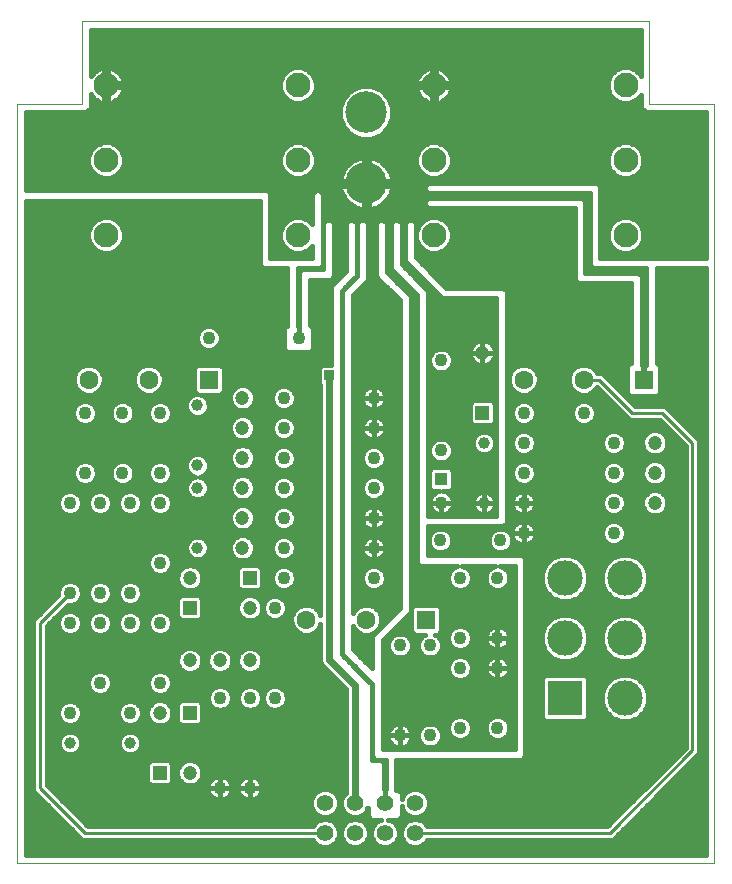
<source format=gtl>
G75*
%MOIN*%
%OFA0B0*%
%FSLAX25Y25*%
%IPPOS*%
%LPD*%
%AMOC8*
5,1,8,0,0,1.08239X$1,22.5*
%
%ADD10C,0.04331*%
%ADD11C,0.04724*%
%ADD12C,0.03937*%
%ADD13R,0.06299X0.06299*%
%ADD14C,0.06299*%
%ADD15R,0.04724X0.04724*%
%ADD16R,0.11811X0.11811*%
%ADD17C,0.11811*%
%ADD18C,0.00000*%
%ADD19C,0.08268*%
%ADD20R,0.04331X0.04331*%
%ADD21C,0.13843*%
%ADD22C,0.05512*%
%ADD23C,0.01600*%
%ADD24C,0.01000*%
%ADD25C,0.02400*%
%ADD26R,0.03562X0.03562*%
D10*
X0022500Y0052935D03*
X0032500Y0062935D03*
X0042500Y0052935D03*
X0052500Y0062935D03*
X0052500Y0082935D03*
X0042500Y0082935D03*
X0042500Y0092935D03*
X0032500Y0092935D03*
X0032500Y0082935D03*
X0022500Y0082935D03*
X0022500Y0092935D03*
X0022500Y0122935D03*
X0027500Y0132935D03*
X0032500Y0122935D03*
X0040000Y0132935D03*
X0042500Y0122935D03*
X0052500Y0122935D03*
X0052500Y0132935D03*
X0052500Y0152935D03*
X0040000Y0152935D03*
X0027500Y0152935D03*
X0068750Y0177935D03*
X0093750Y0157935D03*
X0093750Y0147935D03*
X0093750Y0137935D03*
X0093750Y0127935D03*
X0093750Y0117935D03*
X0093750Y0107935D03*
X0093750Y0097935D03*
X0090750Y0087935D03*
X0090750Y0057935D03*
X0082500Y0057935D03*
X0072500Y0057935D03*
X0072500Y0027935D03*
X0082500Y0027935D03*
X0132500Y0045435D03*
X0142500Y0045435D03*
X0152500Y0047935D03*
X0165000Y0047935D03*
X0165000Y0067935D03*
X0165000Y0077935D03*
X0152500Y0077935D03*
X0152500Y0067935D03*
X0142500Y0075435D03*
X0132500Y0075435D03*
X0123750Y0097935D03*
X0123750Y0107935D03*
X0123750Y0117935D03*
X0123750Y0127935D03*
X0123750Y0137935D03*
X0123750Y0147935D03*
X0123750Y0157935D03*
X0146250Y0170435D03*
X0146250Y0140435D03*
X0146250Y0122995D03*
X0146000Y0110435D03*
X0152500Y0097935D03*
X0165000Y0097935D03*
X0166000Y0110435D03*
X0173750Y0112935D03*
X0173750Y0122935D03*
X0173750Y0132935D03*
X0173750Y0142935D03*
X0173750Y0152935D03*
X0193750Y0152935D03*
X0203750Y0142935D03*
X0203750Y0132935D03*
X0203750Y0122935D03*
X0203750Y0112935D03*
X0098750Y0177935D03*
X0052500Y0102935D03*
D11*
X0062500Y0097935D03*
X0080000Y0107935D03*
X0080000Y0117935D03*
X0080000Y0127935D03*
X0080000Y0137935D03*
X0080000Y0147935D03*
X0080000Y0157935D03*
X0082500Y0087935D03*
X0082500Y0070435D03*
X0072500Y0070435D03*
X0062500Y0070435D03*
X0052500Y0052935D03*
X0062500Y0032935D03*
X0160000Y0172935D03*
X0217500Y0142935D03*
X0217500Y0132935D03*
X0217500Y0122935D03*
D12*
X0160500Y0122935D03*
X0160500Y0142935D03*
X0065000Y0135435D03*
X0065000Y0127935D03*
X0065000Y0107935D03*
X0065000Y0155435D03*
X0042500Y0042935D03*
X0022500Y0042935D03*
D13*
X0068750Y0163998D03*
X0141250Y0083998D03*
X0213750Y0163998D03*
D14*
X0193750Y0163998D03*
X0173750Y0163998D03*
X0121250Y0083998D03*
X0101250Y0083998D03*
X0048750Y0163998D03*
X0028750Y0163998D03*
D15*
X0082500Y0097935D03*
X0062500Y0087935D03*
X0062500Y0052935D03*
X0052500Y0032935D03*
X0160000Y0152935D03*
D16*
X0187500Y0057935D03*
D17*
X0187500Y0077935D03*
X0187500Y0097935D03*
X0207500Y0097935D03*
X0207500Y0077935D03*
X0207500Y0057935D03*
D18*
X0237283Y0002935D02*
X0005000Y0002935D01*
X0005000Y0255967D01*
X0026654Y0255967D01*
X0026654Y0283526D01*
X0215630Y0283526D01*
X0215630Y0255967D01*
X0237283Y0255967D01*
X0237283Y0002935D01*
D19*
X0207699Y0212185D03*
X0207699Y0237185D03*
X0207699Y0262185D03*
X0143801Y0262185D03*
X0143801Y0237185D03*
X0143801Y0212185D03*
X0098449Y0212185D03*
X0098449Y0237185D03*
X0098449Y0262185D03*
X0034551Y0262185D03*
X0034551Y0237185D03*
X0034551Y0212185D03*
D20*
X0146250Y0130875D03*
D21*
X0121250Y0229498D03*
X0121250Y0253120D03*
D22*
X0117500Y0022935D03*
X0117500Y0012935D03*
X0127500Y0012935D03*
X0127500Y0022935D03*
X0137500Y0022935D03*
X0137500Y0012935D03*
X0107500Y0012935D03*
X0107500Y0022935D03*
D23*
X0109712Y0018921D02*
X0115288Y0018921D01*
X0114919Y0019073D02*
X0116594Y0018380D01*
X0118406Y0018380D01*
X0120081Y0019073D01*
X0121362Y0020355D01*
X0121686Y0021135D01*
X0121950Y0021135D01*
X0121950Y0018440D01*
X0123004Y0017385D01*
X0126338Y0017385D01*
X0124919Y0016798D01*
X0123638Y0015516D01*
X0122944Y0013842D01*
X0122944Y0012029D01*
X0123638Y0010355D01*
X0124919Y0009073D01*
X0126594Y0008380D01*
X0128406Y0008380D01*
X0130081Y0009073D01*
X0131362Y0010355D01*
X0132056Y0012029D01*
X0132056Y0013842D01*
X0131362Y0015516D01*
X0130081Y0016798D01*
X0128662Y0017385D01*
X0131996Y0017385D01*
X0133050Y0018440D01*
X0133050Y0021774D01*
X0133638Y0020355D01*
X0134919Y0019073D01*
X0136594Y0018380D01*
X0138406Y0018380D01*
X0140081Y0019073D01*
X0141362Y0020355D01*
X0142056Y0022029D01*
X0142056Y0023842D01*
X0141362Y0025516D01*
X0140081Y0026798D01*
X0138406Y0027491D01*
X0136594Y0027491D01*
X0134919Y0026798D01*
X0133638Y0025516D01*
X0133050Y0024097D01*
X0133050Y0026181D01*
X0131996Y0027235D01*
X0131300Y0027235D01*
X0131300Y0037385D01*
X0173246Y0037385D01*
X0174300Y0038440D01*
X0174300Y0104431D01*
X0173246Y0105485D01*
X0141800Y0105485D01*
X0141800Y0115135D01*
X0166996Y0115135D01*
X0168050Y0116190D01*
X0168050Y0193681D01*
X0166996Y0194735D01*
X0147996Y0194735D01*
X0137800Y0204931D01*
X0137800Y0216181D01*
X0136746Y0217235D01*
X0135254Y0217235D01*
X0134200Y0216181D01*
X0134200Y0203440D01*
X0145450Y0192190D01*
X0146504Y0191135D01*
X0164450Y0191135D01*
X0164450Y0118735D01*
X0141800Y0118735D01*
X0141800Y0193681D01*
X0133050Y0202431D01*
X0133050Y0216181D01*
X0131996Y0217235D01*
X0130504Y0217235D01*
X0129450Y0216181D01*
X0129450Y0200940D01*
X0130504Y0199885D01*
X0138200Y0192190D01*
X0138200Y0102940D01*
X0139254Y0101885D01*
X0151674Y0101885D01*
X0150254Y0101297D01*
X0149138Y0100182D01*
X0148535Y0098724D01*
X0148535Y0097147D01*
X0149138Y0095689D01*
X0150254Y0094574D01*
X0151711Y0093970D01*
X0153289Y0093970D01*
X0154746Y0094574D01*
X0155862Y0095689D01*
X0156465Y0097147D01*
X0156465Y0098724D01*
X0155862Y0100182D01*
X0154746Y0101297D01*
X0153326Y0101885D01*
X0164174Y0101885D01*
X0162754Y0101297D01*
X0161638Y0100182D01*
X0161035Y0098724D01*
X0161035Y0097147D01*
X0161638Y0095689D01*
X0162754Y0094574D01*
X0164211Y0093970D01*
X0165789Y0093970D01*
X0167246Y0094574D01*
X0168362Y0095689D01*
X0168965Y0097147D01*
X0168965Y0098724D01*
X0168362Y0100182D01*
X0167246Y0101297D01*
X0165826Y0101885D01*
X0170700Y0101885D01*
X0170700Y0040985D01*
X0126800Y0040985D01*
X0126800Y0077190D01*
X0134996Y0085385D01*
X0136050Y0086440D01*
X0136050Y0191931D01*
X0128050Y0199931D01*
X0128050Y0216181D01*
X0126996Y0217235D01*
X0125504Y0217235D01*
X0124450Y0216181D01*
X0124450Y0198440D01*
X0125504Y0197385D01*
X0132450Y0190440D01*
X0132450Y0087931D01*
X0124254Y0079735D01*
X0123200Y0078681D01*
X0123200Y0067781D01*
X0116800Y0074181D01*
X0116800Y0081808D01*
X0117054Y0081195D01*
X0118446Y0079802D01*
X0120265Y0079049D01*
X0122235Y0079049D01*
X0124054Y0079802D01*
X0125446Y0081195D01*
X0126200Y0083014D01*
X0126200Y0084983D01*
X0125446Y0086802D01*
X0124054Y0088194D01*
X0122235Y0088948D01*
X0120265Y0088948D01*
X0118446Y0088194D01*
X0117054Y0086802D01*
X0116800Y0086189D01*
X0116800Y0192190D01*
X0120746Y0196135D01*
X0121800Y0197190D01*
X0121800Y0216181D01*
X0120746Y0217235D01*
X0119254Y0217235D01*
X0118200Y0216181D01*
X0118200Y0198681D01*
X0113200Y0193681D01*
X0113200Y0072690D01*
X0123200Y0062690D01*
X0123200Y0038440D01*
X0124254Y0037385D01*
X0127700Y0037385D01*
X0127700Y0027491D01*
X0127500Y0027491D01*
X0127300Y0027491D01*
X0127300Y0036181D01*
X0126246Y0037235D01*
X0123050Y0037235D01*
X0123050Y0062431D01*
X0121996Y0063485D01*
X0113050Y0072431D01*
X0113050Y0193690D01*
X0116996Y0197635D01*
X0118050Y0198690D01*
X0118050Y0216181D01*
X0116996Y0217235D01*
X0115504Y0217235D01*
X0114450Y0216181D01*
X0114450Y0200181D01*
X0109450Y0195181D01*
X0109450Y0169017D01*
X0106473Y0169017D01*
X0105419Y0167962D01*
X0105419Y0162909D01*
X0106000Y0162328D01*
X0106000Y0085465D01*
X0105446Y0086802D01*
X0104054Y0088194D01*
X0102235Y0088948D01*
X0100265Y0088948D01*
X0098446Y0088194D01*
X0097054Y0086802D01*
X0096300Y0084983D01*
X0096300Y0083014D01*
X0097054Y0081195D01*
X0098446Y0079802D01*
X0100265Y0079049D01*
X0102235Y0079049D01*
X0104054Y0079802D01*
X0105446Y0081195D01*
X0106000Y0082532D01*
X0106000Y0070089D01*
X0106457Y0068986D01*
X0107301Y0068142D01*
X0114500Y0060943D01*
X0114500Y0026378D01*
X0113638Y0025516D01*
X0112944Y0023842D01*
X0112944Y0022029D01*
X0113638Y0020355D01*
X0114919Y0019073D01*
X0113570Y0020519D02*
X0111430Y0020519D01*
X0111362Y0020355D02*
X0112056Y0022029D01*
X0112056Y0023842D01*
X0111362Y0025516D01*
X0110081Y0026798D01*
X0108406Y0027491D01*
X0106594Y0027491D01*
X0104919Y0026798D01*
X0103638Y0025516D01*
X0102944Y0023842D01*
X0102944Y0022029D01*
X0103638Y0020355D01*
X0104919Y0019073D01*
X0106594Y0018380D01*
X0108406Y0018380D01*
X0110081Y0019073D01*
X0111362Y0020355D01*
X0112056Y0022118D02*
X0112944Y0022118D01*
X0112944Y0023716D02*
X0112056Y0023716D01*
X0111446Y0025315D02*
X0113554Y0025315D01*
X0114500Y0026913D02*
X0109802Y0026913D01*
X0105198Y0026913D02*
X0086340Y0026913D01*
X0086313Y0026779D02*
X0086465Y0027545D01*
X0086465Y0027935D01*
X0082500Y0027935D01*
X0082500Y0023970D01*
X0082891Y0023970D01*
X0083657Y0024122D01*
X0084378Y0024421D01*
X0085028Y0024855D01*
X0085580Y0025408D01*
X0086014Y0026057D01*
X0086313Y0026779D01*
X0086465Y0027935D02*
X0086465Y0028326D01*
X0086313Y0029092D01*
X0086014Y0029814D01*
X0085580Y0030463D01*
X0085028Y0031016D01*
X0084378Y0031449D01*
X0083657Y0031748D01*
X0082891Y0031901D01*
X0082500Y0031901D01*
X0082109Y0031901D01*
X0081343Y0031748D01*
X0080622Y0031449D01*
X0079972Y0031016D01*
X0079420Y0030463D01*
X0078986Y0029814D01*
X0078687Y0029092D01*
X0078535Y0028326D01*
X0078535Y0027935D01*
X0078535Y0027545D01*
X0078687Y0026779D01*
X0078986Y0026057D01*
X0079420Y0025408D01*
X0079972Y0024855D01*
X0080622Y0024421D01*
X0081343Y0024122D01*
X0082109Y0023970D01*
X0082500Y0023970D01*
X0082500Y0027935D01*
X0082500Y0027935D01*
X0082500Y0027935D01*
X0078535Y0027935D01*
X0082500Y0027935D01*
X0082500Y0027935D01*
X0086465Y0027935D01*
X0086428Y0028512D02*
X0114500Y0028512D01*
X0114500Y0030110D02*
X0085816Y0030110D01*
X0083753Y0031709D02*
X0114500Y0031709D01*
X0114500Y0033307D02*
X0066662Y0033307D01*
X0066662Y0033763D02*
X0066029Y0035293D01*
X0064858Y0036464D01*
X0063328Y0037098D01*
X0061672Y0037098D01*
X0060142Y0036464D01*
X0058971Y0035293D01*
X0058338Y0033763D01*
X0058338Y0032108D01*
X0058971Y0030578D01*
X0060142Y0029407D01*
X0061672Y0028773D01*
X0063328Y0028773D01*
X0064858Y0029407D01*
X0066029Y0030578D01*
X0066662Y0032108D01*
X0066662Y0033763D01*
X0066189Y0034906D02*
X0114500Y0034906D01*
X0114500Y0036504D02*
X0064761Y0036504D01*
X0060239Y0036504D02*
X0056201Y0036504D01*
X0056662Y0036043D02*
X0055608Y0037098D01*
X0049392Y0037098D01*
X0048338Y0036043D01*
X0048338Y0029828D01*
X0049392Y0028773D01*
X0055608Y0028773D01*
X0056662Y0029828D01*
X0056662Y0036043D01*
X0056662Y0034906D02*
X0058811Y0034906D01*
X0058338Y0033307D02*
X0056662Y0033307D01*
X0056662Y0031709D02*
X0058503Y0031709D01*
X0059439Y0030110D02*
X0056662Y0030110D01*
X0048338Y0030110D02*
X0014800Y0030110D01*
X0014800Y0028888D02*
X0014800Y0081983D01*
X0021787Y0088970D01*
X0023289Y0088970D01*
X0024746Y0089574D01*
X0025862Y0090689D01*
X0026465Y0092147D01*
X0026465Y0093724D01*
X0025862Y0095182D01*
X0024746Y0096297D01*
X0023289Y0096901D01*
X0021711Y0096901D01*
X0020254Y0096297D01*
X0019138Y0095182D01*
X0018535Y0093724D01*
X0018535Y0092223D01*
X0011547Y0085235D01*
X0010200Y0083888D01*
X0010200Y0026983D01*
X0025200Y0011983D01*
X0026547Y0010635D01*
X0103521Y0010635D01*
X0103638Y0010355D01*
X0104919Y0009073D01*
X0106594Y0008380D01*
X0108406Y0008380D01*
X0110081Y0009073D01*
X0111362Y0010355D01*
X0112056Y0012029D01*
X0112056Y0013842D01*
X0111362Y0015516D01*
X0110081Y0016798D01*
X0108406Y0017491D01*
X0106594Y0017491D01*
X0104919Y0016798D01*
X0103638Y0015516D01*
X0103521Y0015235D01*
X0028453Y0015235D01*
X0014800Y0028888D01*
X0015176Y0028512D02*
X0068572Y0028512D01*
X0068535Y0028326D02*
X0068535Y0027935D01*
X0068535Y0027545D01*
X0068687Y0026779D01*
X0068986Y0026057D01*
X0069420Y0025408D01*
X0069972Y0024855D01*
X0070622Y0024421D01*
X0071343Y0024122D01*
X0072109Y0023970D01*
X0072500Y0023970D01*
X0072891Y0023970D01*
X0073657Y0024122D01*
X0074378Y0024421D01*
X0075028Y0024855D01*
X0075580Y0025408D01*
X0076014Y0026057D01*
X0076313Y0026779D01*
X0076465Y0027545D01*
X0076465Y0027935D01*
X0072500Y0027935D01*
X0072500Y0023970D01*
X0072500Y0027935D01*
X0072500Y0027935D01*
X0072500Y0027935D01*
X0068535Y0027935D01*
X0072500Y0027935D01*
X0072500Y0027935D01*
X0076465Y0027935D01*
X0076465Y0028326D01*
X0076313Y0029092D01*
X0076014Y0029814D01*
X0075580Y0030463D01*
X0075028Y0031016D01*
X0074378Y0031449D01*
X0073657Y0031748D01*
X0072891Y0031901D01*
X0072500Y0031901D01*
X0072109Y0031901D01*
X0071343Y0031748D01*
X0070622Y0031449D01*
X0069972Y0031016D01*
X0069420Y0030463D01*
X0068986Y0029814D01*
X0068687Y0029092D01*
X0068535Y0028326D01*
X0068660Y0026913D02*
X0016775Y0026913D01*
X0018374Y0025315D02*
X0069513Y0025315D01*
X0072500Y0025315D02*
X0072500Y0025315D01*
X0072500Y0026913D02*
X0072500Y0026913D01*
X0072500Y0027936D02*
X0072500Y0031901D01*
X0072500Y0027936D01*
X0072500Y0027936D01*
X0072500Y0028512D02*
X0072500Y0028512D01*
X0072500Y0030110D02*
X0072500Y0030110D01*
X0072500Y0031709D02*
X0072500Y0031709D01*
X0073753Y0031709D02*
X0081247Y0031709D01*
X0082500Y0031709D02*
X0082500Y0031709D01*
X0082500Y0031901D02*
X0082500Y0027936D01*
X0082500Y0027936D01*
X0082500Y0031901D01*
X0082500Y0030110D02*
X0082500Y0030110D01*
X0082500Y0028512D02*
X0082500Y0028512D01*
X0082500Y0026913D02*
X0082500Y0026913D01*
X0082500Y0025315D02*
X0082500Y0025315D01*
X0085487Y0025315D02*
X0103554Y0025315D01*
X0102944Y0023716D02*
X0019972Y0023716D01*
X0021571Y0022118D02*
X0102944Y0022118D01*
X0103570Y0020519D02*
X0023169Y0020519D01*
X0024768Y0018921D02*
X0105288Y0018921D01*
X0106185Y0017322D02*
X0026366Y0017322D01*
X0027965Y0015724D02*
X0103845Y0015724D01*
X0108815Y0017322D02*
X0116185Y0017322D01*
X0116594Y0017491D02*
X0114919Y0016798D01*
X0113638Y0015516D01*
X0112944Y0013842D01*
X0112944Y0012029D01*
X0113638Y0010355D01*
X0114919Y0009073D01*
X0116594Y0008380D01*
X0118406Y0008380D01*
X0120081Y0009073D01*
X0121362Y0010355D01*
X0122056Y0012029D01*
X0122056Y0013842D01*
X0121362Y0015516D01*
X0120081Y0016798D01*
X0118406Y0017491D01*
X0116594Y0017491D01*
X0118815Y0017322D02*
X0126185Y0017322D01*
X0128815Y0017322D02*
X0136185Y0017322D01*
X0136594Y0017491D02*
X0134919Y0016798D01*
X0133638Y0015516D01*
X0132944Y0013842D01*
X0132944Y0012029D01*
X0133638Y0010355D01*
X0134919Y0009073D01*
X0136594Y0008380D01*
X0138406Y0008380D01*
X0140081Y0009073D01*
X0141362Y0010355D01*
X0141479Y0010635D01*
X0203453Y0010635D01*
X0204800Y0011983D01*
X0232300Y0039483D01*
X0232300Y0143888D01*
X0230953Y0145235D01*
X0220953Y0155235D01*
X0210953Y0155235D01*
X0199890Y0166298D01*
X0198155Y0166298D01*
X0197946Y0166802D01*
X0196554Y0168194D01*
X0194735Y0168948D01*
X0192765Y0168948D01*
X0190946Y0168194D01*
X0189554Y0166802D01*
X0188800Y0164983D01*
X0188800Y0163014D01*
X0189554Y0161195D01*
X0190946Y0159802D01*
X0192765Y0159049D01*
X0194735Y0159049D01*
X0196554Y0159802D01*
X0197946Y0161195D01*
X0198105Y0161578D01*
X0207700Y0151983D01*
X0209047Y0150635D01*
X0219047Y0150635D01*
X0227700Y0141983D01*
X0227700Y0041388D01*
X0201547Y0015235D01*
X0141479Y0015235D01*
X0141362Y0015516D01*
X0140081Y0016798D01*
X0138406Y0017491D01*
X0136594Y0017491D01*
X0135288Y0018921D02*
X0133050Y0018921D01*
X0133050Y0020519D02*
X0133570Y0020519D01*
X0133554Y0025315D02*
X0133050Y0025315D01*
X0132318Y0026913D02*
X0135198Y0026913D01*
X0131300Y0028512D02*
X0214823Y0028512D01*
X0213225Y0026913D02*
X0139802Y0026913D01*
X0141446Y0025315D02*
X0211626Y0025315D01*
X0210028Y0023716D02*
X0142056Y0023716D01*
X0142056Y0022118D02*
X0208429Y0022118D01*
X0206831Y0020519D02*
X0141430Y0020519D01*
X0139712Y0018921D02*
X0205232Y0018921D01*
X0203634Y0017322D02*
X0138815Y0017322D01*
X0141155Y0015724D02*
X0202035Y0015724D01*
X0205344Y0012527D02*
X0234483Y0012527D01*
X0234483Y0014125D02*
X0206942Y0014125D01*
X0208541Y0015724D02*
X0234483Y0015724D01*
X0234483Y0017322D02*
X0210139Y0017322D01*
X0211738Y0018921D02*
X0234483Y0018921D01*
X0234483Y0020519D02*
X0213336Y0020519D01*
X0214935Y0022118D02*
X0234483Y0022118D01*
X0234483Y0023716D02*
X0216533Y0023716D01*
X0218132Y0025315D02*
X0234483Y0025315D01*
X0234483Y0026913D02*
X0219730Y0026913D01*
X0221329Y0028512D02*
X0234483Y0028512D01*
X0234483Y0030110D02*
X0222927Y0030110D01*
X0224526Y0031709D02*
X0234483Y0031709D01*
X0234483Y0033307D02*
X0226124Y0033307D01*
X0227723Y0034906D02*
X0234483Y0034906D01*
X0234483Y0036504D02*
X0229321Y0036504D01*
X0230920Y0038103D02*
X0234483Y0038103D01*
X0234483Y0039701D02*
X0232300Y0039701D01*
X0232300Y0041300D02*
X0234483Y0041300D01*
X0234483Y0042898D02*
X0232300Y0042898D01*
X0232300Y0044497D02*
X0234483Y0044497D01*
X0234483Y0046095D02*
X0232300Y0046095D01*
X0232300Y0047694D02*
X0234483Y0047694D01*
X0234483Y0049292D02*
X0232300Y0049292D01*
X0232300Y0050891D02*
X0234483Y0050891D01*
X0234483Y0052489D02*
X0232300Y0052489D01*
X0232300Y0054088D02*
X0234483Y0054088D01*
X0234483Y0055686D02*
X0232300Y0055686D01*
X0232300Y0057285D02*
X0234483Y0057285D01*
X0234483Y0058883D02*
X0232300Y0058883D01*
X0232300Y0060482D02*
X0234483Y0060482D01*
X0234483Y0062080D02*
X0232300Y0062080D01*
X0232300Y0063679D02*
X0234483Y0063679D01*
X0234483Y0065277D02*
X0232300Y0065277D01*
X0232300Y0066876D02*
X0234483Y0066876D01*
X0234483Y0068474D02*
X0232300Y0068474D01*
X0232300Y0070073D02*
X0234483Y0070073D01*
X0234483Y0071671D02*
X0232300Y0071671D01*
X0232300Y0073270D02*
X0234483Y0073270D01*
X0234483Y0074868D02*
X0232300Y0074868D01*
X0232300Y0076467D02*
X0234483Y0076467D01*
X0234483Y0078065D02*
X0232300Y0078065D01*
X0232300Y0079664D02*
X0234483Y0079664D01*
X0234483Y0081262D02*
X0232300Y0081262D01*
X0232300Y0082861D02*
X0234483Y0082861D01*
X0234483Y0084460D02*
X0232300Y0084460D01*
X0232300Y0086058D02*
X0234483Y0086058D01*
X0234483Y0087657D02*
X0232300Y0087657D01*
X0232300Y0089255D02*
X0234483Y0089255D01*
X0234483Y0090854D02*
X0232300Y0090854D01*
X0232300Y0092452D02*
X0234483Y0092452D01*
X0234483Y0094051D02*
X0232300Y0094051D01*
X0232300Y0095649D02*
X0234483Y0095649D01*
X0234483Y0097248D02*
X0232300Y0097248D01*
X0232300Y0098846D02*
X0234483Y0098846D01*
X0234483Y0100445D02*
X0232300Y0100445D01*
X0232300Y0102043D02*
X0234483Y0102043D01*
X0234483Y0103642D02*
X0232300Y0103642D01*
X0232300Y0105240D02*
X0234483Y0105240D01*
X0234483Y0106839D02*
X0232300Y0106839D01*
X0232300Y0108437D02*
X0234483Y0108437D01*
X0234483Y0110036D02*
X0232300Y0110036D01*
X0232300Y0111634D02*
X0234483Y0111634D01*
X0234483Y0113233D02*
X0232300Y0113233D01*
X0232300Y0114831D02*
X0234483Y0114831D01*
X0234483Y0116430D02*
X0232300Y0116430D01*
X0232300Y0118028D02*
X0234483Y0118028D01*
X0234483Y0119627D02*
X0232300Y0119627D01*
X0232300Y0121225D02*
X0234483Y0121225D01*
X0234483Y0122824D02*
X0232300Y0122824D01*
X0232300Y0124422D02*
X0234483Y0124422D01*
X0234483Y0126021D02*
X0232300Y0126021D01*
X0232300Y0127619D02*
X0234483Y0127619D01*
X0234483Y0129218D02*
X0232300Y0129218D01*
X0232300Y0130816D02*
X0234483Y0130816D01*
X0234483Y0132415D02*
X0232300Y0132415D01*
X0232300Y0134013D02*
X0234483Y0134013D01*
X0234483Y0135612D02*
X0232300Y0135612D01*
X0232300Y0137210D02*
X0234483Y0137210D01*
X0234483Y0138809D02*
X0232300Y0138809D01*
X0232300Y0140407D02*
X0234483Y0140407D01*
X0234483Y0142006D02*
X0232300Y0142006D01*
X0232300Y0143604D02*
X0234483Y0143604D01*
X0234483Y0145203D02*
X0230985Y0145203D01*
X0229387Y0146801D02*
X0234483Y0146801D01*
X0234483Y0148400D02*
X0227788Y0148400D01*
X0226190Y0149998D02*
X0234483Y0149998D01*
X0234483Y0151597D02*
X0224591Y0151597D01*
X0222993Y0153195D02*
X0234483Y0153195D01*
X0234483Y0154794D02*
X0221394Y0154794D01*
X0218246Y0158635D02*
X0219300Y0159690D01*
X0219300Y0168681D01*
X0218246Y0169735D01*
X0218050Y0169735D01*
X0218050Y0201135D01*
X0234483Y0201135D01*
X0234483Y0005735D01*
X0007800Y0005735D01*
X0007800Y0223635D01*
X0085700Y0223635D01*
X0085700Y0202190D01*
X0086754Y0201135D01*
X0094950Y0201135D01*
X0094950Y0182181D01*
X0093950Y0181181D01*
X0093950Y0174190D01*
X0095004Y0173135D01*
X0102496Y0173135D01*
X0103550Y0174190D01*
X0103550Y0181181D01*
X0102550Y0182181D01*
X0102550Y0197385D01*
X0109496Y0197385D01*
X0110550Y0198440D01*
X0110550Y0216181D01*
X0109496Y0217235D01*
X0108004Y0217235D01*
X0106950Y0216181D01*
X0106950Y0200985D01*
X0100004Y0200985D01*
X0098950Y0199931D01*
X0098950Y0181901D01*
X0098750Y0181901D01*
X0098550Y0181901D01*
X0098550Y0201135D01*
X0105746Y0201135D01*
X0106800Y0202190D01*
X0106800Y0226181D01*
X0105746Y0227235D01*
X0104254Y0227235D01*
X0103200Y0226181D01*
X0103200Y0215826D01*
X0101810Y0217216D01*
X0099629Y0218119D01*
X0097268Y0218119D01*
X0095088Y0217216D01*
X0093418Y0215547D01*
X0092515Y0213366D01*
X0092515Y0211005D01*
X0093418Y0208824D01*
X0095088Y0207155D01*
X0097268Y0206252D01*
X0099629Y0206252D01*
X0101810Y0207155D01*
X0103200Y0208545D01*
X0103200Y0204735D01*
X0089300Y0204735D01*
X0089300Y0226181D01*
X0088246Y0227235D01*
X0007800Y0227235D01*
X0007800Y0253167D01*
X0027210Y0253167D01*
X0028240Y0253593D01*
X0029027Y0254381D01*
X0029454Y0255410D01*
X0029454Y0259120D01*
X0029476Y0259075D01*
X0030025Y0258320D01*
X0030686Y0257659D01*
X0031441Y0257110D01*
X0032273Y0256686D01*
X0033162Y0256398D01*
X0033973Y0256269D01*
X0033973Y0261607D01*
X0035129Y0261607D01*
X0035129Y0256269D01*
X0035941Y0256398D01*
X0036829Y0256686D01*
X0037661Y0257110D01*
X0038417Y0257659D01*
X0039077Y0258320D01*
X0039626Y0259075D01*
X0040050Y0259908D01*
X0040339Y0260796D01*
X0040467Y0261607D01*
X0035129Y0261607D01*
X0035129Y0262763D01*
X0040467Y0262763D01*
X0040339Y0263575D01*
X0040050Y0264463D01*
X0039626Y0265295D01*
X0039077Y0266051D01*
X0038417Y0266712D01*
X0037661Y0267261D01*
X0036829Y0267685D01*
X0035941Y0267973D01*
X0035129Y0268102D01*
X0035129Y0262763D01*
X0033973Y0262763D01*
X0033973Y0268102D01*
X0033162Y0267973D01*
X0032273Y0267685D01*
X0031441Y0267261D01*
X0030686Y0266712D01*
X0030025Y0266051D01*
X0029476Y0265295D01*
X0029454Y0265251D01*
X0029454Y0280726D01*
X0212830Y0280726D01*
X0212830Y0265304D01*
X0212729Y0265547D01*
X0211060Y0267216D01*
X0208879Y0268119D01*
X0206518Y0268119D01*
X0204338Y0267216D01*
X0202668Y0265547D01*
X0201765Y0263366D01*
X0201765Y0261005D01*
X0202668Y0258824D01*
X0204338Y0257155D01*
X0206518Y0256252D01*
X0208879Y0256252D01*
X0211060Y0257155D01*
X0212729Y0258824D01*
X0212830Y0259067D01*
X0212830Y0255410D01*
X0213256Y0254381D01*
X0214044Y0253593D01*
X0215073Y0253167D01*
X0234483Y0253167D01*
X0234483Y0204735D01*
X0199300Y0204735D01*
X0199300Y0228681D01*
X0198246Y0229735D01*
X0141754Y0229735D01*
X0140700Y0228681D01*
X0140700Y0227190D01*
X0141754Y0226135D01*
X0195700Y0226135D01*
X0195700Y0202190D01*
X0196754Y0201135D01*
X0214450Y0201135D01*
X0214450Y0168948D01*
X0213836Y0168948D01*
X0213836Y0164084D01*
X0213664Y0164084D01*
X0213664Y0168948D01*
X0213050Y0168948D01*
X0213050Y0198681D01*
X0211996Y0199735D01*
X0194300Y0199735D01*
X0194300Y0223681D01*
X0193246Y0224735D01*
X0141754Y0224735D01*
X0140700Y0223681D01*
X0140700Y0222190D01*
X0141754Y0221135D01*
X0190700Y0221135D01*
X0190700Y0197190D01*
X0191754Y0196135D01*
X0209450Y0196135D01*
X0209450Y0169735D01*
X0209254Y0169735D01*
X0208200Y0168681D01*
X0208200Y0159690D01*
X0209254Y0158635D01*
X0218246Y0158635D01*
X0219200Y0159590D02*
X0234483Y0159590D01*
X0234483Y0161188D02*
X0219300Y0161188D01*
X0219300Y0162787D02*
X0234483Y0162787D01*
X0234483Y0164385D02*
X0219300Y0164385D01*
X0219300Y0165984D02*
X0234483Y0165984D01*
X0234483Y0167582D02*
X0219300Y0167582D01*
X0218800Y0169181D02*
X0234483Y0169181D01*
X0234483Y0170779D02*
X0218050Y0170779D01*
X0218050Y0172378D02*
X0234483Y0172378D01*
X0234483Y0173976D02*
X0218050Y0173976D01*
X0218050Y0175575D02*
X0234483Y0175575D01*
X0234483Y0177173D02*
X0218050Y0177173D01*
X0218050Y0178772D02*
X0234483Y0178772D01*
X0234483Y0180370D02*
X0218050Y0180370D01*
X0218050Y0181969D02*
X0234483Y0181969D01*
X0234483Y0183567D02*
X0218050Y0183567D01*
X0218050Y0185166D02*
X0234483Y0185166D01*
X0234483Y0186764D02*
X0218050Y0186764D01*
X0218050Y0188363D02*
X0234483Y0188363D01*
X0234483Y0189961D02*
X0218050Y0189961D01*
X0218050Y0191560D02*
X0234483Y0191560D01*
X0234483Y0193158D02*
X0218050Y0193158D01*
X0218050Y0194757D02*
X0234483Y0194757D01*
X0234483Y0196355D02*
X0218050Y0196355D01*
X0218050Y0197954D02*
X0234483Y0197954D01*
X0234483Y0199552D02*
X0218050Y0199552D01*
X0214450Y0199552D02*
X0212179Y0199552D01*
X0213050Y0197954D02*
X0214450Y0197954D01*
X0214450Y0196355D02*
X0213050Y0196355D01*
X0213050Y0194757D02*
X0214450Y0194757D01*
X0214450Y0193158D02*
X0213050Y0193158D01*
X0213050Y0191560D02*
X0214450Y0191560D01*
X0214450Y0189961D02*
X0213050Y0189961D01*
X0213050Y0188363D02*
X0214450Y0188363D01*
X0214450Y0186764D02*
X0213050Y0186764D01*
X0213050Y0185166D02*
X0214450Y0185166D01*
X0214450Y0183567D02*
X0213050Y0183567D01*
X0213050Y0181969D02*
X0214450Y0181969D01*
X0214450Y0180370D02*
X0213050Y0180370D01*
X0213050Y0178772D02*
X0214450Y0178772D01*
X0214450Y0177173D02*
X0213050Y0177173D01*
X0213050Y0175575D02*
X0214450Y0175575D01*
X0214450Y0173976D02*
X0213050Y0173976D01*
X0213050Y0172378D02*
X0214450Y0172378D01*
X0214450Y0170779D02*
X0213050Y0170779D01*
X0213050Y0169181D02*
X0214450Y0169181D01*
X0213836Y0167582D02*
X0213664Y0167582D01*
X0213664Y0165984D02*
X0213836Y0165984D01*
X0213836Y0164385D02*
X0213664Y0164385D01*
X0208200Y0164385D02*
X0201803Y0164385D01*
X0203402Y0162787D02*
X0208200Y0162787D01*
X0208200Y0161188D02*
X0205000Y0161188D01*
X0206599Y0159590D02*
X0208300Y0159590D01*
X0208197Y0157991D02*
X0234483Y0157991D01*
X0234483Y0156393D02*
X0209796Y0156393D01*
X0206487Y0153195D02*
X0197715Y0153195D01*
X0197715Y0153724D02*
X0197112Y0155182D01*
X0195996Y0156297D01*
X0194539Y0156901D01*
X0192961Y0156901D01*
X0191504Y0156297D01*
X0190388Y0155182D01*
X0189785Y0153724D01*
X0189785Y0152147D01*
X0190388Y0150689D01*
X0191504Y0149574D01*
X0192961Y0148970D01*
X0194539Y0148970D01*
X0195996Y0149574D01*
X0197112Y0150689D01*
X0197715Y0152147D01*
X0197715Y0153724D01*
X0197272Y0154794D02*
X0204889Y0154794D01*
X0203290Y0156393D02*
X0195766Y0156393D01*
X0196040Y0159590D02*
X0200093Y0159590D01*
X0198495Y0161188D02*
X0197939Y0161188D01*
X0201692Y0157991D02*
X0168050Y0157991D01*
X0168050Y0156393D02*
X0171734Y0156393D01*
X0171504Y0156297D02*
X0170388Y0155182D01*
X0169785Y0153724D01*
X0169785Y0152147D01*
X0170388Y0150689D01*
X0171504Y0149574D01*
X0172961Y0148970D01*
X0174539Y0148970D01*
X0175996Y0149574D01*
X0177112Y0150689D01*
X0177715Y0152147D01*
X0177715Y0153724D01*
X0177112Y0155182D01*
X0175996Y0156297D01*
X0174539Y0156901D01*
X0172961Y0156901D01*
X0171504Y0156297D01*
X0170228Y0154794D02*
X0168050Y0154794D01*
X0168050Y0153195D02*
X0169785Y0153195D01*
X0170012Y0151597D02*
X0168050Y0151597D01*
X0168050Y0149998D02*
X0171079Y0149998D01*
X0168050Y0148400D02*
X0221283Y0148400D01*
X0222881Y0146801D02*
X0219043Y0146801D01*
X0218328Y0147098D02*
X0216672Y0147098D01*
X0215142Y0146464D01*
X0213971Y0145293D01*
X0213338Y0143763D01*
X0213338Y0142108D01*
X0213971Y0140578D01*
X0215142Y0139407D01*
X0216672Y0138773D01*
X0218328Y0138773D01*
X0219858Y0139407D01*
X0221029Y0140578D01*
X0221662Y0142108D01*
X0221662Y0143763D01*
X0221029Y0145293D01*
X0219858Y0146464D01*
X0218328Y0147098D01*
X0215957Y0146801D02*
X0204779Y0146801D01*
X0204539Y0146901D02*
X0202961Y0146901D01*
X0201504Y0146297D01*
X0200388Y0145182D01*
X0199785Y0143724D01*
X0199785Y0142147D01*
X0200388Y0140689D01*
X0201504Y0139574D01*
X0202961Y0138970D01*
X0204539Y0138970D01*
X0205996Y0139574D01*
X0207112Y0140689D01*
X0207715Y0142147D01*
X0207715Y0143724D01*
X0207112Y0145182D01*
X0205996Y0146297D01*
X0204539Y0146901D01*
X0202721Y0146801D02*
X0174779Y0146801D01*
X0174539Y0146901D02*
X0175996Y0146297D01*
X0177112Y0145182D01*
X0177715Y0143724D01*
X0177715Y0142147D01*
X0177112Y0140689D01*
X0175996Y0139574D01*
X0174539Y0138970D01*
X0172961Y0138970D01*
X0171504Y0139574D01*
X0170388Y0140689D01*
X0169785Y0142147D01*
X0169785Y0143724D01*
X0170388Y0145182D01*
X0171504Y0146297D01*
X0172961Y0146901D01*
X0174539Y0146901D01*
X0172721Y0146801D02*
X0168050Y0146801D01*
X0168050Y0145203D02*
X0170410Y0145203D01*
X0169785Y0143604D02*
X0168050Y0143604D01*
X0168050Y0142006D02*
X0169843Y0142006D01*
X0170670Y0140407D02*
X0168050Y0140407D01*
X0168050Y0138809D02*
X0216586Y0138809D01*
X0216672Y0137098D02*
X0215142Y0136464D01*
X0213971Y0135293D01*
X0213338Y0133763D01*
X0213338Y0132108D01*
X0213971Y0130578D01*
X0215142Y0129407D01*
X0216672Y0128773D01*
X0218328Y0128773D01*
X0219858Y0129407D01*
X0221029Y0130578D01*
X0221662Y0132108D01*
X0221662Y0133763D01*
X0221029Y0135293D01*
X0219858Y0136464D01*
X0218328Y0137098D01*
X0216672Y0137098D01*
X0218414Y0138809D02*
X0227700Y0138809D01*
X0227700Y0140407D02*
X0220858Y0140407D01*
X0221620Y0142006D02*
X0227677Y0142006D01*
X0226078Y0143604D02*
X0221662Y0143604D01*
X0221066Y0145203D02*
X0224480Y0145203D01*
X0219684Y0149998D02*
X0196421Y0149998D01*
X0197488Y0151597D02*
X0208086Y0151597D01*
X0207090Y0145203D02*
X0213934Y0145203D01*
X0213338Y0143604D02*
X0207715Y0143604D01*
X0207657Y0142006D02*
X0213380Y0142006D01*
X0214142Y0140407D02*
X0206830Y0140407D01*
X0204539Y0136901D02*
X0202961Y0136901D01*
X0201504Y0136297D01*
X0200388Y0135182D01*
X0199785Y0133724D01*
X0199785Y0132147D01*
X0200388Y0130689D01*
X0201504Y0129574D01*
X0202961Y0128970D01*
X0204539Y0128970D01*
X0205996Y0129574D01*
X0207112Y0130689D01*
X0207715Y0132147D01*
X0207715Y0133724D01*
X0207112Y0135182D01*
X0205996Y0136297D01*
X0204539Y0136901D01*
X0206681Y0135612D02*
X0214290Y0135612D01*
X0213441Y0134013D02*
X0207596Y0134013D01*
X0207715Y0132415D02*
X0213338Y0132415D01*
X0213873Y0130816D02*
X0207164Y0130816D01*
X0205137Y0129218D02*
X0215599Y0129218D01*
X0216672Y0127098D02*
X0215142Y0126464D01*
X0213971Y0125293D01*
X0213338Y0123763D01*
X0213338Y0122108D01*
X0213971Y0120578D01*
X0215142Y0119407D01*
X0216672Y0118773D01*
X0218328Y0118773D01*
X0219858Y0119407D01*
X0221029Y0120578D01*
X0221662Y0122108D01*
X0221662Y0123763D01*
X0221029Y0125293D01*
X0219858Y0126464D01*
X0218328Y0127098D01*
X0216672Y0127098D01*
X0214699Y0126021D02*
X0206272Y0126021D01*
X0205996Y0126297D02*
X0204539Y0126901D01*
X0202961Y0126901D01*
X0201504Y0126297D01*
X0200388Y0125182D01*
X0199785Y0123724D01*
X0199785Y0122147D01*
X0200388Y0120689D01*
X0201504Y0119574D01*
X0202961Y0118970D01*
X0204539Y0118970D01*
X0205996Y0119574D01*
X0207112Y0120689D01*
X0207715Y0122147D01*
X0207715Y0123724D01*
X0207112Y0125182D01*
X0205996Y0126297D01*
X0207426Y0124422D02*
X0213611Y0124422D01*
X0213338Y0122824D02*
X0207715Y0122824D01*
X0207334Y0121225D02*
X0213703Y0121225D01*
X0214922Y0119627D02*
X0206049Y0119627D01*
X0204539Y0116901D02*
X0202961Y0116901D01*
X0201504Y0116297D01*
X0200388Y0115182D01*
X0199785Y0113724D01*
X0199785Y0112147D01*
X0200388Y0110689D01*
X0201504Y0109574D01*
X0202961Y0108970D01*
X0204539Y0108970D01*
X0205996Y0109574D01*
X0207112Y0110689D01*
X0207715Y0112147D01*
X0207715Y0113724D01*
X0207112Y0115182D01*
X0205996Y0116297D01*
X0204539Y0116901D01*
X0205676Y0116430D02*
X0227700Y0116430D01*
X0227700Y0118028D02*
X0168050Y0118028D01*
X0168050Y0116430D02*
X0171842Y0116430D01*
X0171872Y0116449D02*
X0171222Y0116016D01*
X0170670Y0115463D01*
X0170236Y0114814D01*
X0169937Y0114092D01*
X0169785Y0113326D01*
X0169785Y0112935D01*
X0169785Y0112545D01*
X0169937Y0111779D01*
X0170236Y0111057D01*
X0170670Y0110408D01*
X0171222Y0109855D01*
X0171872Y0109421D01*
X0172593Y0109122D01*
X0173359Y0108970D01*
X0173750Y0108970D01*
X0174141Y0108970D01*
X0174907Y0109122D01*
X0175628Y0109421D01*
X0176278Y0109855D01*
X0176830Y0110408D01*
X0177264Y0111057D01*
X0177563Y0111779D01*
X0177715Y0112545D01*
X0177715Y0112935D01*
X0173750Y0112935D01*
X0173750Y0108970D01*
X0173750Y0112935D01*
X0173750Y0112935D01*
X0173750Y0112935D01*
X0169785Y0112935D01*
X0173750Y0112935D01*
X0173750Y0112935D01*
X0177715Y0112935D01*
X0177715Y0113326D01*
X0177563Y0114092D01*
X0177264Y0114814D01*
X0176830Y0115463D01*
X0176278Y0116016D01*
X0175628Y0116449D01*
X0174907Y0116748D01*
X0174141Y0116901D01*
X0173750Y0116901D01*
X0173359Y0116901D01*
X0172593Y0116748D01*
X0171872Y0116449D01*
X0173750Y0116430D02*
X0173750Y0116430D01*
X0173750Y0116901D02*
X0173750Y0112936D01*
X0173750Y0112936D01*
X0173750Y0116901D01*
X0175658Y0116430D02*
X0201824Y0116430D01*
X0200243Y0114831D02*
X0177252Y0114831D01*
X0177715Y0113233D02*
X0199785Y0113233D01*
X0199997Y0111634D02*
X0177503Y0111634D01*
X0176458Y0110036D02*
X0201042Y0110036D01*
X0205000Y0105240D02*
X0190000Y0105240D01*
X0189033Y0105641D02*
X0191865Y0104468D01*
X0194032Y0102300D01*
X0195205Y0099468D01*
X0195205Y0096403D01*
X0194032Y0093571D01*
X0191865Y0091403D01*
X0189033Y0090230D01*
X0185967Y0090230D01*
X0183135Y0091403D01*
X0180968Y0093571D01*
X0179794Y0096403D01*
X0179794Y0099468D01*
X0180968Y0102300D01*
X0183135Y0104468D01*
X0185967Y0105641D01*
X0189033Y0105641D01*
X0185000Y0105240D02*
X0173491Y0105240D01*
X0174300Y0103642D02*
X0182309Y0103642D01*
X0180861Y0102043D02*
X0174300Y0102043D01*
X0174300Y0100445D02*
X0180199Y0100445D01*
X0179794Y0098846D02*
X0174300Y0098846D01*
X0174300Y0097248D02*
X0179794Y0097248D01*
X0180107Y0095649D02*
X0174300Y0095649D01*
X0174300Y0094051D02*
X0180769Y0094051D01*
X0182086Y0092452D02*
X0174300Y0092452D01*
X0174300Y0090854D02*
X0184462Y0090854D01*
X0185967Y0085641D02*
X0183135Y0084468D01*
X0180968Y0082300D01*
X0179794Y0079468D01*
X0179794Y0076403D01*
X0180968Y0073571D01*
X0183135Y0071403D01*
X0185967Y0070230D01*
X0189033Y0070230D01*
X0191865Y0071403D01*
X0194032Y0073571D01*
X0195205Y0076403D01*
X0195205Y0079468D01*
X0194032Y0082300D01*
X0191865Y0084468D01*
X0189033Y0085641D01*
X0185967Y0085641D01*
X0183127Y0084460D02*
X0174300Y0084460D01*
X0174300Y0086058D02*
X0227700Y0086058D01*
X0227700Y0084460D02*
X0211873Y0084460D01*
X0211865Y0084468D02*
X0209033Y0085641D01*
X0205967Y0085641D01*
X0203135Y0084468D01*
X0200968Y0082300D01*
X0199794Y0079468D01*
X0199794Y0076403D01*
X0200968Y0073571D01*
X0203135Y0071403D01*
X0205967Y0070230D01*
X0209033Y0070230D01*
X0211865Y0071403D01*
X0214032Y0073571D01*
X0215205Y0076403D01*
X0215205Y0079468D01*
X0214032Y0082300D01*
X0211865Y0084468D01*
X0213472Y0082861D02*
X0227700Y0082861D01*
X0227700Y0081262D02*
X0214462Y0081262D01*
X0215124Y0079664D02*
X0227700Y0079664D01*
X0227700Y0078065D02*
X0215205Y0078065D01*
X0215205Y0076467D02*
X0227700Y0076467D01*
X0227700Y0074868D02*
X0214570Y0074868D01*
X0213732Y0073270D02*
X0227700Y0073270D01*
X0227700Y0071671D02*
X0212133Y0071671D01*
X0209910Y0065277D02*
X0227700Y0065277D01*
X0227700Y0063679D02*
X0212654Y0063679D01*
X0211865Y0064468D02*
X0209033Y0065641D01*
X0205967Y0065641D01*
X0203135Y0064468D01*
X0200968Y0062300D01*
X0199794Y0059468D01*
X0199794Y0056403D01*
X0200968Y0053571D01*
X0203135Y0051403D01*
X0205967Y0050230D01*
X0209033Y0050230D01*
X0211865Y0051403D01*
X0214032Y0053571D01*
X0215205Y0056403D01*
X0215205Y0059468D01*
X0214032Y0062300D01*
X0211865Y0064468D01*
X0214123Y0062080D02*
X0227700Y0062080D01*
X0227700Y0060482D02*
X0214786Y0060482D01*
X0215205Y0058883D02*
X0227700Y0058883D01*
X0227700Y0057285D02*
X0215205Y0057285D01*
X0214909Y0055686D02*
X0227700Y0055686D01*
X0227700Y0054088D02*
X0214247Y0054088D01*
X0212951Y0052489D02*
X0227700Y0052489D01*
X0227700Y0050891D02*
X0210628Y0050891D01*
X0204372Y0050891D02*
X0194812Y0050891D01*
X0195205Y0051284D02*
X0195205Y0064587D01*
X0194151Y0065641D01*
X0180849Y0065641D01*
X0179794Y0064587D01*
X0179794Y0051284D01*
X0180849Y0050230D01*
X0194151Y0050230D01*
X0195205Y0051284D01*
X0195205Y0052489D02*
X0202049Y0052489D01*
X0200753Y0054088D02*
X0195205Y0054088D01*
X0195205Y0055686D02*
X0200091Y0055686D01*
X0199794Y0057285D02*
X0195205Y0057285D01*
X0195205Y0058883D02*
X0199794Y0058883D01*
X0200214Y0060482D02*
X0195205Y0060482D01*
X0195205Y0062080D02*
X0200877Y0062080D01*
X0202346Y0063679D02*
X0195205Y0063679D01*
X0194515Y0065277D02*
X0205090Y0065277D01*
X0202867Y0071671D02*
X0192133Y0071671D01*
X0193732Y0073270D02*
X0201268Y0073270D01*
X0200430Y0074868D02*
X0194570Y0074868D01*
X0195205Y0076467D02*
X0199794Y0076467D01*
X0199794Y0078065D02*
X0195205Y0078065D01*
X0195124Y0079664D02*
X0199876Y0079664D01*
X0200538Y0081262D02*
X0194462Y0081262D01*
X0193472Y0082861D02*
X0201528Y0082861D01*
X0203127Y0084460D02*
X0191873Y0084460D01*
X0190538Y0090854D02*
X0204462Y0090854D01*
X0203135Y0091403D02*
X0205967Y0090230D01*
X0209033Y0090230D01*
X0211865Y0091403D01*
X0214032Y0093571D01*
X0215205Y0096403D01*
X0215205Y0099468D01*
X0214032Y0102300D01*
X0211865Y0104468D01*
X0209033Y0105641D01*
X0205967Y0105641D01*
X0203135Y0104468D01*
X0200968Y0102300D01*
X0199794Y0099468D01*
X0199794Y0096403D01*
X0200968Y0093571D01*
X0203135Y0091403D01*
X0202086Y0092452D02*
X0192914Y0092452D01*
X0194231Y0094051D02*
X0200769Y0094051D01*
X0200107Y0095649D02*
X0194893Y0095649D01*
X0195205Y0097248D02*
X0199794Y0097248D01*
X0199794Y0098846D02*
X0195205Y0098846D01*
X0194801Y0100445D02*
X0200199Y0100445D01*
X0200861Y0102043D02*
X0194139Y0102043D01*
X0192691Y0103642D02*
X0202309Y0103642D01*
X0206458Y0110036D02*
X0227700Y0110036D01*
X0227700Y0111634D02*
X0207503Y0111634D01*
X0207715Y0113233D02*
X0227700Y0113233D01*
X0227700Y0114831D02*
X0207257Y0114831D01*
X0201451Y0119627D02*
X0175936Y0119627D01*
X0175628Y0119421D02*
X0176278Y0119855D01*
X0176830Y0120408D01*
X0177264Y0121057D01*
X0177563Y0121779D01*
X0177715Y0122545D01*
X0177715Y0122935D01*
X0173750Y0122935D01*
X0173750Y0118970D01*
X0174141Y0118970D01*
X0174907Y0119122D01*
X0175628Y0119421D01*
X0173750Y0119627D02*
X0173750Y0119627D01*
X0173750Y0118970D02*
X0173750Y0122935D01*
X0173750Y0122935D01*
X0173750Y0122935D01*
X0169785Y0122935D01*
X0169785Y0122545D01*
X0169937Y0121779D01*
X0170236Y0121057D01*
X0170670Y0120408D01*
X0171222Y0119855D01*
X0171872Y0119421D01*
X0172593Y0119122D01*
X0173359Y0118970D01*
X0173750Y0118970D01*
X0173750Y0121225D02*
X0173750Y0121225D01*
X0173750Y0122824D02*
X0173750Y0122824D01*
X0173750Y0122935D02*
X0173750Y0122935D01*
X0177715Y0122935D01*
X0177715Y0123326D01*
X0177563Y0124092D01*
X0177264Y0124814D01*
X0176830Y0125463D01*
X0176278Y0126016D01*
X0175628Y0126449D01*
X0174907Y0126748D01*
X0174141Y0126901D01*
X0173750Y0126901D01*
X0173359Y0126901D01*
X0172593Y0126748D01*
X0171872Y0126449D01*
X0171222Y0126016D01*
X0170670Y0125463D01*
X0170236Y0124814D01*
X0169937Y0124092D01*
X0169785Y0123326D01*
X0169785Y0122935D01*
X0173750Y0122935D01*
X0173750Y0122936D02*
X0173750Y0126901D01*
X0173750Y0122936D01*
X0173750Y0122936D01*
X0173750Y0124422D02*
X0173750Y0124422D01*
X0173750Y0126021D02*
X0173750Y0126021D01*
X0171230Y0126021D02*
X0168050Y0126021D01*
X0168050Y0127619D02*
X0227700Y0127619D01*
X0227700Y0126021D02*
X0220301Y0126021D01*
X0221389Y0124422D02*
X0227700Y0124422D01*
X0227700Y0122824D02*
X0221662Y0122824D01*
X0221297Y0121225D02*
X0227700Y0121225D01*
X0227700Y0119627D02*
X0220078Y0119627D01*
X0219401Y0129218D02*
X0227700Y0129218D01*
X0227700Y0130816D02*
X0221127Y0130816D01*
X0221662Y0132415D02*
X0227700Y0132415D01*
X0227700Y0134013D02*
X0221559Y0134013D01*
X0220710Y0135612D02*
X0227700Y0135612D01*
X0227700Y0137210D02*
X0168050Y0137210D01*
X0168050Y0135612D02*
X0170819Y0135612D01*
X0170388Y0135182D02*
X0169785Y0133724D01*
X0169785Y0132147D01*
X0170388Y0130689D01*
X0171504Y0129574D01*
X0172961Y0128970D01*
X0174539Y0128970D01*
X0175996Y0129574D01*
X0177112Y0130689D01*
X0177715Y0132147D01*
X0177715Y0133724D01*
X0177112Y0135182D01*
X0175996Y0136297D01*
X0174539Y0136901D01*
X0172961Y0136901D01*
X0171504Y0136297D01*
X0170388Y0135182D01*
X0169904Y0134013D02*
X0168050Y0134013D01*
X0168050Y0132415D02*
X0169785Y0132415D01*
X0170336Y0130816D02*
X0168050Y0130816D01*
X0168050Y0129218D02*
X0172363Y0129218D01*
X0175137Y0129218D02*
X0202363Y0129218D01*
X0200336Y0130816D02*
X0177164Y0130816D01*
X0177715Y0132415D02*
X0199785Y0132415D01*
X0199904Y0134013D02*
X0177596Y0134013D01*
X0176681Y0135612D02*
X0200819Y0135612D01*
X0200670Y0140407D02*
X0176830Y0140407D01*
X0177657Y0142006D02*
X0199843Y0142006D01*
X0199785Y0143604D02*
X0177715Y0143604D01*
X0177090Y0145203D02*
X0200410Y0145203D01*
X0191079Y0149998D02*
X0176421Y0149998D01*
X0177488Y0151597D02*
X0190012Y0151597D01*
X0189785Y0153195D02*
X0177715Y0153195D01*
X0177272Y0154794D02*
X0190228Y0154794D01*
X0191734Y0156393D02*
X0175766Y0156393D01*
X0174735Y0159049D02*
X0172765Y0159049D01*
X0170946Y0159802D01*
X0169554Y0161195D01*
X0168800Y0163014D01*
X0168800Y0164983D01*
X0169554Y0166802D01*
X0170946Y0168194D01*
X0172765Y0168948D01*
X0174735Y0168948D01*
X0176554Y0168194D01*
X0177946Y0166802D01*
X0178700Y0164983D01*
X0178700Y0163014D01*
X0177946Y0161195D01*
X0176554Y0159802D01*
X0174735Y0159049D01*
X0176040Y0159590D02*
X0191460Y0159590D01*
X0189561Y0161188D02*
X0177939Y0161188D01*
X0178605Y0162787D02*
X0188895Y0162787D01*
X0188800Y0164385D02*
X0178700Y0164385D01*
X0178285Y0165984D02*
X0189215Y0165984D01*
X0190334Y0167582D02*
X0177166Y0167582D01*
X0170334Y0167582D02*
X0168050Y0167582D01*
X0168050Y0165984D02*
X0169215Y0165984D01*
X0168800Y0164385D02*
X0168050Y0164385D01*
X0168050Y0162787D02*
X0168895Y0162787D01*
X0169561Y0161188D02*
X0168050Y0161188D01*
X0168050Y0159590D02*
X0171460Y0159590D01*
X0164450Y0159590D02*
X0141800Y0159590D01*
X0141800Y0161188D02*
X0164450Y0161188D01*
X0164450Y0162787D02*
X0141800Y0162787D01*
X0141800Y0164385D02*
X0164450Y0164385D01*
X0164450Y0165984D02*
X0141800Y0165984D01*
X0141800Y0167582D02*
X0143495Y0167582D01*
X0144004Y0167074D02*
X0142888Y0168189D01*
X0142285Y0169647D01*
X0142285Y0171224D01*
X0142888Y0172682D01*
X0144004Y0173797D01*
X0145461Y0174401D01*
X0147039Y0174401D01*
X0148496Y0173797D01*
X0149612Y0172682D01*
X0150215Y0171224D01*
X0150215Y0169647D01*
X0149612Y0168189D01*
X0148496Y0167074D01*
X0147039Y0166470D01*
X0145461Y0166470D01*
X0144004Y0167074D01*
X0142478Y0169181D02*
X0141800Y0169181D01*
X0141800Y0170779D02*
X0142285Y0170779D01*
X0142762Y0172378D02*
X0141800Y0172378D01*
X0141800Y0173976D02*
X0144436Y0173976D01*
X0141800Y0175575D02*
X0156773Y0175575D01*
X0156825Y0175647D02*
X0156440Y0175117D01*
X0156143Y0174533D01*
X0155940Y0173910D01*
X0155838Y0173263D01*
X0155838Y0172935D01*
X0155838Y0172608D01*
X0155940Y0171961D01*
X0156143Y0171338D01*
X0156440Y0170754D01*
X0156825Y0170224D01*
X0157288Y0169761D01*
X0157819Y0169376D01*
X0158402Y0169078D01*
X0159025Y0168876D01*
X0159672Y0168773D01*
X0160000Y0168773D01*
X0160328Y0168773D01*
X0160975Y0168876D01*
X0161598Y0169078D01*
X0162181Y0169376D01*
X0162711Y0169761D01*
X0163175Y0170224D01*
X0163560Y0170754D01*
X0163857Y0171338D01*
X0164060Y0171961D01*
X0164162Y0172608D01*
X0164162Y0172935D01*
X0160000Y0172935D01*
X0160000Y0168773D01*
X0160000Y0172935D01*
X0160000Y0172935D01*
X0160000Y0172935D01*
X0155838Y0172935D01*
X0160000Y0172935D01*
X0160000Y0172935D01*
X0164162Y0172935D01*
X0164162Y0173263D01*
X0164060Y0173910D01*
X0163857Y0174533D01*
X0163560Y0175117D01*
X0163175Y0175647D01*
X0162711Y0176110D01*
X0162181Y0176495D01*
X0161598Y0176793D01*
X0160975Y0176995D01*
X0160328Y0177098D01*
X0160000Y0177098D01*
X0159672Y0177098D01*
X0159025Y0176995D01*
X0158402Y0176793D01*
X0157819Y0176495D01*
X0157288Y0176110D01*
X0156825Y0175647D01*
X0155962Y0173976D02*
X0148064Y0173976D01*
X0149738Y0172378D02*
X0155874Y0172378D01*
X0156427Y0170779D02*
X0150215Y0170779D01*
X0150022Y0169181D02*
X0158201Y0169181D01*
X0160000Y0169181D02*
X0160000Y0169181D01*
X0160000Y0170779D02*
X0160000Y0170779D01*
X0160000Y0172378D02*
X0160000Y0172378D01*
X0160000Y0172936D02*
X0160000Y0177098D01*
X0160000Y0172936D01*
X0160000Y0172936D01*
X0160000Y0173976D02*
X0160000Y0173976D01*
X0160000Y0175575D02*
X0160000Y0175575D01*
X0163227Y0175575D02*
X0164450Y0175575D01*
X0164450Y0177173D02*
X0141800Y0177173D01*
X0141800Y0178772D02*
X0164450Y0178772D01*
X0164450Y0180370D02*
X0141800Y0180370D01*
X0141800Y0181969D02*
X0164450Y0181969D01*
X0164450Y0183567D02*
X0141800Y0183567D01*
X0141800Y0185166D02*
X0164450Y0185166D01*
X0164450Y0186764D02*
X0141800Y0186764D01*
X0141800Y0188363D02*
X0164450Y0188363D01*
X0164450Y0189961D02*
X0141800Y0189961D01*
X0141800Y0191560D02*
X0146080Y0191560D01*
X0144482Y0193158D02*
X0141800Y0193158D01*
X0140724Y0194757D02*
X0142883Y0194757D01*
X0141285Y0196355D02*
X0139126Y0196355D01*
X0139686Y0197954D02*
X0137527Y0197954D01*
X0138088Y0199552D02*
X0135929Y0199552D01*
X0136489Y0201151D02*
X0134330Y0201151D01*
X0134890Y0202749D02*
X0133050Y0202749D01*
X0133050Y0204348D02*
X0134200Y0204348D01*
X0134200Y0205946D02*
X0133050Y0205946D01*
X0133050Y0207545D02*
X0134200Y0207545D01*
X0134200Y0209143D02*
X0133050Y0209143D01*
X0133050Y0210742D02*
X0134200Y0210742D01*
X0134200Y0212340D02*
X0133050Y0212340D01*
X0133050Y0213939D02*
X0134200Y0213939D01*
X0134200Y0215537D02*
X0133050Y0215537D01*
X0132095Y0217136D02*
X0135155Y0217136D01*
X0136845Y0217136D02*
X0140360Y0217136D01*
X0140440Y0217216D02*
X0138771Y0215547D01*
X0137867Y0213366D01*
X0137867Y0211005D01*
X0138771Y0208824D01*
X0140440Y0207155D01*
X0142621Y0206252D01*
X0144981Y0206252D01*
X0147162Y0207155D01*
X0148832Y0208824D01*
X0149735Y0211005D01*
X0149735Y0213366D01*
X0148832Y0215547D01*
X0147162Y0217216D01*
X0144981Y0218119D01*
X0142621Y0218119D01*
X0140440Y0217216D01*
X0138767Y0215537D02*
X0137800Y0215537D01*
X0137800Y0213939D02*
X0138105Y0213939D01*
X0137867Y0212340D02*
X0137800Y0212340D01*
X0137800Y0210742D02*
X0137976Y0210742D01*
X0137800Y0209143D02*
X0138638Y0209143D01*
X0137800Y0207545D02*
X0140050Y0207545D01*
X0137800Y0205946D02*
X0190700Y0205946D01*
X0190700Y0204348D02*
X0138383Y0204348D01*
X0139982Y0202749D02*
X0190700Y0202749D01*
X0190700Y0201151D02*
X0141580Y0201151D01*
X0143179Y0199552D02*
X0190700Y0199552D01*
X0190700Y0197954D02*
X0144777Y0197954D01*
X0146376Y0196355D02*
X0191535Y0196355D01*
X0194300Y0201151D02*
X0196739Y0201151D01*
X0195700Y0202749D02*
X0194300Y0202749D01*
X0194300Y0204348D02*
X0195700Y0204348D01*
X0195700Y0205946D02*
X0194300Y0205946D01*
X0194300Y0207545D02*
X0195700Y0207545D01*
X0195700Y0209143D02*
X0194300Y0209143D01*
X0194300Y0210742D02*
X0195700Y0210742D01*
X0195700Y0212340D02*
X0194300Y0212340D01*
X0194300Y0213939D02*
X0195700Y0213939D01*
X0195700Y0215537D02*
X0194300Y0215537D01*
X0194300Y0217136D02*
X0195700Y0217136D01*
X0195700Y0218734D02*
X0194300Y0218734D01*
X0194300Y0220333D02*
X0195700Y0220333D01*
X0195700Y0221931D02*
X0194300Y0221931D01*
X0194300Y0223530D02*
X0195700Y0223530D01*
X0195700Y0225129D02*
X0128797Y0225129D01*
X0128517Y0224643D02*
X0129089Y0225633D01*
X0129526Y0226689D01*
X0129822Y0227793D01*
X0129941Y0228698D01*
X0122050Y0228698D01*
X0122050Y0220807D01*
X0122955Y0220926D01*
X0124059Y0221222D01*
X0125116Y0221660D01*
X0126106Y0222231D01*
X0127013Y0222927D01*
X0127821Y0223736D01*
X0128517Y0224643D01*
X0127615Y0223530D02*
X0140700Y0223530D01*
X0140958Y0221931D02*
X0125586Y0221931D01*
X0122050Y0221931D02*
X0120450Y0221931D01*
X0120450Y0220807D02*
X0119545Y0220926D01*
X0118441Y0221222D01*
X0117384Y0221660D01*
X0116394Y0222231D01*
X0115487Y0222927D01*
X0114679Y0223736D01*
X0113983Y0224643D01*
X0113411Y0225633D01*
X0112974Y0226689D01*
X0112678Y0227793D01*
X0112559Y0228698D01*
X0120450Y0228698D01*
X0122050Y0228698D01*
X0122050Y0230298D01*
X0129941Y0230298D01*
X0129822Y0231204D01*
X0129526Y0232308D01*
X0129089Y0233364D01*
X0128517Y0234354D01*
X0127821Y0235261D01*
X0127013Y0236069D01*
X0126106Y0236765D01*
X0125116Y0237337D01*
X0124059Y0237775D01*
X0122955Y0238070D01*
X0122050Y0238190D01*
X0122050Y0230298D01*
X0120450Y0230298D01*
X0120450Y0228698D01*
X0120450Y0220807D01*
X0120450Y0223530D02*
X0122050Y0223530D01*
X0122050Y0225129D02*
X0120450Y0225129D01*
X0120450Y0226727D02*
X0122050Y0226727D01*
X0122050Y0228326D02*
X0120450Y0228326D01*
X0120450Y0229924D02*
X0007800Y0229924D01*
X0007800Y0228326D02*
X0112608Y0228326D01*
X0112964Y0226727D02*
X0106254Y0226727D01*
X0106800Y0225129D02*
X0113703Y0225129D01*
X0114885Y0223530D02*
X0106800Y0223530D01*
X0106800Y0221931D02*
X0116914Y0221931D01*
X0117095Y0217136D02*
X0119155Y0217136D01*
X0120845Y0217136D02*
X0125405Y0217136D01*
X0127095Y0217136D02*
X0130405Y0217136D01*
X0129450Y0215537D02*
X0128050Y0215537D01*
X0128050Y0213939D02*
X0129450Y0213939D01*
X0129450Y0212340D02*
X0128050Y0212340D01*
X0128050Y0210742D02*
X0129450Y0210742D01*
X0129450Y0209143D02*
X0128050Y0209143D01*
X0128050Y0207545D02*
X0129450Y0207545D01*
X0129450Y0205946D02*
X0128050Y0205946D01*
X0128050Y0204348D02*
X0129450Y0204348D01*
X0129450Y0202749D02*
X0128050Y0202749D01*
X0128050Y0201151D02*
X0129450Y0201151D01*
X0128429Y0199552D02*
X0130838Y0199552D01*
X0130027Y0197954D02*
X0132436Y0197954D01*
X0131626Y0196355D02*
X0134035Y0196355D01*
X0133224Y0194757D02*
X0135633Y0194757D01*
X0134823Y0193158D02*
X0137232Y0193158D01*
X0138200Y0191560D02*
X0136050Y0191560D01*
X0136050Y0189961D02*
X0138200Y0189961D01*
X0138200Y0188363D02*
X0136050Y0188363D01*
X0136050Y0186764D02*
X0138200Y0186764D01*
X0138200Y0185166D02*
X0136050Y0185166D01*
X0136050Y0183567D02*
X0138200Y0183567D01*
X0138200Y0181969D02*
X0136050Y0181969D01*
X0136050Y0180370D02*
X0138200Y0180370D01*
X0138200Y0178772D02*
X0136050Y0178772D01*
X0136050Y0177173D02*
X0138200Y0177173D01*
X0138200Y0175575D02*
X0136050Y0175575D01*
X0136050Y0173976D02*
X0138200Y0173976D01*
X0138200Y0172378D02*
X0136050Y0172378D01*
X0136050Y0170779D02*
X0138200Y0170779D01*
X0138200Y0169181D02*
X0136050Y0169181D01*
X0136050Y0167582D02*
X0138200Y0167582D01*
X0138200Y0165984D02*
X0136050Y0165984D01*
X0136050Y0164385D02*
X0138200Y0164385D01*
X0138200Y0162787D02*
X0136050Y0162787D01*
X0136050Y0161188D02*
X0138200Y0161188D01*
X0138200Y0159590D02*
X0136050Y0159590D01*
X0136050Y0157991D02*
X0138200Y0157991D01*
X0138200Y0156393D02*
X0136050Y0156393D01*
X0136050Y0154794D02*
X0138200Y0154794D01*
X0138200Y0153195D02*
X0136050Y0153195D01*
X0136050Y0151597D02*
X0138200Y0151597D01*
X0138200Y0149998D02*
X0136050Y0149998D01*
X0136050Y0148400D02*
X0138200Y0148400D01*
X0138200Y0146801D02*
X0136050Y0146801D01*
X0136050Y0145203D02*
X0138200Y0145203D01*
X0138200Y0143604D02*
X0136050Y0143604D01*
X0136050Y0142006D02*
X0138200Y0142006D01*
X0138200Y0140407D02*
X0136050Y0140407D01*
X0136050Y0138809D02*
X0138200Y0138809D01*
X0138200Y0137210D02*
X0136050Y0137210D01*
X0136050Y0135612D02*
X0138200Y0135612D01*
X0138200Y0134013D02*
X0136050Y0134013D01*
X0136050Y0132415D02*
X0138200Y0132415D01*
X0138200Y0130816D02*
X0136050Y0130816D01*
X0136050Y0129218D02*
X0138200Y0129218D01*
X0138200Y0127619D02*
X0136050Y0127619D01*
X0136050Y0126021D02*
X0138200Y0126021D01*
X0138200Y0124422D02*
X0136050Y0124422D01*
X0136050Y0122824D02*
X0138200Y0122824D01*
X0138200Y0121225D02*
X0136050Y0121225D01*
X0136050Y0119627D02*
X0138200Y0119627D01*
X0138200Y0118028D02*
X0136050Y0118028D01*
X0136050Y0116430D02*
X0138200Y0116430D01*
X0138200Y0114831D02*
X0136050Y0114831D01*
X0136050Y0113233D02*
X0138200Y0113233D01*
X0138200Y0111634D02*
X0136050Y0111634D01*
X0136050Y0110036D02*
X0138200Y0110036D01*
X0138200Y0108437D02*
X0136050Y0108437D01*
X0136050Y0106839D02*
X0138200Y0106839D01*
X0138200Y0105240D02*
X0136050Y0105240D01*
X0136050Y0103642D02*
X0138200Y0103642D01*
X0139097Y0102043D02*
X0136050Y0102043D01*
X0136050Y0100445D02*
X0149401Y0100445D01*
X0148585Y0098846D02*
X0136050Y0098846D01*
X0136050Y0097248D02*
X0148535Y0097248D01*
X0149178Y0095649D02*
X0136050Y0095649D01*
X0136050Y0094051D02*
X0151517Y0094051D01*
X0153483Y0094051D02*
X0164017Y0094051D01*
X0165983Y0094051D02*
X0170700Y0094051D01*
X0170700Y0095649D02*
X0168322Y0095649D01*
X0168965Y0097248D02*
X0170700Y0097248D01*
X0170700Y0098846D02*
X0168915Y0098846D01*
X0168099Y0100445D02*
X0170700Y0100445D01*
X0168246Y0107074D02*
X0166789Y0106470D01*
X0165211Y0106470D01*
X0163754Y0107074D01*
X0162638Y0108189D01*
X0162035Y0109647D01*
X0162035Y0111224D01*
X0162638Y0112682D01*
X0163754Y0113797D01*
X0165211Y0114401D01*
X0166789Y0114401D01*
X0168246Y0113797D01*
X0169362Y0112682D01*
X0169965Y0111224D01*
X0169965Y0109647D01*
X0169362Y0108189D01*
X0168246Y0107074D01*
X0167679Y0106839D02*
X0227700Y0106839D01*
X0227700Y0108437D02*
X0169464Y0108437D01*
X0169965Y0110036D02*
X0171042Y0110036D01*
X0169997Y0111634D02*
X0169796Y0111634D01*
X0169785Y0113233D02*
X0168811Y0113233D01*
X0170248Y0114831D02*
X0141800Y0114831D01*
X0141800Y0113233D02*
X0143189Y0113233D01*
X0142638Y0112682D02*
X0142035Y0111224D01*
X0142035Y0109647D01*
X0142638Y0108189D01*
X0143754Y0107074D01*
X0145211Y0106470D01*
X0146789Y0106470D01*
X0148246Y0107074D01*
X0149362Y0108189D01*
X0149965Y0109647D01*
X0149965Y0111224D01*
X0149362Y0112682D01*
X0148246Y0113797D01*
X0146789Y0114401D01*
X0145211Y0114401D01*
X0143754Y0113797D01*
X0142638Y0112682D01*
X0142204Y0111634D02*
X0141800Y0111634D01*
X0141800Y0110036D02*
X0142035Y0110036D01*
X0141800Y0108437D02*
X0142536Y0108437D01*
X0141800Y0106839D02*
X0144321Y0106839D01*
X0147679Y0106839D02*
X0164321Y0106839D01*
X0162536Y0108437D02*
X0149464Y0108437D01*
X0149965Y0110036D02*
X0162035Y0110036D01*
X0162204Y0111634D02*
X0149796Y0111634D01*
X0148811Y0113233D02*
X0163189Y0113233D01*
X0161599Y0119312D02*
X0162285Y0119596D01*
X0162902Y0120008D01*
X0163427Y0120533D01*
X0163840Y0121150D01*
X0164124Y0121836D01*
X0164268Y0122564D01*
X0164268Y0122935D01*
X0160500Y0122935D01*
X0160500Y0119167D01*
X0160871Y0119167D01*
X0161599Y0119312D01*
X0162331Y0119627D02*
X0164450Y0119627D01*
X0164450Y0121225D02*
X0163871Y0121225D01*
X0164268Y0122824D02*
X0164450Y0122824D01*
X0164268Y0122935D02*
X0164268Y0123307D01*
X0164124Y0124035D01*
X0163840Y0124720D01*
X0163427Y0125338D01*
X0162902Y0125863D01*
X0162285Y0126275D01*
X0161599Y0126559D01*
X0160871Y0126704D01*
X0160500Y0126704D01*
X0160500Y0122936D01*
X0160500Y0126704D01*
X0160129Y0126704D01*
X0159401Y0126559D01*
X0158715Y0126275D01*
X0158098Y0125863D01*
X0157573Y0125338D01*
X0157160Y0124720D01*
X0156876Y0124035D01*
X0156731Y0123307D01*
X0156731Y0122935D01*
X0156731Y0122564D01*
X0156876Y0121836D01*
X0157160Y0121150D01*
X0157573Y0120533D01*
X0158098Y0120008D01*
X0158715Y0119596D01*
X0159401Y0119312D01*
X0160129Y0119167D01*
X0160500Y0119167D01*
X0160500Y0122935D01*
X0160500Y0122935D01*
X0160500Y0122935D01*
X0156731Y0122935D01*
X0160500Y0122935D01*
X0160500Y0122935D01*
X0164268Y0122935D01*
X0164450Y0124422D02*
X0163963Y0124422D01*
X0164450Y0126021D02*
X0162666Y0126021D01*
X0160500Y0126021D02*
X0160500Y0126021D01*
X0160500Y0124422D02*
X0160500Y0124422D01*
X0160500Y0122936D02*
X0160500Y0122936D01*
X0160500Y0122824D02*
X0160500Y0122824D01*
X0160500Y0121225D02*
X0160500Y0121225D01*
X0160500Y0119627D02*
X0160500Y0119627D01*
X0158669Y0119627D02*
X0148346Y0119627D01*
X0148128Y0119481D02*
X0148778Y0119915D01*
X0149330Y0120468D01*
X0149764Y0121117D01*
X0150063Y0121839D01*
X0150215Y0122605D01*
X0150215Y0122995D01*
X0146250Y0122995D01*
X0146250Y0119030D01*
X0146641Y0119030D01*
X0147407Y0119182D01*
X0148128Y0119481D01*
X0146250Y0119627D02*
X0146250Y0119627D01*
X0146250Y0119030D02*
X0145859Y0119030D01*
X0145093Y0119182D01*
X0144372Y0119481D01*
X0143722Y0119915D01*
X0143170Y0120468D01*
X0142736Y0121117D01*
X0142437Y0121839D01*
X0142285Y0122605D01*
X0142285Y0122995D01*
X0146250Y0122995D01*
X0146250Y0122995D01*
X0146250Y0119030D01*
X0144154Y0119627D02*
X0141800Y0119627D01*
X0141800Y0121225D02*
X0142691Y0121225D01*
X0142285Y0122824D02*
X0141800Y0122824D01*
X0142285Y0122995D02*
X0146250Y0122995D01*
X0146250Y0122995D01*
X0146250Y0122995D01*
X0150215Y0122995D01*
X0150215Y0123386D01*
X0150063Y0124152D01*
X0149764Y0124874D01*
X0149330Y0125523D01*
X0148778Y0126076D01*
X0148128Y0126509D01*
X0147407Y0126808D01*
X0146895Y0126910D01*
X0149161Y0126910D01*
X0150215Y0127964D01*
X0150215Y0133786D01*
X0149161Y0134841D01*
X0143339Y0134841D01*
X0142285Y0133786D01*
X0142285Y0127964D01*
X0143339Y0126910D01*
X0145605Y0126910D01*
X0145093Y0126808D01*
X0144372Y0126509D01*
X0143722Y0126076D01*
X0143170Y0125523D01*
X0142736Y0124874D01*
X0142437Y0124152D01*
X0142285Y0123386D01*
X0142285Y0122995D01*
X0142549Y0124422D02*
X0141800Y0124422D01*
X0141800Y0126021D02*
X0143668Y0126021D01*
X0142630Y0127619D02*
X0141800Y0127619D01*
X0141800Y0129218D02*
X0142285Y0129218D01*
X0142285Y0130816D02*
X0141800Y0130816D01*
X0141800Y0132415D02*
X0142285Y0132415D01*
X0142512Y0134013D02*
X0141800Y0134013D01*
X0141800Y0135612D02*
X0164450Y0135612D01*
X0164450Y0137210D02*
X0148633Y0137210D01*
X0148496Y0137074D02*
X0149612Y0138189D01*
X0150215Y0139647D01*
X0150215Y0141224D01*
X0149612Y0142682D01*
X0148496Y0143797D01*
X0147039Y0144401D01*
X0145461Y0144401D01*
X0144004Y0143797D01*
X0142888Y0142682D01*
X0142285Y0141224D01*
X0142285Y0139647D01*
X0142888Y0138189D01*
X0144004Y0137074D01*
X0145461Y0136470D01*
X0147039Y0136470D01*
X0148496Y0137074D01*
X0149868Y0138809D02*
X0164450Y0138809D01*
X0164450Y0140407D02*
X0163301Y0140407D01*
X0163695Y0140801D02*
X0164268Y0142186D01*
X0164268Y0143685D01*
X0163695Y0145070D01*
X0162635Y0146130D01*
X0161250Y0146704D01*
X0159750Y0146704D01*
X0158365Y0146130D01*
X0157305Y0145070D01*
X0156731Y0143685D01*
X0156731Y0142186D01*
X0157305Y0140801D01*
X0158365Y0139741D01*
X0159750Y0139167D01*
X0161250Y0139167D01*
X0162635Y0139741D01*
X0163695Y0140801D01*
X0164194Y0142006D02*
X0164450Y0142006D01*
X0164450Y0143604D02*
X0164268Y0143604D01*
X0164450Y0145203D02*
X0163562Y0145203D01*
X0164450Y0146801D02*
X0141800Y0146801D01*
X0141800Y0145203D02*
X0157438Y0145203D01*
X0156731Y0143604D02*
X0148689Y0143604D01*
X0149892Y0142006D02*
X0156806Y0142006D01*
X0157699Y0140407D02*
X0150215Y0140407D01*
X0149988Y0134013D02*
X0164450Y0134013D01*
X0164450Y0132415D02*
X0150215Y0132415D01*
X0150215Y0130816D02*
X0164450Y0130816D01*
X0164450Y0129218D02*
X0150215Y0129218D01*
X0149870Y0127619D02*
X0164450Y0127619D01*
X0168050Y0124422D02*
X0170074Y0124422D01*
X0169785Y0122824D02*
X0168050Y0122824D01*
X0168050Y0121225D02*
X0170166Y0121225D01*
X0171564Y0119627D02*
X0168050Y0119627D01*
X0173750Y0114831D02*
X0173750Y0114831D01*
X0173750Y0113233D02*
X0173750Y0113233D01*
X0173750Y0111634D02*
X0173750Y0111634D01*
X0173750Y0110036D02*
X0173750Y0110036D01*
X0177334Y0121225D02*
X0200166Y0121225D01*
X0199785Y0122824D02*
X0177715Y0122824D01*
X0177426Y0124422D02*
X0200074Y0124422D01*
X0201228Y0126021D02*
X0176270Y0126021D01*
X0158334Y0126021D02*
X0148832Y0126021D01*
X0149951Y0124422D02*
X0157037Y0124422D01*
X0156731Y0122824D02*
X0150215Y0122824D01*
X0149809Y0121225D02*
X0157129Y0121225D01*
X0146250Y0121225D02*
X0146250Y0121225D01*
X0146250Y0122824D02*
X0146250Y0122824D01*
X0143867Y0137210D02*
X0141800Y0137210D01*
X0141800Y0138809D02*
X0142632Y0138809D01*
X0142285Y0140407D02*
X0141800Y0140407D01*
X0141800Y0142006D02*
X0142608Y0142006D01*
X0141800Y0143604D02*
X0143811Y0143604D01*
X0141800Y0148400D02*
X0164450Y0148400D01*
X0163108Y0148773D02*
X0164162Y0149828D01*
X0164162Y0156043D01*
X0163108Y0157098D01*
X0156892Y0157098D01*
X0155838Y0156043D01*
X0155838Y0149828D01*
X0156892Y0148773D01*
X0163108Y0148773D01*
X0164162Y0149998D02*
X0164450Y0149998D01*
X0164450Y0151597D02*
X0164162Y0151597D01*
X0164162Y0153195D02*
X0164450Y0153195D01*
X0164450Y0154794D02*
X0164162Y0154794D01*
X0164450Y0156393D02*
X0163813Y0156393D01*
X0164450Y0157991D02*
X0141800Y0157991D01*
X0141800Y0156393D02*
X0156187Y0156393D01*
X0155838Y0154794D02*
X0141800Y0154794D01*
X0141800Y0153195D02*
X0155838Y0153195D01*
X0155838Y0151597D02*
X0141800Y0151597D01*
X0141800Y0149998D02*
X0155838Y0149998D01*
X0149005Y0167582D02*
X0164450Y0167582D01*
X0164450Y0169181D02*
X0161799Y0169181D01*
X0163573Y0170779D02*
X0164450Y0170779D01*
X0164450Y0172378D02*
X0164126Y0172378D01*
X0164038Y0173976D02*
X0164450Y0173976D01*
X0168050Y0173976D02*
X0209450Y0173976D01*
X0209450Y0172378D02*
X0168050Y0172378D01*
X0168050Y0170779D02*
X0209450Y0170779D01*
X0208700Y0169181D02*
X0168050Y0169181D01*
X0168050Y0175575D02*
X0209450Y0175575D01*
X0209450Y0177173D02*
X0168050Y0177173D01*
X0168050Y0178772D02*
X0209450Y0178772D01*
X0209450Y0180370D02*
X0168050Y0180370D01*
X0168050Y0181969D02*
X0209450Y0181969D01*
X0209450Y0183567D02*
X0168050Y0183567D01*
X0168050Y0185166D02*
X0209450Y0185166D01*
X0209450Y0186764D02*
X0168050Y0186764D01*
X0168050Y0188363D02*
X0209450Y0188363D01*
X0209450Y0189961D02*
X0168050Y0189961D01*
X0168050Y0191560D02*
X0209450Y0191560D01*
X0209450Y0193158D02*
X0168050Y0193158D01*
X0148964Y0209143D02*
X0190700Y0209143D01*
X0190700Y0207545D02*
X0147552Y0207545D01*
X0149626Y0210742D02*
X0190700Y0210742D01*
X0190700Y0212340D02*
X0149735Y0212340D01*
X0149498Y0213939D02*
X0190700Y0213939D01*
X0190700Y0215537D02*
X0148835Y0215537D01*
X0147242Y0217136D02*
X0190700Y0217136D01*
X0190700Y0218734D02*
X0106800Y0218734D01*
X0106800Y0217136D02*
X0107905Y0217136D01*
X0109595Y0217136D02*
X0115405Y0217136D01*
X0114450Y0215537D02*
X0110550Y0215537D01*
X0110550Y0213939D02*
X0114450Y0213939D01*
X0114450Y0212340D02*
X0110550Y0212340D01*
X0110550Y0210742D02*
X0114450Y0210742D01*
X0114450Y0209143D02*
X0110550Y0209143D01*
X0110550Y0207545D02*
X0114450Y0207545D01*
X0114450Y0205946D02*
X0110550Y0205946D01*
X0110550Y0204348D02*
X0114450Y0204348D01*
X0114450Y0202749D02*
X0110550Y0202749D01*
X0110550Y0201151D02*
X0114450Y0201151D01*
X0113821Y0199552D02*
X0110550Y0199552D01*
X0110064Y0197954D02*
X0112223Y0197954D01*
X0110624Y0196355D02*
X0102550Y0196355D01*
X0102550Y0194757D02*
X0109450Y0194757D01*
X0109450Y0193158D02*
X0102550Y0193158D01*
X0102550Y0191560D02*
X0109450Y0191560D01*
X0109450Y0189961D02*
X0102550Y0189961D01*
X0102550Y0188363D02*
X0109450Y0188363D01*
X0109450Y0186764D02*
X0102550Y0186764D01*
X0102550Y0185166D02*
X0109450Y0185166D01*
X0109450Y0183567D02*
X0102550Y0183567D01*
X0102762Y0181969D02*
X0109450Y0181969D01*
X0109450Y0180370D02*
X0103550Y0180370D01*
X0103550Y0178772D02*
X0109450Y0178772D01*
X0109450Y0177173D02*
X0103550Y0177173D01*
X0103550Y0175575D02*
X0109450Y0175575D01*
X0109450Y0173976D02*
X0103336Y0173976D01*
X0098750Y0177936D02*
X0098750Y0177936D01*
X0098750Y0181901D01*
X0098750Y0177936D01*
X0098750Y0178772D02*
X0098750Y0178772D01*
X0098750Y0180370D02*
X0098750Y0180370D01*
X0098550Y0181969D02*
X0098950Y0181969D01*
X0098950Y0183567D02*
X0098550Y0183567D01*
X0098550Y0185166D02*
X0098950Y0185166D01*
X0098950Y0186764D02*
X0098550Y0186764D01*
X0098550Y0188363D02*
X0098950Y0188363D01*
X0098950Y0189961D02*
X0098550Y0189961D01*
X0098550Y0191560D02*
X0098950Y0191560D01*
X0098950Y0193158D02*
X0098550Y0193158D01*
X0098550Y0194757D02*
X0098950Y0194757D01*
X0098950Y0196355D02*
X0098550Y0196355D01*
X0098550Y0197954D02*
X0098950Y0197954D01*
X0098950Y0199552D02*
X0098550Y0199552D01*
X0094950Y0199552D02*
X0007800Y0199552D01*
X0007800Y0197954D02*
X0094950Y0197954D01*
X0094950Y0196355D02*
X0007800Y0196355D01*
X0007800Y0194757D02*
X0094950Y0194757D01*
X0094950Y0193158D02*
X0007800Y0193158D01*
X0007800Y0191560D02*
X0094950Y0191560D01*
X0094950Y0189961D02*
X0007800Y0189961D01*
X0007800Y0188363D02*
X0094950Y0188363D01*
X0094950Y0186764D02*
X0007800Y0186764D01*
X0007800Y0185166D02*
X0094950Y0185166D01*
X0094950Y0183567D02*
X0007800Y0183567D01*
X0007800Y0181969D02*
X0094738Y0181969D01*
X0093950Y0180370D02*
X0071923Y0180370D01*
X0072112Y0180182D02*
X0070996Y0181297D01*
X0069539Y0181901D01*
X0067961Y0181901D01*
X0066504Y0181297D01*
X0065388Y0180182D01*
X0064785Y0178724D01*
X0064785Y0177147D01*
X0065388Y0175689D01*
X0066504Y0174574D01*
X0067961Y0173970D01*
X0069539Y0173970D01*
X0070996Y0174574D01*
X0072112Y0175689D01*
X0072715Y0177147D01*
X0072715Y0178724D01*
X0072112Y0180182D01*
X0072696Y0178772D02*
X0093950Y0178772D01*
X0093950Y0177173D02*
X0072715Y0177173D01*
X0071997Y0175575D02*
X0093950Y0175575D01*
X0094164Y0173976D02*
X0069553Y0173976D01*
X0067947Y0173976D02*
X0007800Y0173976D01*
X0007800Y0172378D02*
X0109450Y0172378D01*
X0109450Y0170779D02*
X0007800Y0170779D01*
X0007800Y0169181D02*
X0109450Y0169181D01*
X0105419Y0167582D02*
X0073700Y0167582D01*
X0073700Y0167894D02*
X0072645Y0168948D01*
X0064855Y0168948D01*
X0063800Y0167894D01*
X0063800Y0160103D01*
X0064700Y0159204D01*
X0064250Y0159204D01*
X0062865Y0158630D01*
X0061805Y0157570D01*
X0061231Y0156185D01*
X0061231Y0154686D01*
X0061805Y0153301D01*
X0062865Y0152241D01*
X0064250Y0151667D01*
X0065750Y0151667D01*
X0067135Y0152241D01*
X0068195Y0153301D01*
X0068768Y0154686D01*
X0068768Y0156185D01*
X0068195Y0157570D01*
X0067135Y0158630D01*
X0066124Y0159049D01*
X0072645Y0159049D01*
X0073700Y0160103D01*
X0073700Y0167894D01*
X0073700Y0165984D02*
X0105419Y0165984D01*
X0105419Y0164385D02*
X0073700Y0164385D01*
X0073700Y0162787D02*
X0105541Y0162787D01*
X0106000Y0161188D02*
X0096105Y0161188D01*
X0095996Y0161297D02*
X0094539Y0161901D01*
X0092961Y0161901D01*
X0091504Y0161297D01*
X0090388Y0160182D01*
X0089785Y0158724D01*
X0089785Y0157147D01*
X0090388Y0155689D01*
X0091504Y0154574D01*
X0092961Y0153970D01*
X0094539Y0153970D01*
X0095996Y0154574D01*
X0097112Y0155689D01*
X0097715Y0157147D01*
X0097715Y0158724D01*
X0097112Y0160182D01*
X0095996Y0161297D01*
X0097357Y0159590D02*
X0106000Y0159590D01*
X0106000Y0157991D02*
X0097715Y0157991D01*
X0097403Y0156393D02*
X0106000Y0156393D01*
X0106000Y0154794D02*
X0096216Y0154794D01*
X0095272Y0151597D02*
X0106000Y0151597D01*
X0106000Y0153195D02*
X0068090Y0153195D01*
X0068768Y0154794D02*
X0077255Y0154794D01*
X0077642Y0154407D02*
X0079172Y0153773D01*
X0080828Y0153773D01*
X0082358Y0154407D01*
X0083529Y0155578D01*
X0084162Y0157108D01*
X0084162Y0158763D01*
X0083529Y0160293D01*
X0082358Y0161464D01*
X0080828Y0162098D01*
X0079172Y0162098D01*
X0077642Y0161464D01*
X0076471Y0160293D01*
X0075838Y0158763D01*
X0075838Y0157108D01*
X0076471Y0155578D01*
X0077642Y0154407D01*
X0076134Y0156393D02*
X0068683Y0156393D01*
X0067774Y0157991D02*
X0075838Y0157991D01*
X0076180Y0159590D02*
X0073186Y0159590D01*
X0073700Y0161188D02*
X0077366Y0161188D01*
X0082634Y0161188D02*
X0091395Y0161188D01*
X0090143Y0159590D02*
X0083820Y0159590D01*
X0084162Y0157991D02*
X0089785Y0157991D01*
X0090097Y0156393D02*
X0083866Y0156393D01*
X0082745Y0154794D02*
X0091284Y0154794D01*
X0092228Y0151597D02*
X0082037Y0151597D01*
X0082358Y0151464D02*
X0080828Y0152098D01*
X0079172Y0152098D01*
X0077642Y0151464D01*
X0076471Y0150293D01*
X0075838Y0148763D01*
X0075838Y0147108D01*
X0076471Y0145578D01*
X0077642Y0144407D01*
X0079172Y0143773D01*
X0080828Y0143773D01*
X0082358Y0144407D01*
X0083529Y0145578D01*
X0084162Y0147108D01*
X0084162Y0148763D01*
X0083529Y0150293D01*
X0082358Y0151464D01*
X0083651Y0149998D02*
X0090312Y0149998D01*
X0090388Y0150182D02*
X0089785Y0148724D01*
X0089785Y0147147D01*
X0090388Y0145689D01*
X0091504Y0144574D01*
X0092961Y0143970D01*
X0094539Y0143970D01*
X0095996Y0144574D01*
X0097112Y0145689D01*
X0097715Y0147147D01*
X0097715Y0148724D01*
X0097112Y0150182D01*
X0095996Y0151297D01*
X0094539Y0151901D01*
X0092961Y0151901D01*
X0091504Y0151297D01*
X0090388Y0150182D01*
X0089785Y0148400D02*
X0084162Y0148400D01*
X0084035Y0146801D02*
X0089928Y0146801D01*
X0090875Y0145203D02*
X0083154Y0145203D01*
X0082358Y0141464D02*
X0080828Y0142098D01*
X0079172Y0142098D01*
X0077642Y0141464D01*
X0076471Y0140293D01*
X0075838Y0138763D01*
X0075838Y0137108D01*
X0076471Y0135578D01*
X0077642Y0134407D01*
X0079172Y0133773D01*
X0080828Y0133773D01*
X0082358Y0134407D01*
X0083529Y0135578D01*
X0084162Y0137108D01*
X0084162Y0138763D01*
X0083529Y0140293D01*
X0082358Y0141464D01*
X0081049Y0142006D02*
X0106000Y0142006D01*
X0106000Y0143604D02*
X0007800Y0143604D01*
X0007800Y0142006D02*
X0078951Y0142006D01*
X0076586Y0140407D02*
X0007800Y0140407D01*
X0007800Y0138809D02*
X0063297Y0138809D01*
X0062865Y0138630D02*
X0061805Y0137570D01*
X0061231Y0136185D01*
X0061231Y0134686D01*
X0061805Y0133301D01*
X0062865Y0132241D01*
X0064206Y0131685D01*
X0062865Y0131130D01*
X0061805Y0130070D01*
X0061231Y0128685D01*
X0061231Y0127186D01*
X0061805Y0125801D01*
X0062865Y0124741D01*
X0064250Y0124167D01*
X0065750Y0124167D01*
X0067135Y0124741D01*
X0068195Y0125801D01*
X0068768Y0127186D01*
X0068768Y0128685D01*
X0068195Y0130070D01*
X0067135Y0131130D01*
X0065794Y0131685D01*
X0067135Y0132241D01*
X0068195Y0133301D01*
X0068768Y0134686D01*
X0068768Y0136185D01*
X0068195Y0137570D01*
X0067135Y0138630D01*
X0065750Y0139204D01*
X0064250Y0139204D01*
X0062865Y0138630D01*
X0061656Y0137210D02*
X0007800Y0137210D01*
X0007800Y0135612D02*
X0024569Y0135612D01*
X0024138Y0135182D02*
X0023535Y0133724D01*
X0023535Y0132147D01*
X0024138Y0130689D01*
X0025254Y0129574D01*
X0026711Y0128970D01*
X0028289Y0128970D01*
X0029746Y0129574D01*
X0030862Y0130689D01*
X0031465Y0132147D01*
X0031465Y0133724D01*
X0030862Y0135182D01*
X0029746Y0136297D01*
X0028289Y0136901D01*
X0026711Y0136901D01*
X0025254Y0136297D01*
X0024138Y0135182D01*
X0023654Y0134013D02*
X0007800Y0134013D01*
X0007800Y0132415D02*
X0023535Y0132415D01*
X0024086Y0130816D02*
X0007800Y0130816D01*
X0007800Y0129218D02*
X0026113Y0129218D01*
X0024746Y0126297D02*
X0023289Y0126901D01*
X0021711Y0126901D01*
X0020254Y0126297D01*
X0019138Y0125182D01*
X0018535Y0123724D01*
X0018535Y0122147D01*
X0019138Y0120689D01*
X0020254Y0119574D01*
X0021711Y0118970D01*
X0023289Y0118970D01*
X0024746Y0119574D01*
X0025862Y0120689D01*
X0026465Y0122147D01*
X0026465Y0123724D01*
X0025862Y0125182D01*
X0024746Y0126297D01*
X0025022Y0126021D02*
X0029978Y0126021D01*
X0030254Y0126297D02*
X0029138Y0125182D01*
X0028535Y0123724D01*
X0028535Y0122147D01*
X0029138Y0120689D01*
X0030254Y0119574D01*
X0031711Y0118970D01*
X0033289Y0118970D01*
X0034746Y0119574D01*
X0035862Y0120689D01*
X0036465Y0122147D01*
X0036465Y0123724D01*
X0035862Y0125182D01*
X0034746Y0126297D01*
X0033289Y0126901D01*
X0031711Y0126901D01*
X0030254Y0126297D01*
X0028824Y0124422D02*
X0026176Y0124422D01*
X0026465Y0122824D02*
X0028535Y0122824D01*
X0028916Y0121225D02*
X0026084Y0121225D01*
X0024799Y0119627D02*
X0030201Y0119627D01*
X0034799Y0119627D02*
X0040201Y0119627D01*
X0040254Y0119574D02*
X0041711Y0118970D01*
X0043289Y0118970D01*
X0044746Y0119574D01*
X0045862Y0120689D01*
X0046465Y0122147D01*
X0046465Y0123724D01*
X0045862Y0125182D01*
X0044746Y0126297D01*
X0043289Y0126901D01*
X0041711Y0126901D01*
X0040254Y0126297D01*
X0039138Y0125182D01*
X0038535Y0123724D01*
X0038535Y0122147D01*
X0039138Y0120689D01*
X0040254Y0119574D01*
X0038916Y0121225D02*
X0036084Y0121225D01*
X0036465Y0122824D02*
X0038535Y0122824D01*
X0038824Y0124422D02*
X0036176Y0124422D01*
X0035022Y0126021D02*
X0039978Y0126021D01*
X0039211Y0128970D02*
X0037754Y0129574D01*
X0036638Y0130689D01*
X0036035Y0132147D01*
X0036035Y0133724D01*
X0036638Y0135182D01*
X0037754Y0136297D01*
X0039211Y0136901D01*
X0040789Y0136901D01*
X0042246Y0136297D01*
X0043362Y0135182D01*
X0043965Y0133724D01*
X0043965Y0132147D01*
X0043362Y0130689D01*
X0042246Y0129574D01*
X0040789Y0128970D01*
X0039211Y0128970D01*
X0038613Y0129218D02*
X0028887Y0129218D01*
X0030914Y0130816D02*
X0036586Y0130816D01*
X0036035Y0132415D02*
X0031465Y0132415D01*
X0031346Y0134013D02*
X0036154Y0134013D01*
X0037069Y0135612D02*
X0030431Y0135612D01*
X0019978Y0126021D02*
X0007800Y0126021D01*
X0007800Y0127619D02*
X0061231Y0127619D01*
X0061452Y0129218D02*
X0053887Y0129218D01*
X0053289Y0128970D02*
X0054746Y0129574D01*
X0055862Y0130689D01*
X0056465Y0132147D01*
X0056465Y0133724D01*
X0055862Y0135182D01*
X0054746Y0136297D01*
X0053289Y0136901D01*
X0051711Y0136901D01*
X0050254Y0136297D01*
X0049138Y0135182D01*
X0048535Y0133724D01*
X0048535Y0132147D01*
X0049138Y0130689D01*
X0050254Y0129574D01*
X0051711Y0128970D01*
X0053289Y0128970D01*
X0053289Y0126901D02*
X0051711Y0126901D01*
X0050254Y0126297D01*
X0049138Y0125182D01*
X0048535Y0123724D01*
X0048535Y0122147D01*
X0049138Y0120689D01*
X0050254Y0119574D01*
X0051711Y0118970D01*
X0053289Y0118970D01*
X0054746Y0119574D01*
X0055862Y0120689D01*
X0056465Y0122147D01*
X0056465Y0123724D01*
X0055862Y0125182D01*
X0054746Y0126297D01*
X0053289Y0126901D01*
X0055022Y0126021D02*
X0061714Y0126021D01*
X0063634Y0124422D02*
X0056176Y0124422D01*
X0056465Y0122824D02*
X0106000Y0122824D01*
X0106000Y0124422D02*
X0095630Y0124422D01*
X0095996Y0124574D02*
X0094539Y0123970D01*
X0092961Y0123970D01*
X0091504Y0124574D01*
X0090388Y0125689D01*
X0089785Y0127147D01*
X0089785Y0128724D01*
X0090388Y0130182D01*
X0091504Y0131297D01*
X0092961Y0131901D01*
X0094539Y0131901D01*
X0095996Y0131297D01*
X0097112Y0130182D01*
X0097715Y0128724D01*
X0097715Y0127147D01*
X0097112Y0125689D01*
X0095996Y0124574D01*
X0097249Y0126021D02*
X0106000Y0126021D01*
X0106000Y0127619D02*
X0097715Y0127619D01*
X0097511Y0129218D02*
X0106000Y0129218D01*
X0106000Y0130816D02*
X0096477Y0130816D01*
X0094643Y0134013D02*
X0106000Y0134013D01*
X0106000Y0132415D02*
X0067309Y0132415D01*
X0067449Y0130816D02*
X0076995Y0130816D01*
X0076471Y0130293D02*
X0077642Y0131464D01*
X0079172Y0132098D01*
X0080828Y0132098D01*
X0082358Y0131464D01*
X0083529Y0130293D01*
X0084162Y0128763D01*
X0084162Y0127108D01*
X0083529Y0125578D01*
X0082358Y0124407D01*
X0080828Y0123773D01*
X0079172Y0123773D01*
X0077642Y0124407D01*
X0076471Y0125578D01*
X0075838Y0127108D01*
X0075838Y0128763D01*
X0076471Y0130293D01*
X0076026Y0129218D02*
X0068548Y0129218D01*
X0068768Y0127619D02*
X0075838Y0127619D01*
X0076288Y0126021D02*
X0068286Y0126021D01*
X0066366Y0124422D02*
X0077627Y0124422D01*
X0079172Y0122098D02*
X0077642Y0121464D01*
X0076471Y0120293D01*
X0075838Y0118763D01*
X0075838Y0117108D01*
X0076471Y0115578D01*
X0077642Y0114407D01*
X0079172Y0113773D01*
X0080828Y0113773D01*
X0082358Y0114407D01*
X0083529Y0115578D01*
X0084162Y0117108D01*
X0084162Y0118763D01*
X0083529Y0120293D01*
X0082358Y0121464D01*
X0080828Y0122098D01*
X0079172Y0122098D01*
X0077404Y0121225D02*
X0056084Y0121225D01*
X0054799Y0119627D02*
X0076195Y0119627D01*
X0075838Y0118028D02*
X0007800Y0118028D01*
X0007800Y0116430D02*
X0076119Y0116430D01*
X0077218Y0114831D02*
X0007800Y0114831D01*
X0007800Y0113233D02*
X0106000Y0113233D01*
X0106000Y0114831D02*
X0096254Y0114831D01*
X0095996Y0114574D02*
X0097112Y0115689D01*
X0097715Y0117147D01*
X0097715Y0118724D01*
X0097112Y0120182D01*
X0095996Y0121297D01*
X0094539Y0121901D01*
X0092961Y0121901D01*
X0091504Y0121297D01*
X0090388Y0120182D01*
X0089785Y0118724D01*
X0089785Y0117147D01*
X0090388Y0115689D01*
X0091504Y0114574D01*
X0092961Y0113970D01*
X0094539Y0113970D01*
X0095996Y0114574D01*
X0097418Y0116430D02*
X0106000Y0116430D01*
X0106000Y0118028D02*
X0097715Y0118028D01*
X0097341Y0119627D02*
X0106000Y0119627D01*
X0106000Y0121225D02*
X0096068Y0121225D01*
X0091432Y0121225D02*
X0082596Y0121225D01*
X0083805Y0119627D02*
X0090159Y0119627D01*
X0089785Y0118028D02*
X0084162Y0118028D01*
X0083881Y0116430D02*
X0090082Y0116430D01*
X0091246Y0114831D02*
X0082782Y0114831D01*
X0081947Y0111634D02*
X0092318Y0111634D01*
X0092961Y0111901D02*
X0091504Y0111297D01*
X0090388Y0110182D01*
X0089785Y0108724D01*
X0089785Y0107147D01*
X0090388Y0105689D01*
X0091504Y0104574D01*
X0092961Y0103970D01*
X0094539Y0103970D01*
X0095996Y0104574D01*
X0097112Y0105689D01*
X0097715Y0107147D01*
X0097715Y0108724D01*
X0097112Y0110182D01*
X0095996Y0111297D01*
X0094539Y0111901D01*
X0092961Y0111901D01*
X0095182Y0111634D02*
X0106000Y0111634D01*
X0106000Y0110036D02*
X0097172Y0110036D01*
X0097715Y0108437D02*
X0106000Y0108437D01*
X0106000Y0106839D02*
X0097588Y0106839D01*
X0096663Y0105240D02*
X0106000Y0105240D01*
X0106000Y0103642D02*
X0056465Y0103642D01*
X0056465Y0103724D02*
X0055862Y0105182D01*
X0054746Y0106297D01*
X0053289Y0106901D01*
X0051711Y0106901D01*
X0050254Y0106297D01*
X0049138Y0105182D01*
X0048535Y0103724D01*
X0048535Y0102147D01*
X0049138Y0100689D01*
X0050254Y0099574D01*
X0051711Y0098970D01*
X0053289Y0098970D01*
X0054746Y0099574D01*
X0055862Y0100689D01*
X0056465Y0102147D01*
X0056465Y0103724D01*
X0055803Y0105240D02*
X0062366Y0105240D01*
X0062865Y0104741D02*
X0064250Y0104167D01*
X0065750Y0104167D01*
X0067135Y0104741D01*
X0068195Y0105801D01*
X0068768Y0107186D01*
X0068768Y0108685D01*
X0068195Y0110070D01*
X0067135Y0111130D01*
X0065750Y0111704D01*
X0064250Y0111704D01*
X0062865Y0111130D01*
X0061805Y0110070D01*
X0061231Y0108685D01*
X0061231Y0107186D01*
X0061805Y0105801D01*
X0062865Y0104741D01*
X0061375Y0106839D02*
X0053439Y0106839D01*
X0051561Y0106839D02*
X0007800Y0106839D01*
X0007800Y0108437D02*
X0061231Y0108437D01*
X0061791Y0110036D02*
X0007800Y0110036D01*
X0007800Y0111634D02*
X0064082Y0111634D01*
X0065918Y0111634D02*
X0078053Y0111634D01*
X0077642Y0111464D02*
X0076471Y0110293D01*
X0075838Y0108763D01*
X0075838Y0107108D01*
X0076471Y0105578D01*
X0077642Y0104407D01*
X0079172Y0103773D01*
X0080828Y0103773D01*
X0082358Y0104407D01*
X0083529Y0105578D01*
X0084162Y0107108D01*
X0084162Y0108763D01*
X0083529Y0110293D01*
X0082358Y0111464D01*
X0080828Y0112098D01*
X0079172Y0112098D01*
X0077642Y0111464D01*
X0076365Y0110036D02*
X0068209Y0110036D01*
X0068768Y0108437D02*
X0075838Y0108437D01*
X0075949Y0106839D02*
X0068625Y0106839D01*
X0067634Y0105240D02*
X0076809Y0105240D01*
X0079392Y0102098D02*
X0078338Y0101043D01*
X0078338Y0094828D01*
X0079392Y0093773D01*
X0085608Y0093773D01*
X0086662Y0094828D01*
X0086662Y0101043D01*
X0085608Y0102098D01*
X0079392Y0102098D01*
X0079338Y0102043D02*
X0063459Y0102043D01*
X0063328Y0102098D02*
X0061672Y0102098D01*
X0060142Y0101464D01*
X0058971Y0100293D01*
X0058338Y0098763D01*
X0058338Y0097108D01*
X0058971Y0095578D01*
X0060142Y0094407D01*
X0061672Y0093773D01*
X0063328Y0093773D01*
X0064858Y0094407D01*
X0066029Y0095578D01*
X0066662Y0097108D01*
X0066662Y0098763D01*
X0066029Y0100293D01*
X0064858Y0101464D01*
X0063328Y0102098D01*
X0061541Y0102043D02*
X0056422Y0102043D01*
X0055617Y0100445D02*
X0059123Y0100445D01*
X0058372Y0098846D02*
X0007800Y0098846D01*
X0007800Y0097248D02*
X0058338Y0097248D01*
X0058942Y0095649D02*
X0045394Y0095649D01*
X0045862Y0095182D02*
X0044746Y0096297D01*
X0043289Y0096901D01*
X0041711Y0096901D01*
X0040254Y0096297D01*
X0039138Y0095182D01*
X0038535Y0093724D01*
X0038535Y0092147D01*
X0039138Y0090689D01*
X0040254Y0089574D01*
X0041711Y0088970D01*
X0043289Y0088970D01*
X0044746Y0089574D01*
X0045862Y0090689D01*
X0046465Y0092147D01*
X0046465Y0093724D01*
X0045862Y0095182D01*
X0046330Y0094051D02*
X0061002Y0094051D01*
X0059392Y0092098D02*
X0058338Y0091043D01*
X0058338Y0084828D01*
X0059392Y0083773D01*
X0065608Y0083773D01*
X0066662Y0084828D01*
X0066662Y0091043D01*
X0065608Y0092098D01*
X0059392Y0092098D01*
X0058338Y0090854D02*
X0045930Y0090854D01*
X0046465Y0092452D02*
X0106000Y0092452D01*
X0106000Y0090854D02*
X0093440Y0090854D01*
X0092996Y0091297D02*
X0094112Y0090182D01*
X0094715Y0088724D01*
X0094715Y0087147D01*
X0094112Y0085689D01*
X0092996Y0084574D01*
X0091539Y0083970D01*
X0089961Y0083970D01*
X0088504Y0084574D01*
X0087388Y0085689D01*
X0086785Y0087147D01*
X0086785Y0088724D01*
X0087388Y0090182D01*
X0088504Y0091297D01*
X0089961Y0091901D01*
X0091539Y0091901D01*
X0092996Y0091297D01*
X0094495Y0089255D02*
X0106000Y0089255D01*
X0106000Y0087657D02*
X0104592Y0087657D01*
X0105754Y0086058D02*
X0106000Y0086058D01*
X0106000Y0081262D02*
X0105474Y0081262D01*
X0106000Y0079664D02*
X0103720Y0079664D01*
X0106000Y0078065D02*
X0014800Y0078065D01*
X0014800Y0076467D02*
X0106000Y0076467D01*
X0106000Y0074868D02*
X0014800Y0074868D01*
X0014800Y0073270D02*
X0059448Y0073270D01*
X0058971Y0072793D02*
X0058338Y0071263D01*
X0058338Y0069608D01*
X0058971Y0068078D01*
X0060142Y0066907D01*
X0061672Y0066273D01*
X0063328Y0066273D01*
X0064858Y0066907D01*
X0066029Y0068078D01*
X0066662Y0069608D01*
X0066662Y0071263D01*
X0066029Y0072793D01*
X0064858Y0073964D01*
X0063328Y0074598D01*
X0061672Y0074598D01*
X0060142Y0073964D01*
X0058971Y0072793D01*
X0058507Y0071671D02*
X0014800Y0071671D01*
X0014800Y0070073D02*
X0058338Y0070073D01*
X0058807Y0068474D02*
X0014800Y0068474D01*
X0014800Y0066876D02*
X0031651Y0066876D01*
X0031711Y0066901D02*
X0030254Y0066297D01*
X0029138Y0065182D01*
X0028535Y0063724D01*
X0028535Y0062147D01*
X0029138Y0060689D01*
X0030254Y0059574D01*
X0031711Y0058970D01*
X0033289Y0058970D01*
X0034746Y0059574D01*
X0035862Y0060689D01*
X0036465Y0062147D01*
X0036465Y0063724D01*
X0035862Y0065182D01*
X0034746Y0066297D01*
X0033289Y0066901D01*
X0031711Y0066901D01*
X0033349Y0066876D02*
X0051651Y0066876D01*
X0051711Y0066901D02*
X0050254Y0066297D01*
X0049138Y0065182D01*
X0048535Y0063724D01*
X0048535Y0062147D01*
X0049138Y0060689D01*
X0050254Y0059574D01*
X0051711Y0058970D01*
X0053289Y0058970D01*
X0054746Y0059574D01*
X0055862Y0060689D01*
X0056465Y0062147D01*
X0056465Y0063724D01*
X0055862Y0065182D01*
X0054746Y0066297D01*
X0053289Y0066901D01*
X0051711Y0066901D01*
X0053349Y0066876D02*
X0060217Y0066876D01*
X0064783Y0066876D02*
X0070217Y0066876D01*
X0070142Y0066907D02*
X0071672Y0066273D01*
X0073328Y0066273D01*
X0074858Y0066907D01*
X0076029Y0068078D01*
X0076662Y0069608D01*
X0076662Y0071263D01*
X0076029Y0072793D01*
X0074858Y0073964D01*
X0073328Y0074598D01*
X0071672Y0074598D01*
X0070142Y0073964D01*
X0068971Y0072793D01*
X0068338Y0071263D01*
X0068338Y0069608D01*
X0068971Y0068078D01*
X0070142Y0066907D01*
X0068807Y0068474D02*
X0066193Y0068474D01*
X0066662Y0070073D02*
X0068338Y0070073D01*
X0068507Y0071671D02*
X0066493Y0071671D01*
X0065552Y0073270D02*
X0069448Y0073270D01*
X0075552Y0073270D02*
X0079448Y0073270D01*
X0078971Y0072793D02*
X0078338Y0071263D01*
X0078338Y0069608D01*
X0078971Y0068078D01*
X0080142Y0066907D01*
X0081672Y0066273D01*
X0083328Y0066273D01*
X0084858Y0066907D01*
X0086029Y0068078D01*
X0086662Y0069608D01*
X0086662Y0071263D01*
X0086029Y0072793D01*
X0084858Y0073964D01*
X0083328Y0074598D01*
X0081672Y0074598D01*
X0080142Y0073964D01*
X0078971Y0072793D01*
X0078507Y0071671D02*
X0076493Y0071671D01*
X0076662Y0070073D02*
X0078338Y0070073D01*
X0078807Y0068474D02*
X0076193Y0068474D01*
X0074783Y0066876D02*
X0080217Y0066876D01*
X0081711Y0061901D02*
X0080254Y0061297D01*
X0079138Y0060182D01*
X0078535Y0058724D01*
X0078535Y0057147D01*
X0079138Y0055689D01*
X0080254Y0054574D01*
X0081711Y0053970D01*
X0083289Y0053970D01*
X0084746Y0054574D01*
X0085862Y0055689D01*
X0086465Y0057147D01*
X0086465Y0058724D01*
X0085862Y0060182D01*
X0084746Y0061297D01*
X0083289Y0061901D01*
X0081711Y0061901D01*
X0079439Y0060482D02*
X0075561Y0060482D01*
X0075862Y0060182D02*
X0074746Y0061297D01*
X0073289Y0061901D01*
X0071711Y0061901D01*
X0070254Y0061297D01*
X0069138Y0060182D01*
X0068535Y0058724D01*
X0068535Y0057147D01*
X0069138Y0055689D01*
X0070254Y0054574D01*
X0071711Y0053970D01*
X0073289Y0053970D01*
X0074746Y0054574D01*
X0075862Y0055689D01*
X0076465Y0057147D01*
X0076465Y0058724D01*
X0075862Y0060182D01*
X0076399Y0058883D02*
X0078601Y0058883D01*
X0078535Y0057285D02*
X0076465Y0057285D01*
X0075859Y0055686D02*
X0079141Y0055686D01*
X0081427Y0054088D02*
X0073573Y0054088D01*
X0071427Y0054088D02*
X0066662Y0054088D01*
X0066662Y0055686D02*
X0069141Y0055686D01*
X0068535Y0057285D02*
X0014800Y0057285D01*
X0014800Y0058883D02*
X0068601Y0058883D01*
X0069439Y0060482D02*
X0055654Y0060482D01*
X0056438Y0062080D02*
X0113362Y0062080D01*
X0114500Y0060482D02*
X0093811Y0060482D01*
X0094112Y0060182D02*
X0092996Y0061297D01*
X0091539Y0061901D01*
X0089961Y0061901D01*
X0088504Y0061297D01*
X0087388Y0060182D01*
X0086785Y0058724D01*
X0086785Y0057147D01*
X0087388Y0055689D01*
X0088504Y0054574D01*
X0089961Y0053970D01*
X0091539Y0053970D01*
X0092996Y0054574D01*
X0094112Y0055689D01*
X0094715Y0057147D01*
X0094715Y0058724D01*
X0094112Y0060182D01*
X0094649Y0058883D02*
X0114500Y0058883D01*
X0114500Y0057285D02*
X0094715Y0057285D01*
X0094109Y0055686D02*
X0114500Y0055686D01*
X0114500Y0054088D02*
X0091823Y0054088D01*
X0089677Y0054088D02*
X0083573Y0054088D01*
X0085859Y0055686D02*
X0087391Y0055686D01*
X0086785Y0057285D02*
X0086465Y0057285D01*
X0086399Y0058883D02*
X0086851Y0058883D01*
X0087689Y0060482D02*
X0085561Y0060482D01*
X0084783Y0066876D02*
X0108567Y0066876D01*
X0106968Y0068474D02*
X0086193Y0068474D01*
X0086662Y0070073D02*
X0106007Y0070073D01*
X0106000Y0071671D02*
X0086493Y0071671D01*
X0085552Y0073270D02*
X0106000Y0073270D01*
X0113050Y0073270D02*
X0113200Y0073270D01*
X0113200Y0074868D02*
X0113050Y0074868D01*
X0113050Y0076467D02*
X0113200Y0076467D01*
X0113200Y0078065D02*
X0113050Y0078065D01*
X0113050Y0079664D02*
X0113200Y0079664D01*
X0113200Y0081262D02*
X0113050Y0081262D01*
X0113050Y0082861D02*
X0113200Y0082861D01*
X0113200Y0084460D02*
X0113050Y0084460D01*
X0113050Y0086058D02*
X0113200Y0086058D01*
X0113200Y0087657D02*
X0113050Y0087657D01*
X0113050Y0089255D02*
X0113200Y0089255D01*
X0113200Y0090854D02*
X0113050Y0090854D01*
X0113050Y0092452D02*
X0113200Y0092452D01*
X0113200Y0094051D02*
X0113050Y0094051D01*
X0113050Y0095649D02*
X0113200Y0095649D01*
X0113200Y0097248D02*
X0113050Y0097248D01*
X0113050Y0098846D02*
X0113200Y0098846D01*
X0113200Y0100445D02*
X0113050Y0100445D01*
X0113050Y0102043D02*
X0113200Y0102043D01*
X0113200Y0103642D02*
X0113050Y0103642D01*
X0113050Y0105240D02*
X0113200Y0105240D01*
X0113200Y0106839D02*
X0113050Y0106839D01*
X0113050Y0108437D02*
X0113200Y0108437D01*
X0113200Y0110036D02*
X0113050Y0110036D01*
X0113050Y0111634D02*
X0113200Y0111634D01*
X0113200Y0113233D02*
X0113050Y0113233D01*
X0113050Y0114831D02*
X0113200Y0114831D01*
X0113200Y0116430D02*
X0113050Y0116430D01*
X0113050Y0118028D02*
X0113200Y0118028D01*
X0113200Y0119627D02*
X0113050Y0119627D01*
X0113050Y0121225D02*
X0113200Y0121225D01*
X0113200Y0122824D02*
X0113050Y0122824D01*
X0113050Y0124422D02*
X0113200Y0124422D01*
X0113200Y0126021D02*
X0113050Y0126021D01*
X0113050Y0127619D02*
X0113200Y0127619D01*
X0113200Y0129218D02*
X0113050Y0129218D01*
X0113050Y0130816D02*
X0113200Y0130816D01*
X0113200Y0132415D02*
X0113050Y0132415D01*
X0113050Y0134013D02*
X0113200Y0134013D01*
X0113200Y0135612D02*
X0113050Y0135612D01*
X0113050Y0137210D02*
X0113200Y0137210D01*
X0113200Y0138809D02*
X0113050Y0138809D01*
X0113050Y0140407D02*
X0113200Y0140407D01*
X0113200Y0142006D02*
X0113050Y0142006D01*
X0113050Y0143604D02*
X0113200Y0143604D01*
X0113200Y0145203D02*
X0113050Y0145203D01*
X0113050Y0146801D02*
X0113200Y0146801D01*
X0113200Y0148400D02*
X0113050Y0148400D01*
X0113050Y0149998D02*
X0113200Y0149998D01*
X0113200Y0151597D02*
X0113050Y0151597D01*
X0113050Y0153195D02*
X0113200Y0153195D01*
X0113200Y0154794D02*
X0113050Y0154794D01*
X0113050Y0156393D02*
X0113200Y0156393D01*
X0113200Y0157991D02*
X0113050Y0157991D01*
X0113050Y0159590D02*
X0113200Y0159590D01*
X0113200Y0161188D02*
X0113050Y0161188D01*
X0113050Y0162787D02*
X0113200Y0162787D01*
X0113200Y0164385D02*
X0113050Y0164385D01*
X0113050Y0165984D02*
X0113200Y0165984D01*
X0113200Y0167582D02*
X0113050Y0167582D01*
X0113050Y0169181D02*
X0113200Y0169181D01*
X0113200Y0170779D02*
X0113050Y0170779D01*
X0113050Y0172378D02*
X0113200Y0172378D01*
X0113200Y0173976D02*
X0113050Y0173976D01*
X0113050Y0175575D02*
X0113200Y0175575D01*
X0113200Y0177173D02*
X0113050Y0177173D01*
X0113050Y0178772D02*
X0113200Y0178772D01*
X0113200Y0180370D02*
X0113050Y0180370D01*
X0113050Y0181969D02*
X0113200Y0181969D01*
X0113200Y0183567D02*
X0113050Y0183567D01*
X0113050Y0185166D02*
X0113200Y0185166D01*
X0113200Y0186764D02*
X0113050Y0186764D01*
X0113050Y0188363D02*
X0113200Y0188363D01*
X0113200Y0189961D02*
X0113050Y0189961D01*
X0113050Y0191560D02*
X0113200Y0191560D01*
X0113200Y0193158D02*
X0113050Y0193158D01*
X0114117Y0194757D02*
X0114276Y0194757D01*
X0115715Y0196355D02*
X0115874Y0196355D01*
X0117314Y0197954D02*
X0117473Y0197954D01*
X0118050Y0199552D02*
X0118200Y0199552D01*
X0118200Y0201151D02*
X0118050Y0201151D01*
X0118050Y0202749D02*
X0118200Y0202749D01*
X0118200Y0204348D02*
X0118050Y0204348D01*
X0118050Y0205946D02*
X0118200Y0205946D01*
X0118200Y0207545D02*
X0118050Y0207545D01*
X0118050Y0209143D02*
X0118200Y0209143D01*
X0118200Y0210742D02*
X0118050Y0210742D01*
X0118050Y0212340D02*
X0118200Y0212340D01*
X0118200Y0213939D02*
X0118050Y0213939D01*
X0118050Y0215537D02*
X0118200Y0215537D01*
X0121800Y0215537D02*
X0124450Y0215537D01*
X0124450Y0213939D02*
X0121800Y0213939D01*
X0121800Y0212340D02*
X0124450Y0212340D01*
X0124450Y0210742D02*
X0121800Y0210742D01*
X0121800Y0209143D02*
X0124450Y0209143D01*
X0124450Y0207545D02*
X0121800Y0207545D01*
X0121800Y0205946D02*
X0124450Y0205946D01*
X0124450Y0204348D02*
X0121800Y0204348D01*
X0121800Y0202749D02*
X0124450Y0202749D01*
X0124450Y0201151D02*
X0121800Y0201151D01*
X0121800Y0199552D02*
X0124450Y0199552D01*
X0124936Y0197954D02*
X0121800Y0197954D01*
X0120965Y0196355D02*
X0126535Y0196355D01*
X0128133Y0194757D02*
X0119367Y0194757D01*
X0117768Y0193158D02*
X0129732Y0193158D01*
X0131330Y0191560D02*
X0116800Y0191560D01*
X0116800Y0189961D02*
X0132450Y0189961D01*
X0132450Y0188363D02*
X0116800Y0188363D01*
X0116800Y0186764D02*
X0132450Y0186764D01*
X0132450Y0185166D02*
X0116800Y0185166D01*
X0116800Y0183567D02*
X0132450Y0183567D01*
X0132450Y0181969D02*
X0116800Y0181969D01*
X0116800Y0180370D02*
X0132450Y0180370D01*
X0132450Y0178772D02*
X0116800Y0178772D01*
X0116800Y0177173D02*
X0132450Y0177173D01*
X0132450Y0175575D02*
X0116800Y0175575D01*
X0116800Y0173976D02*
X0132450Y0173976D01*
X0132450Y0172378D02*
X0116800Y0172378D01*
X0116800Y0170779D02*
X0132450Y0170779D01*
X0132450Y0169181D02*
X0116800Y0169181D01*
X0116800Y0167582D02*
X0132450Y0167582D01*
X0132450Y0165984D02*
X0116800Y0165984D01*
X0116800Y0164385D02*
X0132450Y0164385D01*
X0132450Y0162787D02*
X0116800Y0162787D01*
X0116800Y0161188D02*
X0121480Y0161188D01*
X0121222Y0161016D02*
X0120670Y0160463D01*
X0120236Y0159814D01*
X0119937Y0159092D01*
X0119785Y0158326D01*
X0119785Y0157935D01*
X0119785Y0157545D01*
X0119937Y0156779D01*
X0120236Y0156057D01*
X0120670Y0155408D01*
X0121222Y0154855D01*
X0121872Y0154421D01*
X0122593Y0154122D01*
X0123359Y0153970D01*
X0123750Y0153970D01*
X0124141Y0153970D01*
X0124907Y0154122D01*
X0125628Y0154421D01*
X0126278Y0154855D01*
X0126830Y0155408D01*
X0127264Y0156057D01*
X0127563Y0156779D01*
X0127715Y0157545D01*
X0127715Y0157935D01*
X0123750Y0157935D01*
X0123750Y0153970D01*
X0123750Y0157935D01*
X0123750Y0157935D01*
X0123750Y0157935D01*
X0119785Y0157935D01*
X0123750Y0157935D01*
X0123750Y0157935D01*
X0127715Y0157935D01*
X0127715Y0158326D01*
X0127563Y0159092D01*
X0127264Y0159814D01*
X0126830Y0160463D01*
X0126278Y0161016D01*
X0125628Y0161449D01*
X0124907Y0161748D01*
X0124141Y0161901D01*
X0123750Y0161901D01*
X0123359Y0161901D01*
X0122593Y0161748D01*
X0121872Y0161449D01*
X0121222Y0161016D01*
X0120143Y0159590D02*
X0116800Y0159590D01*
X0116800Y0157991D02*
X0119785Y0157991D01*
X0120097Y0156393D02*
X0116800Y0156393D01*
X0116800Y0154794D02*
X0121314Y0154794D01*
X0123750Y0154794D02*
X0123750Y0154794D01*
X0123750Y0156393D02*
X0123750Y0156393D01*
X0123750Y0157936D02*
X0123750Y0161901D01*
X0123750Y0157936D01*
X0123750Y0157936D01*
X0123750Y0157991D02*
X0123750Y0157991D01*
X0123750Y0159590D02*
X0123750Y0159590D01*
X0123750Y0161188D02*
X0123750Y0161188D01*
X0126020Y0161188D02*
X0132450Y0161188D01*
X0132450Y0159590D02*
X0127357Y0159590D01*
X0127715Y0157991D02*
X0132450Y0157991D01*
X0132450Y0156393D02*
X0127403Y0156393D01*
X0126186Y0154794D02*
X0132450Y0154794D01*
X0132450Y0153195D02*
X0116800Y0153195D01*
X0116800Y0151597D02*
X0122228Y0151597D01*
X0121872Y0151449D02*
X0122593Y0151748D01*
X0123359Y0151901D01*
X0123750Y0151901D01*
X0124141Y0151901D01*
X0124907Y0151748D01*
X0125628Y0151449D01*
X0126278Y0151016D01*
X0126830Y0150463D01*
X0127264Y0149814D01*
X0127563Y0149092D01*
X0127715Y0148326D01*
X0127715Y0147935D01*
X0123750Y0147935D01*
X0123750Y0143970D01*
X0124141Y0143970D01*
X0124907Y0144122D01*
X0125628Y0144421D01*
X0126278Y0144855D01*
X0126830Y0145408D01*
X0127264Y0146057D01*
X0127563Y0146779D01*
X0127715Y0147545D01*
X0127715Y0147935D01*
X0123750Y0147935D01*
X0123750Y0147935D01*
X0123750Y0143970D01*
X0123359Y0143970D01*
X0122593Y0144122D01*
X0121872Y0144421D01*
X0121222Y0144855D01*
X0120670Y0145408D01*
X0120236Y0146057D01*
X0119937Y0146779D01*
X0119785Y0147545D01*
X0119785Y0147935D01*
X0123750Y0147935D01*
X0123750Y0147935D01*
X0123750Y0147935D01*
X0119785Y0147935D01*
X0119785Y0148326D01*
X0119937Y0149092D01*
X0120236Y0149814D01*
X0120670Y0150463D01*
X0121222Y0151016D01*
X0121872Y0151449D01*
X0123750Y0151597D02*
X0123750Y0151597D01*
X0123750Y0151901D02*
X0123750Y0147936D01*
X0123750Y0147936D01*
X0123750Y0151901D01*
X0125272Y0151597D02*
X0132450Y0151597D01*
X0132450Y0149998D02*
X0127141Y0149998D01*
X0127701Y0148400D02*
X0132450Y0148400D01*
X0132450Y0146801D02*
X0127567Y0146801D01*
X0126625Y0145203D02*
X0132450Y0145203D01*
X0132450Y0143604D02*
X0116800Y0143604D01*
X0116800Y0142006D02*
X0132450Y0142006D01*
X0132450Y0140407D02*
X0126886Y0140407D01*
X0127112Y0140182D02*
X0125996Y0141297D01*
X0124539Y0141901D01*
X0122961Y0141901D01*
X0121504Y0141297D01*
X0120388Y0140182D01*
X0119785Y0138724D01*
X0119785Y0137147D01*
X0120388Y0135689D01*
X0121504Y0134574D01*
X0122961Y0133970D01*
X0124539Y0133970D01*
X0125996Y0134574D01*
X0127112Y0135689D01*
X0127715Y0137147D01*
X0127715Y0138724D01*
X0127112Y0140182D01*
X0127680Y0138809D02*
X0132450Y0138809D01*
X0132450Y0137210D02*
X0127715Y0137210D01*
X0127034Y0135612D02*
X0132450Y0135612D01*
X0132450Y0134013D02*
X0124643Y0134013D01*
X0122857Y0134013D02*
X0116800Y0134013D01*
X0116800Y0132415D02*
X0132450Y0132415D01*
X0132450Y0130816D02*
X0126477Y0130816D01*
X0125996Y0131297D02*
X0124539Y0131901D01*
X0122961Y0131901D01*
X0121504Y0131297D01*
X0120388Y0130182D01*
X0119785Y0128724D01*
X0119785Y0127147D01*
X0120388Y0125689D01*
X0121504Y0124574D01*
X0122961Y0123970D01*
X0124539Y0123970D01*
X0125996Y0124574D01*
X0127112Y0125689D01*
X0127715Y0127147D01*
X0127715Y0128724D01*
X0127112Y0130182D01*
X0125996Y0131297D01*
X0127511Y0129218D02*
X0132450Y0129218D01*
X0132450Y0127619D02*
X0127715Y0127619D01*
X0127249Y0126021D02*
X0132450Y0126021D01*
X0132450Y0124422D02*
X0125630Y0124422D01*
X0124907Y0121748D02*
X0124141Y0121901D01*
X0123750Y0121901D01*
X0123359Y0121901D01*
X0122593Y0121748D01*
X0121872Y0121449D01*
X0121222Y0121016D01*
X0120670Y0120463D01*
X0120236Y0119814D01*
X0119937Y0119092D01*
X0119785Y0118326D01*
X0119785Y0117935D01*
X0119785Y0117545D01*
X0119937Y0116779D01*
X0120236Y0116057D01*
X0120670Y0115408D01*
X0121222Y0114855D01*
X0121872Y0114421D01*
X0122593Y0114122D01*
X0123359Y0113970D01*
X0123750Y0113970D01*
X0124141Y0113970D01*
X0124907Y0114122D01*
X0125628Y0114421D01*
X0126278Y0114855D01*
X0126830Y0115408D01*
X0127264Y0116057D01*
X0127563Y0116779D01*
X0127715Y0117545D01*
X0127715Y0117935D01*
X0123750Y0117935D01*
X0123750Y0113970D01*
X0123750Y0117935D01*
X0123750Y0117935D01*
X0123750Y0117935D01*
X0119785Y0117935D01*
X0123750Y0117935D01*
X0123750Y0117935D01*
X0127715Y0117935D01*
X0127715Y0118326D01*
X0127563Y0119092D01*
X0127264Y0119814D01*
X0126830Y0120463D01*
X0126278Y0121016D01*
X0125628Y0121449D01*
X0124907Y0121748D01*
X0123750Y0121901D02*
X0123750Y0117936D01*
X0123750Y0121901D01*
X0123750Y0121225D02*
X0123750Y0121225D01*
X0123750Y0119627D02*
X0123750Y0119627D01*
X0123750Y0118028D02*
X0123750Y0118028D01*
X0123750Y0117936D02*
X0123750Y0117936D01*
X0123750Y0116430D02*
X0123750Y0116430D01*
X0123750Y0114831D02*
X0123750Y0114831D01*
X0126242Y0114831D02*
X0132450Y0114831D01*
X0132450Y0113233D02*
X0116800Y0113233D01*
X0116800Y0114831D02*
X0121258Y0114831D01*
X0120082Y0116430D02*
X0116800Y0116430D01*
X0116800Y0118028D02*
X0119785Y0118028D01*
X0120159Y0119627D02*
X0116800Y0119627D01*
X0116800Y0121225D02*
X0121536Y0121225D01*
X0121869Y0124422D02*
X0116800Y0124422D01*
X0116800Y0122824D02*
X0132450Y0122824D01*
X0132450Y0121225D02*
X0125964Y0121225D01*
X0127341Y0119627D02*
X0132450Y0119627D01*
X0132450Y0118028D02*
X0127715Y0118028D01*
X0127418Y0116430D02*
X0132450Y0116430D01*
X0132450Y0111634D02*
X0125182Y0111634D01*
X0124907Y0111748D02*
X0124141Y0111901D01*
X0123750Y0111901D01*
X0123359Y0111901D01*
X0122593Y0111748D01*
X0121872Y0111449D01*
X0121222Y0111016D01*
X0120670Y0110463D01*
X0120236Y0109814D01*
X0119937Y0109092D01*
X0119785Y0108326D01*
X0119785Y0107935D01*
X0119785Y0107545D01*
X0119937Y0106779D01*
X0120236Y0106057D01*
X0120670Y0105408D01*
X0121222Y0104855D01*
X0121872Y0104421D01*
X0122593Y0104122D01*
X0123359Y0103970D01*
X0123750Y0103970D01*
X0124141Y0103970D01*
X0124907Y0104122D01*
X0125628Y0104421D01*
X0126278Y0104855D01*
X0126830Y0105408D01*
X0127264Y0106057D01*
X0127563Y0106779D01*
X0127715Y0107545D01*
X0127715Y0107935D01*
X0123750Y0107935D01*
X0123750Y0103970D01*
X0123750Y0107935D01*
X0123750Y0107935D01*
X0123750Y0107935D01*
X0119785Y0107935D01*
X0123750Y0107935D01*
X0123750Y0107935D01*
X0127715Y0107935D01*
X0127715Y0108326D01*
X0127563Y0109092D01*
X0127264Y0109814D01*
X0126830Y0110463D01*
X0126278Y0111016D01*
X0125628Y0111449D01*
X0124907Y0111748D01*
X0123750Y0111634D02*
X0123750Y0111634D01*
X0123750Y0111901D02*
X0123750Y0107936D01*
X0123750Y0107936D01*
X0123750Y0111901D01*
X0122318Y0111634D02*
X0116800Y0111634D01*
X0116800Y0110036D02*
X0120384Y0110036D01*
X0119807Y0108437D02*
X0116800Y0108437D01*
X0116800Y0106839D02*
X0119925Y0106839D01*
X0120837Y0105240D02*
X0116800Y0105240D01*
X0116800Y0103642D02*
X0132450Y0103642D01*
X0132450Y0105240D02*
X0126663Y0105240D01*
X0127575Y0106839D02*
X0132450Y0106839D01*
X0132450Y0108437D02*
X0127693Y0108437D01*
X0127116Y0110036D02*
X0132450Y0110036D01*
X0132450Y0102043D02*
X0116800Y0102043D01*
X0116800Y0100445D02*
X0120651Y0100445D01*
X0120388Y0100182D02*
X0119785Y0098724D01*
X0119785Y0097147D01*
X0120388Y0095689D01*
X0121504Y0094574D01*
X0122961Y0093970D01*
X0124539Y0093970D01*
X0125996Y0094574D01*
X0127112Y0095689D01*
X0127715Y0097147D01*
X0127715Y0098724D01*
X0127112Y0100182D01*
X0125996Y0101297D01*
X0124539Y0101901D01*
X0122961Y0101901D01*
X0121504Y0101297D01*
X0120388Y0100182D01*
X0119835Y0098846D02*
X0116800Y0098846D01*
X0116800Y0097248D02*
X0119785Y0097248D01*
X0120428Y0095649D02*
X0116800Y0095649D01*
X0116800Y0094051D02*
X0122767Y0094051D01*
X0124733Y0094051D02*
X0132450Y0094051D01*
X0132450Y0095649D02*
X0127072Y0095649D01*
X0127715Y0097248D02*
X0132450Y0097248D01*
X0132450Y0098846D02*
X0127665Y0098846D01*
X0126849Y0100445D02*
X0132450Y0100445D01*
X0132450Y0092452D02*
X0116800Y0092452D01*
X0116800Y0090854D02*
X0132450Y0090854D01*
X0132450Y0089255D02*
X0116800Y0089255D01*
X0116800Y0087657D02*
X0117908Y0087657D01*
X0117026Y0081262D02*
X0116800Y0081262D01*
X0116800Y0079664D02*
X0118780Y0079664D01*
X0116800Y0078065D02*
X0123200Y0078065D01*
X0123200Y0076467D02*
X0116800Y0076467D01*
X0116800Y0074868D02*
X0123200Y0074868D01*
X0123200Y0073270D02*
X0117711Y0073270D01*
X0119310Y0071671D02*
X0123200Y0071671D01*
X0123200Y0070073D02*
X0120908Y0070073D01*
X0122507Y0068474D02*
X0123200Y0068474D01*
X0126800Y0068474D02*
X0148535Y0068474D01*
X0148535Y0068724D02*
X0148535Y0067147D01*
X0149138Y0065689D01*
X0150254Y0064574D01*
X0151711Y0063970D01*
X0153289Y0063970D01*
X0154746Y0064574D01*
X0155862Y0065689D01*
X0156465Y0067147D01*
X0156465Y0068724D01*
X0155862Y0070182D01*
X0154746Y0071297D01*
X0153289Y0071901D01*
X0151711Y0071901D01*
X0150254Y0071297D01*
X0149138Y0070182D01*
X0148535Y0068724D01*
X0149093Y0070073D02*
X0126800Y0070073D01*
X0126800Y0071671D02*
X0131225Y0071671D01*
X0131711Y0071470D02*
X0130254Y0072074D01*
X0129138Y0073189D01*
X0128535Y0074647D01*
X0128535Y0076224D01*
X0129138Y0077682D01*
X0130254Y0078797D01*
X0131711Y0079401D01*
X0133289Y0079401D01*
X0134746Y0078797D01*
X0135862Y0077682D01*
X0136465Y0076224D01*
X0136465Y0074647D01*
X0135862Y0073189D01*
X0134746Y0072074D01*
X0133289Y0071470D01*
X0131711Y0071470D01*
X0133775Y0071671D02*
X0141225Y0071671D01*
X0141711Y0071470D02*
X0143289Y0071470D01*
X0144746Y0072074D01*
X0145862Y0073189D01*
X0146465Y0074647D01*
X0146465Y0076224D01*
X0145862Y0077682D01*
X0144746Y0078797D01*
X0144138Y0079049D01*
X0145145Y0079049D01*
X0146200Y0080103D01*
X0146200Y0087894D01*
X0145145Y0088948D01*
X0137355Y0088948D01*
X0136300Y0087894D01*
X0136300Y0080103D01*
X0137355Y0079049D01*
X0140862Y0079049D01*
X0140254Y0078797D01*
X0139138Y0077682D01*
X0138535Y0076224D01*
X0138535Y0074647D01*
X0139138Y0073189D01*
X0140254Y0072074D01*
X0141711Y0071470D01*
X0143775Y0071671D02*
X0151158Y0071671D01*
X0151711Y0073970D02*
X0150254Y0074574D01*
X0149138Y0075689D01*
X0148535Y0077147D01*
X0148535Y0078724D01*
X0149138Y0080182D01*
X0150254Y0081297D01*
X0151711Y0081901D01*
X0153289Y0081901D01*
X0154746Y0081297D01*
X0155862Y0080182D01*
X0156465Y0078724D01*
X0156465Y0077147D01*
X0155862Y0075689D01*
X0154746Y0074574D01*
X0153289Y0073970D01*
X0151711Y0073970D01*
X0149959Y0074868D02*
X0146465Y0074868D01*
X0146365Y0076467D02*
X0148816Y0076467D01*
X0148535Y0078065D02*
X0145478Y0078065D01*
X0145760Y0079664D02*
X0148924Y0079664D01*
X0150219Y0081262D02*
X0146200Y0081262D01*
X0146200Y0082861D02*
X0170700Y0082861D01*
X0170700Y0081262D02*
X0167158Y0081262D01*
X0166878Y0081449D02*
X0166157Y0081748D01*
X0165391Y0081901D01*
X0165000Y0081901D01*
X0164609Y0081901D01*
X0163843Y0081748D01*
X0163122Y0081449D01*
X0162472Y0081016D01*
X0161920Y0080463D01*
X0161486Y0079814D01*
X0161187Y0079092D01*
X0161035Y0078326D01*
X0161035Y0077935D01*
X0161035Y0077545D01*
X0161187Y0076779D01*
X0161486Y0076057D01*
X0161920Y0075408D01*
X0162472Y0074855D01*
X0163122Y0074421D01*
X0163843Y0074122D01*
X0164609Y0073970D01*
X0165000Y0073970D01*
X0165391Y0073970D01*
X0166157Y0074122D01*
X0166878Y0074421D01*
X0167528Y0074855D01*
X0168080Y0075408D01*
X0168514Y0076057D01*
X0168813Y0076779D01*
X0168965Y0077545D01*
X0168965Y0077935D01*
X0165000Y0077935D01*
X0165000Y0073970D01*
X0165000Y0077935D01*
X0165000Y0077935D01*
X0165000Y0077935D01*
X0161035Y0077935D01*
X0165000Y0077935D01*
X0165000Y0077935D01*
X0168965Y0077935D01*
X0168965Y0078326D01*
X0168813Y0079092D01*
X0168514Y0079814D01*
X0168080Y0080463D01*
X0167528Y0081016D01*
X0166878Y0081449D01*
X0165000Y0081262D02*
X0165000Y0081262D01*
X0165000Y0081901D02*
X0165000Y0077936D01*
X0165000Y0077936D01*
X0165000Y0081901D01*
X0165000Y0079664D02*
X0165000Y0079664D01*
X0165000Y0078065D02*
X0165000Y0078065D01*
X0165000Y0076467D02*
X0165000Y0076467D01*
X0165000Y0074868D02*
X0165000Y0074868D01*
X0162459Y0074868D02*
X0155041Y0074868D01*
X0156184Y0076467D02*
X0161316Y0076467D01*
X0161035Y0078065D02*
X0156465Y0078065D01*
X0156076Y0079664D02*
X0161424Y0079664D01*
X0162842Y0081262D02*
X0154781Y0081262D01*
X0146200Y0084460D02*
X0170700Y0084460D01*
X0170700Y0086058D02*
X0146200Y0086058D01*
X0146200Y0087657D02*
X0170700Y0087657D01*
X0170700Y0089255D02*
X0136050Y0089255D01*
X0136050Y0087657D02*
X0136300Y0087657D01*
X0136300Y0086058D02*
X0135668Y0086058D01*
X0134996Y0085385D02*
X0134996Y0085385D01*
X0134070Y0084460D02*
X0136300Y0084460D01*
X0136300Y0082861D02*
X0132471Y0082861D01*
X0130873Y0081262D02*
X0136300Y0081262D01*
X0136740Y0079664D02*
X0129274Y0079664D01*
X0129522Y0078065D02*
X0127676Y0078065D01*
X0126800Y0076467D02*
X0128635Y0076467D01*
X0128535Y0074868D02*
X0126800Y0074868D01*
X0126800Y0073270D02*
X0129105Y0073270D01*
X0124183Y0079664D02*
X0123720Y0079664D01*
X0124254Y0079735D02*
X0124254Y0079735D01*
X0125474Y0081262D02*
X0125781Y0081262D01*
X0126136Y0082861D02*
X0127380Y0082861D01*
X0126200Y0084460D02*
X0128979Y0084460D01*
X0130577Y0086058D02*
X0125754Y0086058D01*
X0124592Y0087657D02*
X0132176Y0087657D01*
X0136050Y0090854D02*
X0170700Y0090854D01*
X0170700Y0092452D02*
X0136050Y0092452D01*
X0135478Y0078065D02*
X0139522Y0078065D01*
X0138635Y0076467D02*
X0136365Y0076467D01*
X0136465Y0074868D02*
X0138535Y0074868D01*
X0139105Y0073270D02*
X0135895Y0073270D01*
X0145895Y0073270D02*
X0170700Y0073270D01*
X0170700Y0074868D02*
X0167541Y0074868D01*
X0168684Y0076467D02*
X0170700Y0076467D01*
X0170700Y0078065D02*
X0168965Y0078065D01*
X0168576Y0079664D02*
X0170700Y0079664D01*
X0174300Y0079664D02*
X0179876Y0079664D01*
X0179794Y0078065D02*
X0174300Y0078065D01*
X0174300Y0076467D02*
X0179794Y0076467D01*
X0180430Y0074868D02*
X0174300Y0074868D01*
X0174300Y0073270D02*
X0181268Y0073270D01*
X0182867Y0071671D02*
X0174300Y0071671D01*
X0174300Y0070073D02*
X0227700Y0070073D01*
X0227700Y0068474D02*
X0174300Y0068474D01*
X0174300Y0066876D02*
X0227700Y0066876D01*
X0227700Y0049292D02*
X0174300Y0049292D01*
X0174300Y0047694D02*
X0227700Y0047694D01*
X0227700Y0046095D02*
X0174300Y0046095D01*
X0174300Y0044497D02*
X0227700Y0044497D01*
X0227700Y0042898D02*
X0174300Y0042898D01*
X0174300Y0041300D02*
X0227612Y0041300D01*
X0226013Y0039701D02*
X0174300Y0039701D01*
X0173963Y0038103D02*
X0224415Y0038103D01*
X0222816Y0036504D02*
X0131300Y0036504D01*
X0131300Y0034906D02*
X0221218Y0034906D01*
X0219619Y0033307D02*
X0131300Y0033307D01*
X0131300Y0031709D02*
X0218021Y0031709D01*
X0216422Y0030110D02*
X0131300Y0030110D01*
X0127700Y0030110D02*
X0127300Y0030110D01*
X0127300Y0028512D02*
X0127700Y0028512D01*
X0127500Y0027491D02*
X0127500Y0022936D01*
X0127500Y0027491D01*
X0127500Y0026913D02*
X0127500Y0026913D01*
X0127500Y0025315D02*
X0127500Y0025315D01*
X0127500Y0023716D02*
X0127500Y0023716D01*
X0127500Y0022936D02*
X0127500Y0022936D01*
X0123845Y0015724D02*
X0121155Y0015724D01*
X0121939Y0014125D02*
X0123061Y0014125D01*
X0122944Y0012527D02*
X0122056Y0012527D01*
X0121600Y0010928D02*
X0123400Y0010928D01*
X0124663Y0009329D02*
X0120337Y0009329D01*
X0114663Y0009329D02*
X0110337Y0009329D01*
X0111600Y0010928D02*
X0113400Y0010928D01*
X0112944Y0012527D02*
X0112056Y0012527D01*
X0111939Y0014125D02*
X0113061Y0014125D01*
X0113845Y0015724D02*
X0111155Y0015724D01*
X0104663Y0009329D02*
X0007800Y0009329D01*
X0007800Y0007731D02*
X0234483Y0007731D01*
X0234483Y0009329D02*
X0140337Y0009329D01*
X0134663Y0009329D02*
X0130337Y0009329D01*
X0131600Y0010928D02*
X0133400Y0010928D01*
X0132944Y0012527D02*
X0132056Y0012527D01*
X0131939Y0014125D02*
X0133061Y0014125D01*
X0133845Y0015724D02*
X0131155Y0015724D01*
X0121950Y0018921D02*
X0119712Y0018921D01*
X0121430Y0020519D02*
X0121950Y0020519D01*
X0127300Y0031709D02*
X0127700Y0031709D01*
X0127700Y0033307D02*
X0127300Y0033307D01*
X0127300Y0034906D02*
X0127700Y0034906D01*
X0127700Y0036504D02*
X0126977Y0036504D01*
X0123537Y0038103D02*
X0123050Y0038103D01*
X0123050Y0039701D02*
X0123200Y0039701D01*
X0123200Y0041300D02*
X0123050Y0041300D01*
X0123050Y0042898D02*
X0123200Y0042898D01*
X0123200Y0044497D02*
X0123050Y0044497D01*
X0123050Y0046095D02*
X0123200Y0046095D01*
X0123200Y0047694D02*
X0123050Y0047694D01*
X0123050Y0049292D02*
X0123200Y0049292D01*
X0123200Y0050891D02*
X0123050Y0050891D01*
X0123050Y0052489D02*
X0123200Y0052489D01*
X0123200Y0054088D02*
X0123050Y0054088D01*
X0123050Y0055686D02*
X0123200Y0055686D01*
X0123200Y0057285D02*
X0123050Y0057285D01*
X0123050Y0058883D02*
X0123200Y0058883D01*
X0123200Y0060482D02*
X0123050Y0060482D01*
X0123050Y0062080D02*
X0123200Y0062080D01*
X0122211Y0063679D02*
X0121802Y0063679D01*
X0120612Y0065277D02*
X0120204Y0065277D01*
X0119014Y0066876D02*
X0118605Y0066876D01*
X0117415Y0068474D02*
X0117007Y0068474D01*
X0115817Y0070073D02*
X0115408Y0070073D01*
X0114218Y0071671D02*
X0113810Y0071671D01*
X0110165Y0065277D02*
X0055766Y0065277D01*
X0056465Y0063679D02*
X0111764Y0063679D01*
X0114500Y0052489D02*
X0066662Y0052489D01*
X0066662Y0050891D02*
X0114500Y0050891D01*
X0114500Y0049292D02*
X0066127Y0049292D01*
X0065608Y0048773D02*
X0066662Y0049828D01*
X0066662Y0056043D01*
X0065608Y0057098D01*
X0059392Y0057098D01*
X0058338Y0056043D01*
X0058338Y0049828D01*
X0059392Y0048773D01*
X0065608Y0048773D01*
X0058873Y0049292D02*
X0054581Y0049292D01*
X0054858Y0049407D02*
X0056029Y0050578D01*
X0056662Y0052108D01*
X0056662Y0053763D01*
X0056029Y0055293D01*
X0054858Y0056464D01*
X0053328Y0057098D01*
X0051672Y0057098D01*
X0050142Y0056464D01*
X0048971Y0055293D01*
X0048338Y0053763D01*
X0048338Y0052108D01*
X0048971Y0050578D01*
X0050142Y0049407D01*
X0051672Y0048773D01*
X0053328Y0048773D01*
X0054858Y0049407D01*
X0056158Y0050891D02*
X0058338Y0050891D01*
X0058338Y0052489D02*
X0056662Y0052489D01*
X0056528Y0054088D02*
X0058338Y0054088D01*
X0058338Y0055686D02*
X0055635Y0055686D01*
X0049365Y0055686D02*
X0045357Y0055686D01*
X0045862Y0055182D02*
X0044746Y0056297D01*
X0043289Y0056901D01*
X0041711Y0056901D01*
X0040254Y0056297D01*
X0039138Y0055182D01*
X0038535Y0053724D01*
X0038535Y0052147D01*
X0039138Y0050689D01*
X0040254Y0049574D01*
X0041711Y0048970D01*
X0043289Y0048970D01*
X0044746Y0049574D01*
X0045862Y0050689D01*
X0046465Y0052147D01*
X0046465Y0053724D01*
X0045862Y0055182D01*
X0046315Y0054088D02*
X0048472Y0054088D01*
X0048338Y0052489D02*
X0046465Y0052489D01*
X0045945Y0050891D02*
X0048842Y0050891D01*
X0050419Y0049292D02*
X0044067Y0049292D01*
X0043250Y0046704D02*
X0041750Y0046704D01*
X0040365Y0046130D01*
X0039305Y0045070D01*
X0038731Y0043685D01*
X0038731Y0042186D01*
X0039305Y0040801D01*
X0040365Y0039741D01*
X0041750Y0039167D01*
X0043250Y0039167D01*
X0044635Y0039741D01*
X0045695Y0040801D01*
X0046268Y0042186D01*
X0046268Y0043685D01*
X0045695Y0045070D01*
X0044635Y0046130D01*
X0043250Y0046704D01*
X0044670Y0046095D02*
X0114500Y0046095D01*
X0114500Y0044497D02*
X0045932Y0044497D01*
X0046268Y0042898D02*
X0114500Y0042898D01*
X0114500Y0041300D02*
X0045901Y0041300D01*
X0044539Y0039701D02*
X0114500Y0039701D01*
X0114500Y0038103D02*
X0014800Y0038103D01*
X0014800Y0039701D02*
X0020461Y0039701D01*
X0020365Y0039741D02*
X0021750Y0039167D01*
X0023250Y0039167D01*
X0024635Y0039741D01*
X0025695Y0040801D01*
X0026268Y0042186D01*
X0026268Y0043685D01*
X0025695Y0045070D01*
X0024635Y0046130D01*
X0023250Y0046704D01*
X0021750Y0046704D01*
X0020365Y0046130D01*
X0019305Y0045070D01*
X0018731Y0043685D01*
X0018731Y0042186D01*
X0019305Y0040801D01*
X0020365Y0039741D01*
X0019099Y0041300D02*
X0014800Y0041300D01*
X0014800Y0042898D02*
X0018731Y0042898D01*
X0019068Y0044497D02*
X0014800Y0044497D01*
X0014800Y0046095D02*
X0020330Y0046095D01*
X0021711Y0048970D02*
X0023289Y0048970D01*
X0024746Y0049574D01*
X0025862Y0050689D01*
X0026465Y0052147D01*
X0026465Y0053724D01*
X0025862Y0055182D01*
X0024746Y0056297D01*
X0023289Y0056901D01*
X0021711Y0056901D01*
X0020254Y0056297D01*
X0019138Y0055182D01*
X0018535Y0053724D01*
X0018535Y0052147D01*
X0019138Y0050689D01*
X0020254Y0049574D01*
X0021711Y0048970D01*
X0020933Y0049292D02*
X0014800Y0049292D01*
X0014800Y0047694D02*
X0114500Y0047694D01*
X0126800Y0047694D02*
X0129240Y0047694D01*
X0129420Y0047963D02*
X0128986Y0047314D01*
X0128687Y0046592D01*
X0128535Y0045826D01*
X0128535Y0045435D01*
X0128535Y0045045D01*
X0128687Y0044279D01*
X0128986Y0043557D01*
X0129420Y0042908D01*
X0129972Y0042355D01*
X0130622Y0041921D01*
X0131343Y0041622D01*
X0132109Y0041470D01*
X0132500Y0041470D01*
X0132891Y0041470D01*
X0133657Y0041622D01*
X0134378Y0041921D01*
X0135028Y0042355D01*
X0135580Y0042908D01*
X0136014Y0043557D01*
X0136313Y0044279D01*
X0136465Y0045045D01*
X0136465Y0045435D01*
X0132500Y0045435D01*
X0132500Y0041470D01*
X0132500Y0045435D01*
X0132500Y0045435D01*
X0132500Y0045435D01*
X0128535Y0045435D01*
X0132500Y0045435D01*
X0132500Y0045435D01*
X0136465Y0045435D01*
X0136465Y0045826D01*
X0136313Y0046592D01*
X0136014Y0047314D01*
X0135580Y0047963D01*
X0135028Y0048516D01*
X0134378Y0048949D01*
X0133657Y0049248D01*
X0132891Y0049401D01*
X0132500Y0049401D01*
X0132109Y0049401D01*
X0131343Y0049248D01*
X0130622Y0048949D01*
X0129972Y0048516D01*
X0129420Y0047963D01*
X0128588Y0046095D02*
X0126800Y0046095D01*
X0126800Y0044497D02*
X0128644Y0044497D01*
X0129429Y0042898D02*
X0126800Y0042898D01*
X0126800Y0041300D02*
X0170700Y0041300D01*
X0170700Y0042898D02*
X0145571Y0042898D01*
X0145862Y0043189D02*
X0146465Y0044647D01*
X0146465Y0046224D01*
X0145862Y0047682D01*
X0144746Y0048797D01*
X0143289Y0049401D01*
X0141711Y0049401D01*
X0140254Y0048797D01*
X0139138Y0047682D01*
X0138535Y0046224D01*
X0138535Y0044647D01*
X0139138Y0043189D01*
X0140254Y0042074D01*
X0141711Y0041470D01*
X0143289Y0041470D01*
X0144746Y0042074D01*
X0145862Y0043189D01*
X0146403Y0044497D02*
X0150440Y0044497D01*
X0150254Y0044574D02*
X0151711Y0043970D01*
X0153289Y0043970D01*
X0154746Y0044574D01*
X0155862Y0045689D01*
X0156465Y0047147D01*
X0156465Y0048724D01*
X0155862Y0050182D01*
X0154746Y0051297D01*
X0153289Y0051901D01*
X0151711Y0051901D01*
X0150254Y0051297D01*
X0149138Y0050182D01*
X0148535Y0048724D01*
X0148535Y0047147D01*
X0149138Y0045689D01*
X0150254Y0044574D01*
X0148970Y0046095D02*
X0146465Y0046095D01*
X0145850Y0047694D02*
X0148535Y0047694D01*
X0148770Y0049292D02*
X0143551Y0049292D01*
X0141449Y0049292D02*
X0133436Y0049292D01*
X0132500Y0049292D02*
X0132500Y0049292D01*
X0132500Y0049401D02*
X0132500Y0045436D01*
X0132500Y0045436D01*
X0132500Y0049401D01*
X0131564Y0049292D02*
X0126800Y0049292D01*
X0126800Y0050891D02*
X0149847Y0050891D01*
X0155152Y0050891D02*
X0162347Y0050891D01*
X0162754Y0051297D02*
X0161638Y0050182D01*
X0161035Y0048724D01*
X0161035Y0047147D01*
X0161638Y0045689D01*
X0162754Y0044574D01*
X0164211Y0043970D01*
X0165789Y0043970D01*
X0167246Y0044574D01*
X0168362Y0045689D01*
X0168965Y0047147D01*
X0168965Y0048724D01*
X0168362Y0050182D01*
X0167246Y0051297D01*
X0165789Y0051901D01*
X0164211Y0051901D01*
X0162754Y0051297D01*
X0161270Y0049292D02*
X0156230Y0049292D01*
X0156465Y0047694D02*
X0161035Y0047694D01*
X0161470Y0046095D02*
X0156030Y0046095D01*
X0154560Y0044497D02*
X0162940Y0044497D01*
X0167060Y0044497D02*
X0170700Y0044497D01*
X0170700Y0046095D02*
X0168530Y0046095D01*
X0168965Y0047694D02*
X0170700Y0047694D01*
X0170700Y0049292D02*
X0168730Y0049292D01*
X0167652Y0050891D02*
X0170700Y0050891D01*
X0170700Y0052489D02*
X0126800Y0052489D01*
X0126800Y0054088D02*
X0170700Y0054088D01*
X0170700Y0055686D02*
X0126800Y0055686D01*
X0126800Y0057285D02*
X0170700Y0057285D01*
X0170700Y0058883D02*
X0126800Y0058883D01*
X0126800Y0060482D02*
X0170700Y0060482D01*
X0170700Y0062080D02*
X0126800Y0062080D01*
X0126800Y0063679D02*
X0170700Y0063679D01*
X0170700Y0065277D02*
X0167950Y0065277D01*
X0168080Y0065408D02*
X0168514Y0066057D01*
X0168813Y0066779D01*
X0168965Y0067545D01*
X0168965Y0067935D01*
X0165000Y0067935D01*
X0165000Y0063970D01*
X0165391Y0063970D01*
X0166157Y0064122D01*
X0166878Y0064421D01*
X0167528Y0064855D01*
X0168080Y0065408D01*
X0168832Y0066876D02*
X0170700Y0066876D01*
X0170700Y0068474D02*
X0168936Y0068474D01*
X0168965Y0068326D02*
X0168813Y0069092D01*
X0168514Y0069814D01*
X0168080Y0070463D01*
X0167528Y0071016D01*
X0166878Y0071449D01*
X0166157Y0071748D01*
X0165391Y0071901D01*
X0165000Y0071901D01*
X0164609Y0071901D01*
X0163843Y0071748D01*
X0163122Y0071449D01*
X0162472Y0071016D01*
X0161920Y0070463D01*
X0161486Y0069814D01*
X0161187Y0069092D01*
X0161035Y0068326D01*
X0161035Y0067935D01*
X0161035Y0067545D01*
X0161187Y0066779D01*
X0161486Y0066057D01*
X0161920Y0065408D01*
X0162472Y0064855D01*
X0163122Y0064421D01*
X0163843Y0064122D01*
X0164609Y0063970D01*
X0165000Y0063970D01*
X0165000Y0067935D01*
X0165000Y0067935D01*
X0165000Y0067935D01*
X0161035Y0067935D01*
X0165000Y0067935D01*
X0165000Y0067935D01*
X0168965Y0067935D01*
X0168965Y0068326D01*
X0168341Y0070073D02*
X0170700Y0070073D01*
X0170700Y0071671D02*
X0166342Y0071671D01*
X0165000Y0071671D02*
X0165000Y0071671D01*
X0165000Y0071901D02*
X0165000Y0067936D01*
X0165000Y0067936D01*
X0165000Y0071901D01*
X0163658Y0071671D02*
X0153842Y0071671D01*
X0155907Y0070073D02*
X0161659Y0070073D01*
X0161064Y0068474D02*
X0156465Y0068474D01*
X0156353Y0066876D02*
X0161168Y0066876D01*
X0162050Y0065277D02*
X0155450Y0065277D01*
X0149550Y0065277D02*
X0126800Y0065277D01*
X0126800Y0066876D02*
X0148647Y0066876D01*
X0165000Y0066876D02*
X0165000Y0066876D01*
X0165000Y0068474D02*
X0165000Y0068474D01*
X0165000Y0070073D02*
X0165000Y0070073D01*
X0165000Y0065277D02*
X0165000Y0065277D01*
X0174300Y0065277D02*
X0180485Y0065277D01*
X0179794Y0063679D02*
X0174300Y0063679D01*
X0174300Y0062080D02*
X0179794Y0062080D01*
X0179794Y0060482D02*
X0174300Y0060482D01*
X0174300Y0058883D02*
X0179794Y0058883D01*
X0179794Y0057285D02*
X0174300Y0057285D01*
X0174300Y0055686D02*
X0179794Y0055686D01*
X0179794Y0054088D02*
X0174300Y0054088D01*
X0174300Y0052489D02*
X0179794Y0052489D01*
X0180188Y0050891D02*
X0174300Y0050891D01*
X0174300Y0081262D02*
X0180538Y0081262D01*
X0181528Y0082861D02*
X0174300Y0082861D01*
X0174300Y0087657D02*
X0227700Y0087657D01*
X0227700Y0089255D02*
X0174300Y0089255D01*
X0161678Y0095649D02*
X0155822Y0095649D01*
X0156465Y0097248D02*
X0161035Y0097248D01*
X0161085Y0098846D02*
X0156415Y0098846D01*
X0155599Y0100445D02*
X0161901Y0100445D01*
X0123750Y0105240D02*
X0123750Y0105240D01*
X0123750Y0106839D02*
X0123750Y0106839D01*
X0123750Y0108437D02*
X0123750Y0108437D01*
X0123750Y0110036D02*
X0123750Y0110036D01*
X0120251Y0126021D02*
X0116800Y0126021D01*
X0116800Y0127619D02*
X0119785Y0127619D01*
X0119989Y0129218D02*
X0116800Y0129218D01*
X0116800Y0130816D02*
X0121023Y0130816D01*
X0120466Y0135612D02*
X0116800Y0135612D01*
X0116800Y0137210D02*
X0119785Y0137210D01*
X0119820Y0138809D02*
X0116800Y0138809D01*
X0116800Y0140407D02*
X0120614Y0140407D01*
X0120875Y0145203D02*
X0116800Y0145203D01*
X0116800Y0146801D02*
X0119933Y0146801D01*
X0119799Y0148400D02*
X0116800Y0148400D01*
X0116800Y0149998D02*
X0120359Y0149998D01*
X0123750Y0149998D02*
X0123750Y0149998D01*
X0123750Y0148400D02*
X0123750Y0148400D01*
X0123750Y0146801D02*
X0123750Y0146801D01*
X0123750Y0145203D02*
X0123750Y0145203D01*
X0106000Y0145203D02*
X0096625Y0145203D01*
X0097572Y0146801D02*
X0106000Y0146801D01*
X0106000Y0148400D02*
X0097715Y0148400D01*
X0097188Y0149998D02*
X0106000Y0149998D01*
X0106000Y0140407D02*
X0096886Y0140407D01*
X0097112Y0140182D02*
X0095996Y0141297D01*
X0094539Y0141901D01*
X0092961Y0141901D01*
X0091504Y0141297D01*
X0090388Y0140182D01*
X0089785Y0138724D01*
X0089785Y0137147D01*
X0090388Y0135689D01*
X0091504Y0134574D01*
X0092961Y0133970D01*
X0094539Y0133970D01*
X0095996Y0134574D01*
X0097112Y0135689D01*
X0097715Y0137147D01*
X0097715Y0138724D01*
X0097112Y0140182D01*
X0097680Y0138809D02*
X0106000Y0138809D01*
X0106000Y0137210D02*
X0097715Y0137210D01*
X0097034Y0135612D02*
X0106000Y0135612D01*
X0092857Y0134013D02*
X0081408Y0134013D01*
X0083543Y0135612D02*
X0090466Y0135612D01*
X0089785Y0137210D02*
X0084162Y0137210D01*
X0084143Y0138809D02*
X0089820Y0138809D01*
X0090614Y0140407D02*
X0083414Y0140407D01*
X0078592Y0134013D02*
X0068490Y0134013D01*
X0068768Y0135612D02*
X0076457Y0135612D01*
X0075838Y0137210D02*
X0068344Y0137210D01*
X0066703Y0138809D02*
X0075857Y0138809D01*
X0076846Y0145203D02*
X0007800Y0145203D01*
X0007800Y0146801D02*
X0075965Y0146801D01*
X0075838Y0148400D02*
X0007800Y0148400D01*
X0007800Y0149998D02*
X0024829Y0149998D01*
X0025254Y0149574D02*
X0026711Y0148970D01*
X0028289Y0148970D01*
X0029746Y0149574D01*
X0030862Y0150689D01*
X0031465Y0152147D01*
X0031465Y0153724D01*
X0030862Y0155182D01*
X0029746Y0156297D01*
X0028289Y0156901D01*
X0026711Y0156901D01*
X0025254Y0156297D01*
X0024138Y0155182D01*
X0023535Y0153724D01*
X0023535Y0152147D01*
X0024138Y0150689D01*
X0025254Y0149574D01*
X0023762Y0151597D02*
X0007800Y0151597D01*
X0007800Y0153195D02*
X0023535Y0153195D01*
X0023978Y0154794D02*
X0007800Y0154794D01*
X0007800Y0156393D02*
X0025484Y0156393D01*
X0026460Y0159590D02*
X0007800Y0159590D01*
X0007800Y0161188D02*
X0024561Y0161188D01*
X0024554Y0161195D02*
X0025946Y0159802D01*
X0027765Y0159049D01*
X0029735Y0159049D01*
X0031554Y0159802D01*
X0032946Y0161195D01*
X0033700Y0163014D01*
X0033700Y0164983D01*
X0032946Y0166802D01*
X0031554Y0168194D01*
X0029735Y0168948D01*
X0027765Y0168948D01*
X0025946Y0168194D01*
X0024554Y0166802D01*
X0023800Y0164983D01*
X0023800Y0163014D01*
X0024554Y0161195D01*
X0023895Y0162787D02*
X0007800Y0162787D01*
X0007800Y0164385D02*
X0023800Y0164385D01*
X0024215Y0165984D02*
X0007800Y0165984D01*
X0007800Y0167582D02*
X0025334Y0167582D01*
X0032166Y0167582D02*
X0045334Y0167582D01*
X0045946Y0168194D02*
X0044554Y0166802D01*
X0043800Y0164983D01*
X0043800Y0163014D01*
X0044554Y0161195D01*
X0045946Y0159802D01*
X0047765Y0159049D01*
X0049735Y0159049D01*
X0051554Y0159802D01*
X0052946Y0161195D01*
X0053700Y0163014D01*
X0053700Y0164983D01*
X0052946Y0166802D01*
X0051554Y0168194D01*
X0049735Y0168948D01*
X0047765Y0168948D01*
X0045946Y0168194D01*
X0044215Y0165984D02*
X0033285Y0165984D01*
X0033700Y0164385D02*
X0043800Y0164385D01*
X0043895Y0162787D02*
X0033605Y0162787D01*
X0032939Y0161188D02*
X0044561Y0161188D01*
X0046460Y0159590D02*
X0031040Y0159590D01*
X0029516Y0156393D02*
X0037984Y0156393D01*
X0037754Y0156297D02*
X0036638Y0155182D01*
X0036035Y0153724D01*
X0036035Y0152147D01*
X0036638Y0150689D01*
X0037754Y0149574D01*
X0039211Y0148970D01*
X0040789Y0148970D01*
X0042246Y0149574D01*
X0043362Y0150689D01*
X0043965Y0152147D01*
X0043965Y0153724D01*
X0043362Y0155182D01*
X0042246Y0156297D01*
X0040789Y0156901D01*
X0039211Y0156901D01*
X0037754Y0156297D01*
X0036478Y0154794D02*
X0031022Y0154794D01*
X0031465Y0153195D02*
X0036035Y0153195D01*
X0036262Y0151597D02*
X0031238Y0151597D01*
X0030171Y0149998D02*
X0037329Y0149998D01*
X0042671Y0149998D02*
X0049829Y0149998D01*
X0050254Y0149574D02*
X0049138Y0150689D01*
X0048535Y0152147D01*
X0048535Y0153724D01*
X0049138Y0155182D01*
X0050254Y0156297D01*
X0051711Y0156901D01*
X0053289Y0156901D01*
X0054746Y0156297D01*
X0055862Y0155182D01*
X0056465Y0153724D01*
X0056465Y0152147D01*
X0055862Y0150689D01*
X0054746Y0149574D01*
X0053289Y0148970D01*
X0051711Y0148970D01*
X0050254Y0149574D01*
X0048762Y0151597D02*
X0043738Y0151597D01*
X0043965Y0153195D02*
X0048535Y0153195D01*
X0048978Y0154794D02*
X0043522Y0154794D01*
X0042016Y0156393D02*
X0050484Y0156393D01*
X0051040Y0159590D02*
X0064314Y0159590D01*
X0063800Y0161188D02*
X0052939Y0161188D01*
X0053605Y0162787D02*
X0063800Y0162787D01*
X0063800Y0164385D02*
X0053700Y0164385D01*
X0053285Y0165984D02*
X0063800Y0165984D01*
X0063800Y0167582D02*
X0052166Y0167582D01*
X0054516Y0156393D02*
X0061317Y0156393D01*
X0061231Y0154794D02*
X0056022Y0154794D01*
X0056465Y0153195D02*
X0061910Y0153195D01*
X0062226Y0157991D02*
X0007800Y0157991D01*
X0007800Y0175575D02*
X0065503Y0175575D01*
X0064785Y0177173D02*
X0007800Y0177173D01*
X0007800Y0178772D02*
X0064804Y0178772D01*
X0065577Y0180370D02*
X0007800Y0180370D01*
X0007800Y0201151D02*
X0086739Y0201151D01*
X0085700Y0202749D02*
X0007800Y0202749D01*
X0007800Y0204348D02*
X0085700Y0204348D01*
X0085700Y0205946D02*
X0007800Y0205946D01*
X0007800Y0207545D02*
X0030800Y0207545D01*
X0031190Y0207155D02*
X0029521Y0208824D01*
X0028617Y0211005D01*
X0028617Y0213366D01*
X0029521Y0215547D01*
X0031190Y0217216D01*
X0033371Y0218119D01*
X0035731Y0218119D01*
X0037912Y0217216D01*
X0039582Y0215547D01*
X0040485Y0213366D01*
X0040485Y0211005D01*
X0039582Y0208824D01*
X0037912Y0207155D01*
X0035731Y0206252D01*
X0033371Y0206252D01*
X0031190Y0207155D01*
X0029388Y0209143D02*
X0007800Y0209143D01*
X0007800Y0210742D02*
X0028726Y0210742D01*
X0028617Y0212340D02*
X0007800Y0212340D01*
X0007800Y0213939D02*
X0028855Y0213939D01*
X0029517Y0215537D02*
X0007800Y0215537D01*
X0007800Y0217136D02*
X0031110Y0217136D01*
X0037992Y0217136D02*
X0085700Y0217136D01*
X0085700Y0218734D02*
X0007800Y0218734D01*
X0007800Y0220333D02*
X0085700Y0220333D01*
X0085700Y0221931D02*
X0007800Y0221931D01*
X0007800Y0223530D02*
X0085700Y0223530D01*
X0089300Y0223530D02*
X0103200Y0223530D01*
X0103200Y0221931D02*
X0089300Y0221931D01*
X0089300Y0220333D02*
X0103200Y0220333D01*
X0103200Y0218734D02*
X0089300Y0218734D01*
X0089300Y0217136D02*
X0095008Y0217136D01*
X0093415Y0215537D02*
X0089300Y0215537D01*
X0089300Y0213939D02*
X0092752Y0213939D01*
X0092515Y0212340D02*
X0089300Y0212340D01*
X0089300Y0210742D02*
X0092624Y0210742D01*
X0093286Y0209143D02*
X0089300Y0209143D01*
X0089300Y0207545D02*
X0094698Y0207545D01*
X0089300Y0205946D02*
X0103200Y0205946D01*
X0103200Y0207545D02*
X0102200Y0207545D01*
X0106800Y0207545D02*
X0106950Y0207545D01*
X0106950Y0209143D02*
X0106800Y0209143D01*
X0106800Y0210742D02*
X0106950Y0210742D01*
X0106950Y0212340D02*
X0106800Y0212340D01*
X0106800Y0213939D02*
X0106950Y0213939D01*
X0106950Y0215537D02*
X0106800Y0215537D01*
X0103200Y0217136D02*
X0101890Y0217136D01*
X0106800Y0220333D02*
X0190700Y0220333D01*
X0199300Y0220333D02*
X0234483Y0220333D01*
X0234483Y0221931D02*
X0199300Y0221931D01*
X0199300Y0223530D02*
X0234483Y0223530D01*
X0234483Y0225129D02*
X0199300Y0225129D01*
X0199300Y0226727D02*
X0234483Y0226727D01*
X0234483Y0228326D02*
X0199300Y0228326D01*
X0203371Y0233121D02*
X0148129Y0233121D01*
X0148832Y0233824D02*
X0147162Y0232155D01*
X0144981Y0231252D01*
X0142621Y0231252D01*
X0140440Y0232155D01*
X0138771Y0233824D01*
X0137867Y0236005D01*
X0137867Y0238366D01*
X0138771Y0240547D01*
X0140440Y0242216D01*
X0142621Y0243119D01*
X0144981Y0243119D01*
X0147162Y0242216D01*
X0148832Y0240547D01*
X0149735Y0238366D01*
X0149735Y0236005D01*
X0148832Y0233824D01*
X0149203Y0234720D02*
X0202297Y0234720D01*
X0202668Y0233824D02*
X0204338Y0232155D01*
X0206518Y0231252D01*
X0208879Y0231252D01*
X0211060Y0232155D01*
X0212729Y0233824D01*
X0213633Y0236005D01*
X0213633Y0238366D01*
X0212729Y0240547D01*
X0211060Y0242216D01*
X0208879Y0243119D01*
X0206518Y0243119D01*
X0204338Y0242216D01*
X0202668Y0240547D01*
X0201765Y0238366D01*
X0201765Y0236005D01*
X0202668Y0233824D01*
X0201765Y0236318D02*
X0149735Y0236318D01*
X0149735Y0237917D02*
X0201765Y0237917D01*
X0202241Y0239515D02*
X0149259Y0239515D01*
X0148265Y0241114D02*
X0203235Y0241114D01*
X0205536Y0242712D02*
X0145964Y0242712D01*
X0141638Y0242712D02*
X0100612Y0242712D01*
X0099629Y0243119D02*
X0101810Y0242216D01*
X0103479Y0240547D01*
X0104383Y0238366D01*
X0104383Y0236005D01*
X0103479Y0233824D01*
X0101810Y0232155D01*
X0099629Y0231252D01*
X0097268Y0231252D01*
X0095088Y0232155D01*
X0093418Y0233824D01*
X0092515Y0236005D01*
X0092515Y0238366D01*
X0093418Y0240547D01*
X0095088Y0242216D01*
X0097268Y0243119D01*
X0099629Y0243119D01*
X0096286Y0242712D02*
X0036714Y0242712D01*
X0035731Y0243119D02*
X0037912Y0242216D01*
X0039582Y0240547D01*
X0040485Y0238366D01*
X0040485Y0236005D01*
X0039582Y0233824D01*
X0037912Y0232155D01*
X0035731Y0231252D01*
X0033371Y0231252D01*
X0031190Y0232155D01*
X0029521Y0233824D01*
X0028617Y0236005D01*
X0028617Y0238366D01*
X0029521Y0240547D01*
X0031190Y0242216D01*
X0033371Y0243119D01*
X0035731Y0243119D01*
X0032388Y0242712D02*
X0007800Y0242712D01*
X0007800Y0241114D02*
X0030088Y0241114D01*
X0029093Y0239515D02*
X0007800Y0239515D01*
X0007800Y0237917D02*
X0028617Y0237917D01*
X0028617Y0236318D02*
X0007800Y0236318D01*
X0007800Y0234720D02*
X0029150Y0234720D01*
X0030224Y0233121D02*
X0007800Y0233121D01*
X0007800Y0231523D02*
X0032717Y0231523D01*
X0036386Y0231523D02*
X0096614Y0231523D01*
X0094121Y0233121D02*
X0038879Y0233121D01*
X0039953Y0234720D02*
X0093047Y0234720D01*
X0092515Y0236318D02*
X0040485Y0236318D01*
X0040485Y0237917D02*
X0092515Y0237917D01*
X0092991Y0239515D02*
X0040009Y0239515D01*
X0039015Y0241114D02*
X0093985Y0241114D01*
X0100283Y0231523D02*
X0112763Y0231523D01*
X0112678Y0231204D02*
X0112559Y0230298D01*
X0120450Y0230298D01*
X0120450Y0238190D01*
X0119545Y0238070D01*
X0118441Y0237775D01*
X0117384Y0237337D01*
X0116394Y0236765D01*
X0115487Y0236069D01*
X0114679Y0235261D01*
X0113983Y0234354D01*
X0113411Y0233364D01*
X0112974Y0232308D01*
X0112678Y0231204D01*
X0113311Y0233121D02*
X0102776Y0233121D01*
X0103850Y0234720D02*
X0114263Y0234720D01*
X0115811Y0236318D02*
X0104383Y0236318D01*
X0104383Y0237917D02*
X0118971Y0237917D01*
X0120450Y0237917D02*
X0122050Y0237917D01*
X0123529Y0237917D02*
X0137867Y0237917D01*
X0137867Y0236318D02*
X0126689Y0236318D01*
X0128237Y0234720D02*
X0138400Y0234720D01*
X0139474Y0233121D02*
X0129189Y0233121D01*
X0129737Y0231523D02*
X0141967Y0231523D01*
X0140700Y0228326D02*
X0129892Y0228326D01*
X0129536Y0226727D02*
X0141163Y0226727D01*
X0145636Y0231523D02*
X0205864Y0231523D01*
X0209533Y0231523D02*
X0234483Y0231523D01*
X0234483Y0233121D02*
X0212026Y0233121D01*
X0213100Y0234720D02*
X0234483Y0234720D01*
X0234483Y0236318D02*
X0213633Y0236318D01*
X0213633Y0237917D02*
X0234483Y0237917D01*
X0234483Y0239515D02*
X0213157Y0239515D01*
X0212162Y0241114D02*
X0234483Y0241114D01*
X0234483Y0242712D02*
X0209862Y0242712D01*
X0213735Y0253902D02*
X0129971Y0253902D01*
X0129971Y0254855D02*
X0128644Y0258061D01*
X0126190Y0260514D01*
X0122985Y0261842D01*
X0119515Y0261842D01*
X0116310Y0260514D01*
X0113856Y0258061D01*
X0112529Y0254855D01*
X0112529Y0251386D01*
X0113856Y0248180D01*
X0116310Y0245727D01*
X0119515Y0244399D01*
X0122985Y0244399D01*
X0126190Y0245727D01*
X0128644Y0248180D01*
X0129971Y0251386D01*
X0129971Y0254855D01*
X0129704Y0255500D02*
X0212830Y0255500D01*
X0212830Y0257099D02*
X0210924Y0257099D01*
X0212602Y0258697D02*
X0212830Y0258697D01*
X0212830Y0266690D02*
X0211586Y0266690D01*
X0212830Y0268288D02*
X0029454Y0268288D01*
X0029454Y0266690D02*
X0030664Y0266690D01*
X0029454Y0269887D02*
X0212830Y0269887D01*
X0212830Y0271485D02*
X0029454Y0271485D01*
X0029454Y0273084D02*
X0212830Y0273084D01*
X0212830Y0274682D02*
X0029454Y0274682D01*
X0029454Y0276281D02*
X0212830Y0276281D01*
X0212830Y0277879D02*
X0029454Y0277879D01*
X0029454Y0279478D02*
X0212830Y0279478D01*
X0203811Y0266690D02*
X0147689Y0266690D01*
X0147667Y0266712D02*
X0146911Y0267261D01*
X0146079Y0267685D01*
X0145191Y0267973D01*
X0144379Y0268102D01*
X0144379Y0262763D01*
X0149717Y0262763D01*
X0149589Y0263575D01*
X0149300Y0264463D01*
X0148876Y0265295D01*
X0148327Y0266051D01*
X0147667Y0266712D01*
X0148980Y0265091D02*
X0202480Y0265091D01*
X0201818Y0263493D02*
X0149602Y0263493D01*
X0149717Y0261607D02*
X0144379Y0261607D01*
X0144379Y0256269D01*
X0145191Y0256398D01*
X0146079Y0256686D01*
X0146911Y0257110D01*
X0147667Y0257659D01*
X0148327Y0258320D01*
X0148876Y0259075D01*
X0149300Y0259908D01*
X0149589Y0260796D01*
X0149717Y0261607D01*
X0149426Y0260296D02*
X0202059Y0260296D01*
X0201765Y0261894D02*
X0144379Y0261894D01*
X0144379Y0261607D02*
X0144379Y0262763D01*
X0143223Y0262763D01*
X0143223Y0261607D01*
X0144379Y0261607D01*
X0143223Y0261607D02*
X0143223Y0256269D01*
X0142412Y0256398D01*
X0141523Y0256686D01*
X0140691Y0257110D01*
X0139936Y0257659D01*
X0139275Y0258320D01*
X0138726Y0259075D01*
X0138302Y0259908D01*
X0138013Y0260796D01*
X0137885Y0261607D01*
X0143223Y0261607D01*
X0143223Y0261894D02*
X0104383Y0261894D01*
X0104383Y0261005D02*
X0103479Y0258824D01*
X0101810Y0257155D01*
X0099629Y0256252D01*
X0097268Y0256252D01*
X0095088Y0257155D01*
X0093418Y0258824D01*
X0092515Y0261005D01*
X0092515Y0263366D01*
X0093418Y0265547D01*
X0095088Y0267216D01*
X0097268Y0268119D01*
X0099629Y0268119D01*
X0101810Y0267216D01*
X0103479Y0265547D01*
X0104383Y0263366D01*
X0104383Y0261005D01*
X0104089Y0260296D02*
X0116092Y0260296D01*
X0114493Y0258697D02*
X0103352Y0258697D01*
X0101674Y0257099D02*
X0113458Y0257099D01*
X0112796Y0255500D02*
X0029454Y0255500D01*
X0029454Y0257099D02*
X0031464Y0257099D01*
X0029751Y0258697D02*
X0029454Y0258697D01*
X0028548Y0253902D02*
X0112529Y0253902D01*
X0112529Y0252303D02*
X0007800Y0252303D01*
X0007800Y0250705D02*
X0112811Y0250705D01*
X0113473Y0249106D02*
X0007800Y0249106D01*
X0007800Y0247508D02*
X0114529Y0247508D01*
X0116128Y0245909D02*
X0007800Y0245909D01*
X0007800Y0244311D02*
X0234483Y0244311D01*
X0234483Y0245909D02*
X0126372Y0245909D01*
X0127971Y0247508D02*
X0234483Y0247508D01*
X0234483Y0249106D02*
X0129027Y0249106D01*
X0129689Y0250705D02*
X0234483Y0250705D01*
X0234483Y0252303D02*
X0129971Y0252303D01*
X0129042Y0257099D02*
X0140714Y0257099D01*
X0139001Y0258697D02*
X0128007Y0258697D01*
X0126408Y0260296D02*
X0138176Y0260296D01*
X0137885Y0262763D02*
X0143223Y0262763D01*
X0143223Y0268102D01*
X0142412Y0267973D01*
X0141523Y0267685D01*
X0140691Y0267261D01*
X0139936Y0266712D01*
X0139275Y0266051D01*
X0138726Y0265295D01*
X0138302Y0264463D01*
X0138013Y0263575D01*
X0137885Y0262763D01*
X0138000Y0263493D02*
X0104330Y0263493D01*
X0103668Y0265091D02*
X0138622Y0265091D01*
X0139914Y0266690D02*
X0102336Y0266690D01*
X0094561Y0266690D02*
X0038439Y0266690D01*
X0039730Y0265091D02*
X0093230Y0265091D01*
X0092568Y0263493D02*
X0040352Y0263493D01*
X0040176Y0260296D02*
X0092809Y0260296D01*
X0092515Y0261894D02*
X0035129Y0261894D01*
X0035129Y0260296D02*
X0033973Y0260296D01*
X0033973Y0258697D02*
X0035129Y0258697D01*
X0035129Y0257099D02*
X0033973Y0257099D01*
X0037638Y0257099D02*
X0095223Y0257099D01*
X0093545Y0258697D02*
X0039352Y0258697D01*
X0035129Y0263493D02*
X0033973Y0263493D01*
X0033973Y0265091D02*
X0035129Y0265091D01*
X0035129Y0266690D02*
X0033973Y0266690D01*
X0039585Y0215537D02*
X0085700Y0215537D01*
X0085700Y0213939D02*
X0040248Y0213939D01*
X0040485Y0212340D02*
X0085700Y0212340D01*
X0085700Y0210742D02*
X0040376Y0210742D01*
X0039714Y0209143D02*
X0085700Y0209143D01*
X0085700Y0207545D02*
X0038302Y0207545D01*
X0056238Y0151597D02*
X0077963Y0151597D01*
X0076349Y0149998D02*
X0055171Y0149998D01*
X0055431Y0135612D02*
X0061231Y0135612D01*
X0061510Y0134013D02*
X0056346Y0134013D01*
X0056465Y0132415D02*
X0062691Y0132415D01*
X0062551Y0130816D02*
X0055914Y0130816D01*
X0051113Y0129218D02*
X0041387Y0129218D01*
X0043414Y0130816D02*
X0049086Y0130816D01*
X0048535Y0132415D02*
X0043965Y0132415D01*
X0043846Y0134013D02*
X0048654Y0134013D01*
X0049569Y0135612D02*
X0042931Y0135612D01*
X0045022Y0126021D02*
X0049978Y0126021D01*
X0048824Y0124422D02*
X0046176Y0124422D01*
X0046465Y0122824D02*
X0048535Y0122824D01*
X0048916Y0121225D02*
X0046084Y0121225D01*
X0044799Y0119627D02*
X0050201Y0119627D01*
X0049197Y0105240D02*
X0007800Y0105240D01*
X0007800Y0103642D02*
X0048535Y0103642D01*
X0048578Y0102043D02*
X0007800Y0102043D01*
X0007800Y0100445D02*
X0049383Y0100445D01*
X0039606Y0095649D02*
X0035394Y0095649D01*
X0035862Y0095182D02*
X0034746Y0096297D01*
X0033289Y0096901D01*
X0031711Y0096901D01*
X0030254Y0096297D01*
X0029138Y0095182D01*
X0028535Y0093724D01*
X0028535Y0092147D01*
X0029138Y0090689D01*
X0030254Y0089574D01*
X0031711Y0088970D01*
X0033289Y0088970D01*
X0034746Y0089574D01*
X0035862Y0090689D01*
X0036465Y0092147D01*
X0036465Y0093724D01*
X0035862Y0095182D01*
X0036330Y0094051D02*
X0038670Y0094051D01*
X0038535Y0092452D02*
X0036465Y0092452D01*
X0035930Y0090854D02*
X0039070Y0090854D01*
X0041023Y0089255D02*
X0033977Y0089255D01*
X0033289Y0086901D02*
X0031711Y0086901D01*
X0030254Y0086297D01*
X0029138Y0085182D01*
X0028535Y0083724D01*
X0028535Y0082147D01*
X0029138Y0080689D01*
X0030254Y0079574D01*
X0031711Y0078970D01*
X0033289Y0078970D01*
X0034746Y0079574D01*
X0035862Y0080689D01*
X0036465Y0082147D01*
X0036465Y0083724D01*
X0035862Y0085182D01*
X0034746Y0086297D01*
X0033289Y0086901D01*
X0034985Y0086058D02*
X0040015Y0086058D01*
X0040254Y0086297D02*
X0039138Y0085182D01*
X0038535Y0083724D01*
X0038535Y0082147D01*
X0039138Y0080689D01*
X0040254Y0079574D01*
X0041711Y0078970D01*
X0043289Y0078970D01*
X0044746Y0079574D01*
X0045862Y0080689D01*
X0046465Y0082147D01*
X0046465Y0083724D01*
X0045862Y0085182D01*
X0044746Y0086297D01*
X0043289Y0086901D01*
X0041711Y0086901D01*
X0040254Y0086297D01*
X0038839Y0084460D02*
X0036161Y0084460D01*
X0036465Y0082861D02*
X0038535Y0082861D01*
X0038901Y0081262D02*
X0036099Y0081262D01*
X0034836Y0079664D02*
X0040164Y0079664D01*
X0044836Y0079664D02*
X0050164Y0079664D01*
X0050254Y0079574D02*
X0049138Y0080689D01*
X0048535Y0082147D01*
X0048535Y0083724D01*
X0049138Y0085182D01*
X0050254Y0086297D01*
X0051711Y0086901D01*
X0053289Y0086901D01*
X0054746Y0086297D01*
X0055862Y0085182D01*
X0056465Y0083724D01*
X0056465Y0082147D01*
X0055862Y0080689D01*
X0054746Y0079574D01*
X0053289Y0078970D01*
X0051711Y0078970D01*
X0050254Y0079574D01*
X0048901Y0081262D02*
X0046099Y0081262D01*
X0046465Y0082861D02*
X0048535Y0082861D01*
X0048839Y0084460D02*
X0046161Y0084460D01*
X0044985Y0086058D02*
X0050015Y0086058D01*
X0054985Y0086058D02*
X0058338Y0086058D01*
X0058338Y0087657D02*
X0020474Y0087657D01*
X0020254Y0086297D02*
X0019138Y0085182D01*
X0018535Y0083724D01*
X0018535Y0082147D01*
X0019138Y0080689D01*
X0020254Y0079574D01*
X0021711Y0078970D01*
X0023289Y0078970D01*
X0024746Y0079574D01*
X0025862Y0080689D01*
X0026465Y0082147D01*
X0026465Y0083724D01*
X0025862Y0085182D01*
X0024746Y0086297D01*
X0023289Y0086901D01*
X0021711Y0086901D01*
X0020254Y0086297D01*
X0020015Y0086058D02*
X0018875Y0086058D01*
X0018839Y0084460D02*
X0017277Y0084460D01*
X0018535Y0082861D02*
X0015678Y0082861D01*
X0014800Y0081262D02*
X0018901Y0081262D01*
X0020164Y0079664D02*
X0014800Y0079664D01*
X0010200Y0079664D02*
X0007800Y0079664D01*
X0007800Y0081262D02*
X0010200Y0081262D01*
X0010200Y0082861D02*
X0007800Y0082861D01*
X0007800Y0084460D02*
X0010771Y0084460D01*
X0012370Y0086058D02*
X0007800Y0086058D01*
X0007800Y0087657D02*
X0013968Y0087657D01*
X0015567Y0089255D02*
X0007800Y0089255D01*
X0007800Y0090854D02*
X0017165Y0090854D01*
X0018535Y0092452D02*
X0007800Y0092452D01*
X0007800Y0094051D02*
X0018670Y0094051D01*
X0019606Y0095649D02*
X0007800Y0095649D01*
X0007800Y0078065D02*
X0010200Y0078065D01*
X0010200Y0076467D02*
X0007800Y0076467D01*
X0007800Y0074868D02*
X0010200Y0074868D01*
X0010200Y0073270D02*
X0007800Y0073270D01*
X0007800Y0071671D02*
X0010200Y0071671D01*
X0010200Y0070073D02*
X0007800Y0070073D01*
X0007800Y0068474D02*
X0010200Y0068474D01*
X0010200Y0066876D02*
X0007800Y0066876D01*
X0007800Y0065277D02*
X0010200Y0065277D01*
X0010200Y0063679D02*
X0007800Y0063679D01*
X0007800Y0062080D02*
X0010200Y0062080D01*
X0010200Y0060482D02*
X0007800Y0060482D01*
X0007800Y0058883D02*
X0010200Y0058883D01*
X0010200Y0057285D02*
X0007800Y0057285D01*
X0007800Y0055686D02*
X0010200Y0055686D01*
X0010200Y0054088D02*
X0007800Y0054088D01*
X0007800Y0052489D02*
X0010200Y0052489D01*
X0010200Y0050891D02*
X0007800Y0050891D01*
X0007800Y0049292D02*
X0010200Y0049292D01*
X0010200Y0047694D02*
X0007800Y0047694D01*
X0007800Y0046095D02*
X0010200Y0046095D01*
X0010200Y0044497D02*
X0007800Y0044497D01*
X0007800Y0042898D02*
X0010200Y0042898D01*
X0010200Y0041300D02*
X0007800Y0041300D01*
X0007800Y0039701D02*
X0010200Y0039701D01*
X0010200Y0038103D02*
X0007800Y0038103D01*
X0007800Y0036504D02*
X0010200Y0036504D01*
X0010200Y0034906D02*
X0007800Y0034906D01*
X0007800Y0033307D02*
X0010200Y0033307D01*
X0010200Y0031709D02*
X0007800Y0031709D01*
X0007800Y0030110D02*
X0010200Y0030110D01*
X0010200Y0028512D02*
X0007800Y0028512D01*
X0007800Y0026913D02*
X0010270Y0026913D01*
X0011868Y0025315D02*
X0007800Y0025315D01*
X0007800Y0023716D02*
X0013467Y0023716D01*
X0015065Y0022118D02*
X0007800Y0022118D01*
X0007800Y0020519D02*
X0016664Y0020519D01*
X0018262Y0018921D02*
X0007800Y0018921D01*
X0007800Y0017322D02*
X0019861Y0017322D01*
X0021459Y0015724D02*
X0007800Y0015724D01*
X0007800Y0014125D02*
X0023058Y0014125D01*
X0024656Y0012527D02*
X0007800Y0012527D01*
X0007800Y0010928D02*
X0026255Y0010928D01*
X0007800Y0006132D02*
X0234483Y0006132D01*
X0234483Y0010928D02*
X0203745Y0010928D01*
X0139429Y0042898D02*
X0135571Y0042898D01*
X0136356Y0044497D02*
X0138597Y0044497D01*
X0138535Y0046095D02*
X0136412Y0046095D01*
X0135760Y0047694D02*
X0139150Y0047694D01*
X0132500Y0047694D02*
X0132500Y0047694D01*
X0132500Y0046095D02*
X0132500Y0046095D01*
X0132500Y0044497D02*
X0132500Y0044497D01*
X0132500Y0042898D02*
X0132500Y0042898D01*
X0098780Y0079664D02*
X0054836Y0079664D01*
X0056099Y0081262D02*
X0097026Y0081262D01*
X0096364Y0082861D02*
X0056465Y0082861D01*
X0056161Y0084460D02*
X0058706Y0084460D01*
X0058338Y0089255D02*
X0043977Y0089255D01*
X0031023Y0089255D02*
X0023977Y0089255D01*
X0025930Y0090854D02*
X0029070Y0090854D01*
X0028535Y0092452D02*
X0026465Y0092452D01*
X0026330Y0094051D02*
X0028670Y0094051D01*
X0029606Y0095649D02*
X0025394Y0095649D01*
X0024985Y0086058D02*
X0030015Y0086058D01*
X0028839Y0084460D02*
X0026161Y0084460D01*
X0026465Y0082861D02*
X0028535Y0082861D01*
X0028901Y0081262D02*
X0026099Y0081262D01*
X0024836Y0079664D02*
X0030164Y0079664D01*
X0029234Y0065277D02*
X0014800Y0065277D01*
X0014800Y0063679D02*
X0028535Y0063679D01*
X0028562Y0062080D02*
X0014800Y0062080D01*
X0014800Y0060482D02*
X0029346Y0060482D01*
X0025357Y0055686D02*
X0039643Y0055686D01*
X0038685Y0054088D02*
X0026315Y0054088D01*
X0026465Y0052489D02*
X0038535Y0052489D01*
X0039055Y0050891D02*
X0025945Y0050891D01*
X0024067Y0049292D02*
X0040933Y0049292D01*
X0040330Y0046095D02*
X0024670Y0046095D01*
X0025932Y0044497D02*
X0039068Y0044497D01*
X0038731Y0042898D02*
X0026268Y0042898D01*
X0025901Y0041300D02*
X0039099Y0041300D01*
X0040461Y0039701D02*
X0024539Y0039701D01*
X0014800Y0036504D02*
X0048799Y0036504D01*
X0048338Y0034906D02*
X0014800Y0034906D01*
X0014800Y0033307D02*
X0048338Y0033307D01*
X0048338Y0031709D02*
X0014800Y0031709D01*
X0014800Y0050891D02*
X0019055Y0050891D01*
X0018535Y0052489D02*
X0014800Y0052489D01*
X0014800Y0054088D02*
X0018685Y0054088D01*
X0019643Y0055686D02*
X0014800Y0055686D01*
X0035654Y0060482D02*
X0049346Y0060482D01*
X0048562Y0062080D02*
X0036438Y0062080D01*
X0036465Y0063679D02*
X0048535Y0063679D01*
X0049234Y0065277D02*
X0035766Y0065277D01*
X0063997Y0094051D02*
X0079115Y0094051D01*
X0078338Y0095649D02*
X0066058Y0095649D01*
X0066662Y0097248D02*
X0078338Y0097248D01*
X0078338Y0098846D02*
X0066628Y0098846D01*
X0065877Y0100445D02*
X0078338Y0100445D01*
X0083191Y0105240D02*
X0090837Y0105240D01*
X0089912Y0106839D02*
X0084051Y0106839D01*
X0084162Y0108437D02*
X0089785Y0108437D01*
X0090328Y0110036D02*
X0083635Y0110036D01*
X0085662Y0102043D02*
X0106000Y0102043D01*
X0106000Y0100445D02*
X0096849Y0100445D01*
X0097112Y0100182D02*
X0095996Y0101297D01*
X0094539Y0101901D01*
X0092961Y0101901D01*
X0091504Y0101297D01*
X0090388Y0100182D01*
X0089785Y0098724D01*
X0089785Y0097147D01*
X0090388Y0095689D01*
X0091504Y0094574D01*
X0092961Y0093970D01*
X0094539Y0093970D01*
X0095996Y0094574D01*
X0097112Y0095689D01*
X0097715Y0097147D01*
X0097715Y0098724D01*
X0097112Y0100182D01*
X0097665Y0098846D02*
X0106000Y0098846D01*
X0106000Y0097248D02*
X0097715Y0097248D01*
X0097072Y0095649D02*
X0106000Y0095649D01*
X0106000Y0094051D02*
X0094733Y0094051D01*
X0092767Y0094051D02*
X0085885Y0094051D01*
X0086662Y0095649D02*
X0090428Y0095649D01*
X0089785Y0097248D02*
X0086662Y0097248D01*
X0086662Y0098846D02*
X0089835Y0098846D01*
X0090651Y0100445D02*
X0086662Y0100445D01*
X0083328Y0092098D02*
X0081672Y0092098D01*
X0080142Y0091464D01*
X0078971Y0090293D01*
X0078338Y0088763D01*
X0078338Y0087108D01*
X0078971Y0085578D01*
X0080142Y0084407D01*
X0081672Y0083773D01*
X0083328Y0083773D01*
X0084858Y0084407D01*
X0086029Y0085578D01*
X0086662Y0087108D01*
X0086662Y0088763D01*
X0086029Y0090293D01*
X0084858Y0091464D01*
X0083328Y0092098D01*
X0085468Y0090854D02*
X0088060Y0090854D01*
X0087005Y0089255D02*
X0086459Y0089255D01*
X0086662Y0087657D02*
X0086785Y0087657D01*
X0087236Y0086058D02*
X0086227Y0086058D01*
X0084910Y0084460D02*
X0088780Y0084460D01*
X0092720Y0084460D02*
X0096300Y0084460D01*
X0096746Y0086058D02*
X0094264Y0086058D01*
X0094715Y0087657D02*
X0097908Y0087657D01*
X0080090Y0084460D02*
X0066294Y0084460D01*
X0066662Y0086058D02*
X0078773Y0086058D01*
X0078338Y0087657D02*
X0066662Y0087657D01*
X0066662Y0089255D02*
X0078541Y0089255D01*
X0079532Y0090854D02*
X0066662Y0090854D01*
X0082373Y0124422D02*
X0091869Y0124422D01*
X0090251Y0126021D02*
X0083712Y0126021D01*
X0084162Y0127619D02*
X0089785Y0127619D01*
X0089989Y0129218D02*
X0083974Y0129218D01*
X0083005Y0130816D02*
X0091023Y0130816D01*
X0147974Y0194757D02*
X0209450Y0194757D01*
X0208879Y0206252D02*
X0206518Y0206252D01*
X0204338Y0207155D01*
X0202668Y0208824D01*
X0201765Y0211005D01*
X0201765Y0213366D01*
X0202668Y0215547D01*
X0204338Y0217216D01*
X0206518Y0218119D01*
X0208879Y0218119D01*
X0211060Y0217216D01*
X0212729Y0215547D01*
X0213633Y0213366D01*
X0213633Y0211005D01*
X0212729Y0208824D01*
X0211060Y0207155D01*
X0208879Y0206252D01*
X0211450Y0207545D02*
X0234483Y0207545D01*
X0234483Y0209143D02*
X0212862Y0209143D01*
X0213524Y0210742D02*
X0234483Y0210742D01*
X0234483Y0212340D02*
X0213633Y0212340D01*
X0213395Y0213939D02*
X0234483Y0213939D01*
X0234483Y0215537D02*
X0212733Y0215537D01*
X0211140Y0217136D02*
X0234483Y0217136D01*
X0234483Y0218734D02*
X0199300Y0218734D01*
X0199300Y0217136D02*
X0204258Y0217136D01*
X0202665Y0215537D02*
X0199300Y0215537D01*
X0199300Y0213939D02*
X0202002Y0213939D01*
X0201765Y0212340D02*
X0199300Y0212340D01*
X0199300Y0210742D02*
X0201874Y0210742D01*
X0202536Y0209143D02*
X0199300Y0209143D01*
X0199300Y0207545D02*
X0203948Y0207545D01*
X0199300Y0205946D02*
X0234483Y0205946D01*
X0234483Y0229924D02*
X0122050Y0229924D01*
X0122050Y0231523D02*
X0120450Y0231523D01*
X0120450Y0233121D02*
X0122050Y0233121D01*
X0122050Y0234720D02*
X0120450Y0234720D01*
X0120450Y0236318D02*
X0122050Y0236318D01*
X0138343Y0239515D02*
X0103907Y0239515D01*
X0102912Y0241114D02*
X0139338Y0241114D01*
X0143223Y0257099D02*
X0144379Y0257099D01*
X0144379Y0258697D02*
X0143223Y0258697D01*
X0143223Y0260296D02*
X0144379Y0260296D01*
X0144379Y0263493D02*
X0143223Y0263493D01*
X0143223Y0265091D02*
X0144379Y0265091D01*
X0144379Y0266690D02*
X0143223Y0266690D01*
X0148602Y0258697D02*
X0202795Y0258697D01*
X0204473Y0257099D02*
X0146888Y0257099D01*
X0103746Y0226727D02*
X0088754Y0226727D01*
X0089300Y0225129D02*
X0103200Y0225129D01*
X0106800Y0205946D02*
X0106950Y0205946D01*
X0106950Y0204348D02*
X0106800Y0204348D01*
X0106800Y0202749D02*
X0106950Y0202749D01*
X0106950Y0201151D02*
X0105761Y0201151D01*
X0020201Y0119627D02*
X0007800Y0119627D01*
X0007800Y0121225D02*
X0018916Y0121225D01*
X0018535Y0122824D02*
X0007800Y0122824D01*
X0007800Y0124422D02*
X0018824Y0124422D01*
X0066497Y0031709D02*
X0071247Y0031709D01*
X0069184Y0030110D02*
X0065561Y0030110D01*
X0075816Y0030110D02*
X0079184Y0030110D01*
X0078572Y0028512D02*
X0076428Y0028512D01*
X0076340Y0026913D02*
X0078660Y0026913D01*
X0079513Y0025315D02*
X0075487Y0025315D01*
X0197166Y0167582D02*
X0208200Y0167582D01*
X0208200Y0165984D02*
X0200205Y0165984D01*
X0210000Y0105240D02*
X0227700Y0105240D01*
X0227700Y0103642D02*
X0212691Y0103642D01*
X0214139Y0102043D02*
X0227700Y0102043D01*
X0227700Y0100445D02*
X0214801Y0100445D01*
X0215205Y0098846D02*
X0227700Y0098846D01*
X0227700Y0097248D02*
X0215205Y0097248D01*
X0214893Y0095649D02*
X0227700Y0095649D01*
X0227700Y0094051D02*
X0214231Y0094051D01*
X0212914Y0092452D02*
X0227700Y0092452D01*
X0227700Y0090854D02*
X0210538Y0090854D01*
D24*
X0230000Y0040435D02*
X0202500Y0012935D01*
X0137500Y0012935D01*
X0107500Y0012935D02*
X0027500Y0012935D01*
X0012500Y0027935D01*
X0012500Y0082935D01*
X0022500Y0092935D01*
X0193750Y0163998D02*
X0198937Y0163998D01*
X0210000Y0152935D01*
X0220000Y0152935D01*
X0230000Y0142935D01*
X0230000Y0040435D01*
D25*
X0117500Y0022935D02*
X0117500Y0062185D01*
X0109000Y0070685D01*
X0109000Y0165435D01*
D26*
X0109000Y0165435D03*
M02*

</source>
